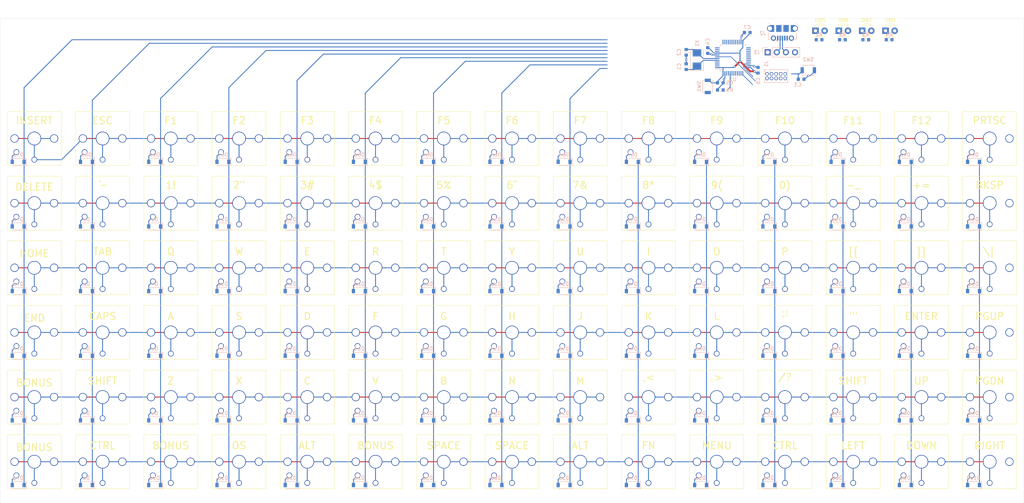
<source format=kicad_pcb>
(kicad_pcb (version 20171130) (host pcbnew 6.0.0-rc1-unknown-4b44cbe~84~ubuntu16.04.1)
  (layers (0 F.Cu signal) (31 B.Cu signal) (34 B.Paste user) (35 F.Paste user) (36 B.SilkS user) (37 F.SilkS user) (38 B.Mask user) (39 F.Mask user) (44 Edge.Cuts user))
  (net 0 "")
  (net 1 "Net-(U1-Pad46)")
  (net 2 "Net-(U1-Pad45)")
  (net 3 "Net-(U1-Pad43)")
  (net 4 "Net-(U1-Pad42)")
  (net 5 "Net-(U1-Pad41)")
  (net 6 "Net-(U1-Pad40)")
  (net 7 "Net-(U1-Pad39)")
  (net 8 "Net-(U1-Pad38)")
  (net 9 "Net-(U1-Pad31)")
  (net 10 "Net-(U1-Pad30)")
  (net 11 "Net-(U1-Pad29)")
  (net 12 "Net-(U1-Pad28)")
  (net 13 "Net-(U1-Pad27)")
  (net 14 "Net-(U1-Pad26)")
  (net 15 "Net-(U1-Pad25)")
  (net 16 "Net-(U1-Pad22)")
  (net 17 "Net-(U1-Pad21)")
  (net 18 "Net-(U1-Pad20)")
  (net 19 "Net-(U1-Pad19)")
  (net 20 "Net-(U1-Pad18)")
  (net 21 "Net-(U1-Pad17)")
  (net 22 "Net-(U1-Pad16)")
  (net 23 "Net-(U1-Pad15)")
  (net 24 "Net-(U1-Pad14)")
  (net 25 "Net-(U1-Pad4)")
  (net 26 "Net-(U1-Pad3)")
  (net 27 "Net-(U1-Pad2)")
  (net 28 "Net-(D1-Pad2)")
  (net 29 /COL0)
  (net 30 /ROW0)
  (net 31 "Net-(D2-Pad2)")
  (net 32 "Net-(D3-Pad2)")
  (net 33 "Net-(D4-Pad2)")
  (net 34 "Net-(D5-Pad2)")
  (net 35 "Net-(D6-Pad2)")
  (net 36 "Net-(D7-Pad2)")
  (net 37 "Net-(D8-Pad2)")
  (net 38 "Net-(D9-Pad2)")
  (net 39 "Net-(D10-Pad2)")
  (net 40 "Net-(D11-Pad2)")
  (net 41 "Net-(D12-Pad2)")
  (net 42 "Net-(D13-Pad2)")
  (net 43 "Net-(D14-Pad2)")
  (net 44 "Net-(D15-Pad2)")
  (net 45 "Net-(D16-Pad2)")
  (net 46 "Net-(D17-Pad2)")
  (net 47 "Net-(D18-Pad2)")
  (net 48 "Net-(D19-Pad2)")
  (net 49 "Net-(D20-Pad2)")
  (net 50 "Net-(D21-Pad2)")
  (net 51 "Net-(D22-Pad2)")
  (net 52 "Net-(D23-Pad2)")
  (net 53 "Net-(D24-Pad2)")
  (net 54 "Net-(D25-Pad2)")
  (net 55 "Net-(D26-Pad2)")
  (net 56 "Net-(D27-Pad2)")
  (net 57 "Net-(D28-Pad2)")
  (net 58 "Net-(D29-Pad2)")
  (net 59 "Net-(D30-Pad2)")
  (net 60 "Net-(D31-Pad2)")
  (net 61 "Net-(D32-Pad2)")
  (net 62 "Net-(D33-Pad2)")
  (net 63 "Net-(D34-Pad2)")
  (net 64 "Net-(D35-Pad2)")
  (net 65 "Net-(D36-Pad2)")
  (net 66 "Net-(D37-Pad2)")
  (net 67 "Net-(D38-Pad2)")
  (net 68 "Net-(D39-Pad2)")
  (net 69 "Net-(D40-Pad2)")
  (net 70 "Net-(D41-Pad2)")
  (net 71 "Net-(D42-Pad2)")
  (net 72 "Net-(D43-Pad2)")
  (net 73 "Net-(D44-Pad2)")
  (net 74 "Net-(D45-Pad2)")
  (net 75 "Net-(D46-Pad2)")
  (net 76 "Net-(D47-Pad2)")
  (net 77 "Net-(D48-Pad2)")
  (net 78 "Net-(D49-Pad2)")
  (net 79 "Net-(D50-Pad2)")
  (net 80 "Net-(D51-Pad2)")
  (net 81 "Net-(D52-Pad2)")
  (net 82 "Net-(D53-Pad2)")
  (net 83 "Net-(D54-Pad2)")
  (net 84 "Net-(D55-Pad2)")
  (net 85 "Net-(D56-Pad2)")
  (net 86 "Net-(D57-Pad2)")
  (net 87 "Net-(D58-Pad2)")
  (net 88 "Net-(D59-Pad2)")
  (net 89 "Net-(D60-Pad2)")
  (net 90 /COL1)
  (net 91 /COL2)
  (net 92 /COL3)
  (net 93 /COL4)
  (net 94 /COL5)
  (net 95 /COL6)
  (net 96 /COL7)
  (net 97 /COL8)
  (net 98 /COL9)
  (net 99 /COL10)
  (net 100 /COL11)
  (net 101 "Net-(D61-Pad2)")
  (net 102 "Net-(D62-Pad2)")
  (net 103 "Net-(D63-Pad2)")
  (net 104 "Net-(D64-Pad2)")
  (net 105 "Net-(D65-Pad2)")
  (net 106 "Net-(D66-Pad2)")
  (net 107 "Net-(D67-Pad2)")
  (net 108 "Net-(D70-Pad2)")
  (net 109 /ROW1)
  (net 110 /ROW2)
  (net 111 /ROW3)
  (net 112 /ROW4)
  (net 113 /ROW5)
  (net 114 /LED0)
  (net 115 "Net-(D85-Pad1)")
  (net 116 /LED1)
  (net 117 "Net-(D86-Pad1)")
  (net 118 /LED2)
  (net 119 "Net-(D87-Pad1)")
  (net 120 /LED3)
  (net 121 "Net-(D88-Pad1)")
  (net 122 GND)
  (net 123 "Net-(D89-Pad2)")
  (net 124 "Net-(D90-Pad2)")
  (net 125 "Net-(D91-Pad2)")
  (net 126 "Net-(D92-Pad2)")
  (net 127 "Net-(C1-Pad1)")
  (net 128 "Net-(C2-Pad1)")
  (net 129 +3V3)
  (net 130 "Net-(R5-Pad1)")
  (net 131 /SWCLK)
  (net 132 /SWDIO)
  (net 133 /USBD+)
  (net 134 /USBD-)
  (net 135 /RX)
  (net 136 /TX)
  (net 137 /DBG_RX)
  (net 138 /DBG_TX)
  (net 139 /NRST)
  (net 140 "Net-(J1-Pad8)")
  (net 141 "Net-(J1-Pad7)")
  (net 142 "Net-(J1-Pad6)")
  (net 143 "Net-(J2-Pad4)")
  (net 144 +5V)
  (net 145 /COL12)
  (net 146 "Net-(D93-Pad2)")
  (net 147 "Net-(D68-Pad2)")
  (net 148 "Net-(D69-Pad2)")
  (net 149 "Net-(D79-Pad2)")
  (net 150 "Net-(D81-Pad2)")
  (net 151 "Net-(D94-Pad2)")
  (net 152 /COL13)
  (net 153 "Net-(D95-Pad2)")
  (net 154 "Net-(D96-Pad2)")
  (net 155 "Net-(D97-Pad2)")
  (net 156 "Net-(D98-Pad2)")
  (net 157 "Net-(D99-Pad2)")
  (net 158 "Net-(D100-Pad2)")
  (net 159 "Net-(D71-Pad2)")
  (net 160 /COLA)
  (net 161 "Net-(D72-Pad2)")
  (net 162 "Net-(D73-Pad2)")
  (net 163 "Net-(D74-Pad2)")
  (net 164 "Net-(D75-Pad2)")
  (net 165 "Net-(D76-Pad2)")
  (net 166 "Net-(S28-Pad5)")
  (net 167 "Net-(S29-Pad5)")
  (net 168 "Net-(S30-Pad5)")
  (net 169 "Net-(S31-Pad5)")
  (net 170 "Net-(S33-Pad5)")
  (net 171 "Net-(S27-Pad5)")
  (module Switches:KAILH_1350 (layer F.Cu) (at 37 150)
    (fp_text reference U12 (at 0 0.5) (layer F.SilkS))
    (fp_text value CHERRY_ML)
    (pad 2 thru_hole circle (at -5 3.8) (size 1.6 1.6) (drill 1.2) (layers *.Cu *.Mask) (net 165 "Net-(D76-Pad2)"))
    (pad 1 thru_hole circle (at 0 5.9) (size 1.6 1.6) (drill 1.2) (layers *.Cu *.Mask) (net 113 /ROW5))
    (pad 5 thru_hole circle (at 5.5 0) (size 2.3 2.3) (drill 1.9) (layers *.Cu *.Mask) (net 113 /ROW5))
    (pad 3 thru_hole circle (at -5.5 0) (size 2.3 2.3) (drill 1.9) (layers *.Cu *.Mask) (net 113 /ROW5))
    (pad 4 thru_hole circle (at 0 0) (size 3.8 3.8) (drill 3.4) (layers *.Cu *.Mask) (net 113 /ROW5))
  )
  (module Switches:KAILH_1350 (layer F.Cu) (at 37 132)
    (fp_text reference U8 (at 0 0.5) (layer F.SilkS))
    (fp_text value CHERRY_ML)
    (pad 2 thru_hole circle (at -5 3.8) (size 1.6 1.6) (drill 1.2) (layers *.Cu *.Mask) (net 164 "Net-(D75-Pad2)"))
    (pad 1 thru_hole circle (at 0 5.9) (size 1.6 1.6) (drill 1.2) (layers *.Cu *.Mask) (net 112 /ROW4))
    (pad 5 thru_hole circle (at 5.5 0) (size 2.3 2.3) (drill 1.9) (layers *.Cu *.Mask) (net 112 /ROW4))
    (pad 3 thru_hole circle (at -5.5 0) (size 2.3 2.3) (drill 1.9) (layers *.Cu *.Mask) (net 112 /ROW4))
    (pad 4 thru_hole circle (at 0 0) (size 3.8 3.8) (drill 3.4) (layers *.Cu *.Mask) (net 112 /ROW4))
  )
  (module Switches:KAILH_1350 (layer F.Cu) (at 37 114)
    (fp_text reference U3 (at 0 0.5) (layer F.SilkS))
    (fp_text value CHERRY_ML)
    (pad 2 thru_hole circle (at -5 3.8) (size 1.6 1.6) (drill 1.2) (layers *.Cu *.Mask) (net 163 "Net-(D74-Pad2)"))
    (pad 1 thru_hole circle (at 0 5.9) (size 1.6 1.6) (drill 1.2) (layers *.Cu *.Mask) (net 111 /ROW3))
    (pad 5 thru_hole circle (at 5.5 0) (size 2.3 2.3) (drill 1.9) (layers *.Cu *.Mask) (net 111 /ROW3))
    (pad 3 thru_hole circle (at -5.5 0) (size 2.3 2.3) (drill 1.9) (layers *.Cu *.Mask) (net 111 /ROW3))
    (pad 4 thru_hole circle (at 0 0) (size 3.8 3.8) (drill 3.4) (layers *.Cu *.Mask) (net 111 /ROW3))
  )
  (module Switches:KAILH_1350 (layer F.Cu) (at 37 96)
    (fp_text reference S45 (at 0 0.5) (layer F.SilkS))
    (fp_text value CHERRY_ML)
    (pad 2 thru_hole circle (at -5 3.8) (size 1.6 1.6) (drill 1.2) (layers *.Cu *.Mask) (net 162 "Net-(D73-Pad2)"))
    (pad 1 thru_hole circle (at 0 5.9) (size 1.6 1.6) (drill 1.2) (layers *.Cu *.Mask) (net 110 /ROW2))
    (pad 5 thru_hole circle (at 5.5 0) (size 2.3 2.3) (drill 1.9) (layers *.Cu *.Mask) (net 110 /ROW2))
    (pad 3 thru_hole circle (at -5.5 0) (size 2.3 2.3) (drill 1.9) (layers *.Cu *.Mask) (net 110 /ROW2))
    (pad 4 thru_hole circle (at 0 0) (size 3.8 3.8) (drill 3.4) (layers *.Cu *.Mask) (net 110 /ROW2))
  )
  (module Switches:KAILH_1350 (layer F.Cu) (at 37 78)
    (fp_text reference S44 (at 0 0.5) (layer F.SilkS))
    (fp_text value CHERRY_ML)
    (pad 2 thru_hole circle (at -5 3.8) (size 1.6 1.6) (drill 1.2) (layers *.Cu *.Mask) (net 161 "Net-(D72-Pad2)"))
    (pad 1 thru_hole circle (at 0 5.9) (size 1.6 1.6) (drill 1.2) (layers *.Cu *.Mask) (net 109 /ROW1))
    (pad 5 thru_hole circle (at 5.5 0) (size 2.3 2.3) (drill 1.9) (layers *.Cu *.Mask) (net 109 /ROW1))
    (pad 3 thru_hole circle (at -5.5 0) (size 2.3 2.3) (drill 1.9) (layers *.Cu *.Mask) (net 109 /ROW1))
    (pad 4 thru_hole circle (at 0 0) (size 3.8 3.8) (drill 3.4) (layers *.Cu *.Mask) (net 109 /ROW1))
  )
  (module Switches:KAILH_1350 (layer F.Cu) (at 37 60)
    (fp_text reference S43 (at 0 0.5) (layer F.SilkS))
    (fp_text value CHERRY_ML)
    (pad 2 thru_hole circle (at -5 3.8) (size 1.6 1.6) (drill 1.2) (layers *.Cu *.Mask) (net 159 "Net-(D71-Pad2)"))
    (pad 1 thru_hole circle (at 0 5.9) (size 1.6 1.6) (drill 1.2) (layers *.Cu *.Mask) (net 30 /ROW0))
    (pad 5 thru_hole circle (at 5.5 0) (size 2.3 2.3) (drill 1.9) (layers *.Cu *.Mask) (net 30 /ROW0))
    (pad 3 thru_hole circle (at -5.5 0) (size 2.3 2.3) (drill 1.9) (layers *.Cu *.Mask) (net 30 /ROW0))
    (pad 4 thru_hole circle (at 0 0) (size 3.8 3.8) (drill 3.4) (layers *.Cu *.Mask) (net 30 /ROW0))
  )
  (module Switches:KAILH_1350 (layer F.Cu) (at 246 60)
    (fp_text reference S42 (at 0 0.5) (layer F.SilkS))
    (fp_text value CHERRY_ML)
    (pad 2 thru_hole circle (at -5 3.8) (size 1.6 1.6) (drill 1.2) (layers *.Cu *.Mask) (net 108 "Net-(D70-Pad2)"))
    (pad 1 thru_hole circle (at 0 5.9) (size 1.6 1.6) (drill 1.2) (layers *.Cu *.Mask) (net 30 /ROW0))
    (pad 5 thru_hole circle (at 5.5 0) (size 2.3 2.3) (drill 1.9) (layers *.Cu *.Mask) (net 30 /ROW0))
    (pad 3 thru_hole circle (at -5.5 0) (size 2.3 2.3) (drill 1.9) (layers *.Cu *.Mask) (net 30 /ROW0))
    (pad 4 thru_hole circle (at 0 0) (size 3.8 3.8) (drill 3.4) (layers *.Cu *.Mask) (net 30 /ROW0))
  )
  (module Switches:KAILH_1350 (layer F.Cu) (at 227 60)
    (fp_text reference S41 (at 0 0.5) (layer F.SilkS))
    (fp_text value CHERRY_ML)
    (pad 2 thru_hole circle (at -5 3.8) (size 1.6 1.6) (drill 1.2) (layers *.Cu *.Mask) (net 148 "Net-(D69-Pad2)"))
    (pad 1 thru_hole circle (at 0 5.9) (size 1.6 1.6) (drill 1.2) (layers *.Cu *.Mask) (net 30 /ROW0))
    (pad 5 thru_hole circle (at 5.5 0) (size 2.3 2.3) (drill 1.9) (layers *.Cu *.Mask) (net 30 /ROW0))
    (pad 3 thru_hole circle (at -5.5 0) (size 2.3 2.3) (drill 1.9) (layers *.Cu *.Mask) (net 30 /ROW0))
    (pad 4 thru_hole circle (at 0 0) (size 3.8 3.8) (drill 3.4) (layers *.Cu *.Mask) (net 30 /ROW0))
  )
  (module Switches:KAILH_1350 (layer F.Cu) (at 208 60)
    (fp_text reference S40 (at 0 0.5) (layer F.SilkS))
    (fp_text value CHERRY_ML)
    (pad 2 thru_hole circle (at -5 3.8) (size 1.6 1.6) (drill 1.2) (layers *.Cu *.Mask) (net 107 "Net-(D67-Pad2)"))
    (pad 1 thru_hole circle (at 0 5.9) (size 1.6 1.6) (drill 1.2) (layers *.Cu *.Mask) (net 30 /ROW0))
    (pad 5 thru_hole circle (at 5.5 0) (size 2.3 2.3) (drill 1.9) (layers *.Cu *.Mask) (net 30 /ROW0))
    (pad 3 thru_hole circle (at -5.5 0) (size 2.3 2.3) (drill 1.9) (layers *.Cu *.Mask) (net 30 /ROW0))
    (pad 4 thru_hole circle (at 0 0) (size 3.8 3.8) (drill 3.4) (layers *.Cu *.Mask) (net 30 /ROW0))
  )
  (module Switches:KAILH_1350 (layer F.Cu) (at 189 60)
    (fp_text reference S39 (at 0 0.5) (layer F.SilkS))
    (fp_text value CHERRY_ML)
    (pad 2 thru_hole circle (at -5 3.8) (size 1.6 1.6) (drill 1.2) (layers *.Cu *.Mask) (net 106 "Net-(D66-Pad2)"))
    (pad 1 thru_hole circle (at 0 5.9) (size 1.6 1.6) (drill 1.2) (layers *.Cu *.Mask) (net 30 /ROW0))
    (pad 5 thru_hole circle (at 5.5 0) (size 2.3 2.3) (drill 1.9) (layers *.Cu *.Mask) (net 30 /ROW0))
    (pad 3 thru_hole circle (at -5.5 0) (size 2.3 2.3) (drill 1.9) (layers *.Cu *.Mask) (net 30 /ROW0))
    (pad 4 thru_hole circle (at 0 0) (size 3.8 3.8) (drill 3.4) (layers *.Cu *.Mask) (net 30 /ROW0))
  )
  (module Switches:KAILH_1350 (layer F.Cu) (at 170 60)
    (fp_text reference S38 (at 0 0.5) (layer F.SilkS))
    (fp_text value CHERRY_ML)
    (pad 2 thru_hole circle (at -5 3.8) (size 1.6 1.6) (drill 1.2) (layers *.Cu *.Mask) (net 105 "Net-(D65-Pad2)"))
    (pad 1 thru_hole circle (at 0 5.9) (size 1.6 1.6) (drill 1.2) (layers *.Cu *.Mask) (net 30 /ROW0))
    (pad 5 thru_hole circle (at 5.5 0) (size 2.3 2.3) (drill 1.9) (layers *.Cu *.Mask) (net 30 /ROW0))
    (pad 3 thru_hole circle (at -5.5 0) (size 2.3 2.3) (drill 1.9) (layers *.Cu *.Mask) (net 30 /ROW0))
    (pad 4 thru_hole circle (at 0 0) (size 3.8 3.8) (drill 3.4) (layers *.Cu *.Mask) (net 30 /ROW0))
  )
  (module Switches:KAILH_1350 (layer F.Cu) (at 151 60)
    (fp_text reference S37 (at 0 0.5) (layer F.SilkS))
    (fp_text value CHERRY_ML)
    (pad 2 thru_hole circle (at -5 3.8) (size 1.6 1.6) (drill 1.2) (layers *.Cu *.Mask) (net 104 "Net-(D64-Pad2)"))
    (pad 1 thru_hole circle (at 0 5.9) (size 1.6 1.6) (drill 1.2) (layers *.Cu *.Mask) (net 30 /ROW0))
    (pad 5 thru_hole circle (at 5.5 0) (size 2.3 2.3) (drill 1.9) (layers *.Cu *.Mask) (net 30 /ROW0))
    (pad 3 thru_hole circle (at -5.5 0) (size 2.3 2.3) (drill 1.9) (layers *.Cu *.Mask) (net 30 /ROW0))
    (pad 4 thru_hole circle (at 0 0) (size 3.8 3.8) (drill 3.4) (layers *.Cu *.Mask) (net 30 /ROW0))
  )
  (module Switches:KAILH_1350 (layer F.Cu) (at 132 60)
    (fp_text reference S36 (at 0 0.5) (layer F.SilkS))
    (fp_text value CHERRY_ML)
    (pad 2 thru_hole circle (at -5 3.8) (size 1.6 1.6) (drill 1.2) (layers *.Cu *.Mask) (net 103 "Net-(D63-Pad2)"))
    (pad 1 thru_hole circle (at 0 5.9) (size 1.6 1.6) (drill 1.2) (layers *.Cu *.Mask) (net 30 /ROW0))
    (pad 5 thru_hole circle (at 5.5 0) (size 2.3 2.3) (drill 1.9) (layers *.Cu *.Mask) (net 30 /ROW0))
    (pad 3 thru_hole circle (at -5.5 0) (size 2.3 2.3) (drill 1.9) (layers *.Cu *.Mask) (net 30 /ROW0))
    (pad 4 thru_hole circle (at 0 0) (size 3.8 3.8) (drill 3.4) (layers *.Cu *.Mask) (net 30 /ROW0))
  )
  (module Switches:KAILH_1350 (layer F.Cu) (at 113 60)
    (fp_text reference S35 (at 0 0.5) (layer F.SilkS))
    (fp_text value CHERRY_ML)
    (pad 2 thru_hole circle (at -5 3.8) (size 1.6 1.6) (drill 1.2) (layers *.Cu *.Mask) (net 102 "Net-(D62-Pad2)"))
    (pad 1 thru_hole circle (at 0 5.9) (size 1.6 1.6) (drill 1.2) (layers *.Cu *.Mask) (net 30 /ROW0))
    (pad 5 thru_hole circle (at 5.5 0) (size 2.3 2.3) (drill 1.9) (layers *.Cu *.Mask) (net 30 /ROW0))
    (pad 3 thru_hole circle (at -5.5 0) (size 2.3 2.3) (drill 1.9) (layers *.Cu *.Mask) (net 30 /ROW0))
    (pad 4 thru_hole circle (at 0 0) (size 3.8 3.8) (drill 3.4) (layers *.Cu *.Mask) (net 30 /ROW0))
  )
  (module Switches:KAILH_1350 (layer F.Cu) (at 94 60)
    (fp_text reference S34 (at 0 0.5) (layer F.SilkS))
    (fp_text value CHERRY_ML)
    (pad 2 thru_hole circle (at -5 3.8) (size 1.6 1.6) (drill 1.2) (layers *.Cu *.Mask) (net 101 "Net-(D61-Pad2)"))
    (pad 1 thru_hole circle (at 0 5.9) (size 1.6 1.6) (drill 1.2) (layers *.Cu *.Mask) (net 30 /ROW0))
    (pad 5 thru_hole circle (at 5.5 0) (size 2.3 2.3) (drill 1.9) (layers *.Cu *.Mask) (net 30 /ROW0))
    (pad 3 thru_hole circle (at -5.5 0) (size 2.3 2.3) (drill 1.9) (layers *.Cu *.Mask) (net 30 /ROW0))
    (pad 4 thru_hole circle (at 0 0) (size 3.8 3.8) (drill 3.4) (layers *.Cu *.Mask) (net 30 /ROW0))
  )
  (module Switches:KAILH_1350 (layer F.Cu) (at 303 150)
    (fp_text reference S33 (at 0 0.5) (layer F.SilkS))
    (fp_text value CHERRY_ML)
    (pad 2 thru_hole circle (at -5 3.8) (size 1.6 1.6) (drill 1.2) (layers *.Cu *.Mask) (net 158 "Net-(D100-Pad2)"))
    (pad 1 thru_hole circle (at 0 5.9) (size 1.6 1.6) (drill 1.2) (layers *.Cu *.Mask) (net 113 /ROW5))
    (pad 5 thru_hole circle (at 5.5 0) (size 2.3 2.3) (drill 1.9) (layers *.Cu *.Mask) (net 170 "Net-(S33-Pad5)"))
    (pad 3 thru_hole circle (at -5.5 0) (size 2.3 2.3) (drill 1.9) (layers *.Cu *.Mask) (net 113 /ROW5))
    (pad 4 thru_hole circle (at 0 0) (size 3.8 3.8) (drill 3.4) (layers *.Cu *.Mask) (net 113 /ROW5))
  )
  (module Switches:KAILH_1350 (layer F.Cu) (at 284 150)
    (fp_text reference S32 (at 0 0.5) (layer F.SilkS))
    (fp_text value CHERRY_ML)
    (pad 2 thru_hole circle (at -5 3.8) (size 1.6 1.6) (drill 1.2) (layers *.Cu *.Mask) (net 157 "Net-(D99-Pad2)"))
    (pad 1 thru_hole circle (at 0 5.9) (size 1.6 1.6) (drill 1.2) (layers *.Cu *.Mask) (net 113 /ROW5))
    (pad 5 thru_hole circle (at 5.5 0) (size 2.3 2.3) (drill 1.9) (layers *.Cu *.Mask) (net 113 /ROW5))
    (pad 3 thru_hole circle (at -5.5 0) (size 2.3 2.3) (drill 1.9) (layers *.Cu *.Mask) (net 113 /ROW5))
    (pad 4 thru_hole circle (at 0 0) (size 3.8 3.8) (drill 3.4) (layers *.Cu *.Mask) (net 113 /ROW5))
  )
  (module Switches:KAILH_1350 (layer F.Cu) (at 208 150)
    (fp_text reference U7 (at 0 0.5) (layer F.SilkS))
    (fp_text value CHERRY_ML)
    (pad 2 thru_hole circle (at -5 3.8) (size 1.6 1.6) (drill 1.2) (layers *.Cu *.Mask) (net 149 "Net-(D79-Pad2)"))
    (pad 1 thru_hole circle (at 0 5.9) (size 1.6 1.6) (drill 1.2) (layers *.Cu *.Mask) (net 113 /ROW5))
    (pad 5 thru_hole circle (at 5.5 0) (size 2.3 2.3) (drill 1.9) (layers *.Cu *.Mask) (net 113 /ROW5))
    (pad 3 thru_hole circle (at -5.5 0) (size 2.3 2.3) (drill 1.9) (layers *.Cu *.Mask) (net 113 /ROW5))
    (pad 4 thru_hole circle (at 0 0) (size 3.8 3.8) (drill 3.4) (layers *.Cu *.Mask) (net 113 /ROW5))
  )
  (module Switches:KAILH_1350 (layer F.Cu) (at 170 150)
    (fp_text reference U2 (at 0 0.5) (layer F.SilkS))
    (fp_text value CHERRY_ML)
    (pad 2 thru_hole circle (at -5 3.8) (size 1.6 1.6) (drill 1.2) (layers *.Cu *.Mask) (net 147 "Net-(D68-Pad2)"))
    (pad 1 thru_hole circle (at 0 5.9) (size 1.6 1.6) (drill 1.2) (layers *.Cu *.Mask) (net 113 /ROW5))
    (pad 5 thru_hole circle (at 5.5 0) (size 2.3 2.3) (drill 1.9) (layers *.Cu *.Mask) (net 113 /ROW5))
    (pad 3 thru_hole circle (at -5.5 0) (size 2.3 2.3) (drill 1.9) (layers *.Cu *.Mask) (net 113 /ROW5))
    (pad 4 thru_hole circle (at 0 0) (size 3.8 3.8) (drill 3.4) (layers *.Cu *.Mask) (net 113 /ROW5))
  )
  (module Switches:KAILH_1350 (layer F.Cu) (at 303 132)
    (fp_text reference S31 (at 0 0.5) (layer F.SilkS))
    (fp_text value CHERRY_ML)
    (pad 2 thru_hole circle (at -5 3.8) (size 1.6 1.6) (drill 1.2) (layers *.Cu *.Mask) (net 156 "Net-(D98-Pad2)"))
    (pad 1 thru_hole circle (at 0 5.9) (size 1.6 1.6) (drill 1.2) (layers *.Cu *.Mask) (net 112 /ROW4))
    (pad 5 thru_hole circle (at 5.5 0) (size 2.3 2.3) (drill 1.9) (layers *.Cu *.Mask) (net 169 "Net-(S31-Pad5)"))
    (pad 3 thru_hole circle (at -5.5 0) (size 2.3 2.3) (drill 1.9) (layers *.Cu *.Mask) (net 112 /ROW4))
    (pad 4 thru_hole circle (at 0 0) (size 3.8 3.8) (drill 3.4) (layers *.Cu *.Mask) (net 112 /ROW4))
  )
  (module Switches:KAILH_1350 (layer F.Cu) (at 303 114)
    (fp_text reference S30 (at 0 0.5) (layer F.SilkS))
    (fp_text value CHERRY_ML)
    (pad 2 thru_hole circle (at -5 3.8) (size 1.6 1.6) (drill 1.2) (layers *.Cu *.Mask) (net 155 "Net-(D97-Pad2)"))
    (pad 1 thru_hole circle (at 0 5.9) (size 1.6 1.6) (drill 1.2) (layers *.Cu *.Mask) (net 111 /ROW3))
    (pad 5 thru_hole circle (at 5.5 0) (size 2.3 2.3) (drill 1.9) (layers *.Cu *.Mask) (net 168 "Net-(S30-Pad5)"))
    (pad 3 thru_hole circle (at -5.5 0) (size 2.3 2.3) (drill 1.9) (layers *.Cu *.Mask) (net 111 /ROW3))
    (pad 4 thru_hole circle (at 0 0) (size 3.8 3.8) (drill 3.4) (layers *.Cu *.Mask) (net 111 /ROW3))
  )
  (module Switches:KAILH_1350 (layer F.Cu) (at 303 96)
    (fp_text reference S29 (at 0 0.5) (layer F.SilkS))
    (fp_text value CHERRY_ML)
    (pad 2 thru_hole circle (at -5 3.8) (size 1.6 1.6) (drill 1.2) (layers *.Cu *.Mask) (net 154 "Net-(D96-Pad2)"))
    (pad 1 thru_hole circle (at 0 5.9) (size 1.6 1.6) (drill 1.2) (layers *.Cu *.Mask) (net 110 /ROW2))
    (pad 5 thru_hole circle (at 5.5 0) (size 2.3 2.3) (drill 1.9) (layers *.Cu *.Mask) (net 167 "Net-(S29-Pad5)"))
    (pad 3 thru_hole circle (at -5.5 0) (size 2.3 2.3) (drill 1.9) (layers *.Cu *.Mask) (net 110 /ROW2))
    (pad 4 thru_hole circle (at 0 0) (size 3.8 3.8) (drill 3.4) (layers *.Cu *.Mask) (net 110 /ROW2))
  )
  (module Switches:KAILH_1350 (layer F.Cu) (at 303 78)
    (fp_text reference S28 (at 0 0.5) (layer F.SilkS))
    (fp_text value CHERRY_ML)
    (pad 2 thru_hole circle (at -5 3.8) (size 1.6 1.6) (drill 1.2) (layers *.Cu *.Mask) (net 153 "Net-(D95-Pad2)"))
    (pad 1 thru_hole circle (at 0 5.9) (size 1.6 1.6) (drill 1.2) (layers *.Cu *.Mask) (net 109 /ROW1))
    (pad 5 thru_hole circle (at 5.5 0) (size 2.3 2.3) (drill 1.9) (layers *.Cu *.Mask) (net 166 "Net-(S28-Pad5)"))
    (pad 3 thru_hole circle (at -5.5 0) (size 2.3 2.3) (drill 1.9) (layers *.Cu *.Mask) (net 109 /ROW1))
    (pad 4 thru_hole circle (at 0 0) (size 3.8 3.8) (drill 3.4) (layers *.Cu *.Mask) (net 109 /ROW1))
  )
  (module Switches:KAILH_1350 (layer F.Cu) (at 303 60)
    (fp_text reference S27 (at 0 0.5) (layer F.SilkS))
    (fp_text value CHERRY_ML)
    (pad 2 thru_hole circle (at -5 3.8) (size 1.6 1.6) (drill 1.2) (layers *.Cu *.Mask) (net 151 "Net-(D94-Pad2)"))
    (pad 1 thru_hole circle (at 0 5.9) (size 1.6 1.6) (drill 1.2) (layers *.Cu *.Mask) (net 30 /ROW0))
    (pad 5 thru_hole circle (at 5.5 0) (size 2.3 2.3) (drill 1.9) (layers *.Cu *.Mask) (net 171 "Net-(S27-Pad5)"))
    (pad 3 thru_hole circle (at -5.5 0) (size 2.3 2.3) (drill 1.9) (layers *.Cu *.Mask) (net 30 /ROW0))
    (pad 4 thru_hole circle (at 0 0) (size 3.8 3.8) (drill 3.4) (layers *.Cu *.Mask) (net 30 /ROW0))
  )
  (module Switches:KAILH_1350 (layer F.Cu) (at 284 132)
    (fp_text reference S26 (at 0 0.5) (layer F.SilkS))
    (fp_text value CHERRY_ML)
    (pad 2 thru_hole circle (at -5 3.8) (size 1.6 1.6) (drill 1.2) (layers *.Cu *.Mask) (net 150 "Net-(D81-Pad2)"))
    (pad 1 thru_hole circle (at 0 5.9) (size 1.6 1.6) (drill 1.2) (layers *.Cu *.Mask) (net 112 /ROW4))
    (pad 5 thru_hole circle (at 5.5 0) (size 2.3 2.3) (drill 1.9) (layers *.Cu *.Mask) (net 112 /ROW4))
    (pad 3 thru_hole circle (at -5.5 0) (size 2.3 2.3) (drill 1.9) (layers *.Cu *.Mask) (net 112 /ROW4))
    (pad 4 thru_hole circle (at 0 0) (size 3.8 3.8) (drill 3.4) (layers *.Cu *.Mask) (net 112 /ROW4))
  )
  (module Switches:KAILH_1350 (layer F.Cu) (at 284 114)
    (fp_text reference S25 (at 0 0.5) (layer F.SilkS))
    (fp_text value CHERRY_ML)
    (pad 2 thru_hole circle (at -5 3.8) (size 1.6 1.6) (drill 1.2) (layers *.Cu *.Mask) (net 146 "Net-(D93-Pad2)"))
    (pad 1 thru_hole circle (at 0 5.9) (size 1.6 1.6) (drill 1.2) (layers *.Cu *.Mask) (net 111 /ROW3))
    (pad 5 thru_hole circle (at 5.5 0) (size 2.3 2.3) (drill 1.9) (layers *.Cu *.Mask) (net 111 /ROW3))
    (pad 3 thru_hole circle (at -5.5 0) (size 2.3 2.3) (drill 1.9) (layers *.Cu *.Mask) (net 111 /ROW3))
    (pad 4 thru_hole circle (at 0 0) (size 3.8 3.8) (drill 3.4) (layers *.Cu *.Mask) (net 111 /ROW3))
  )
  (module Switches:KAILH_1350 (layer F.Cu) (at 284 96)
    (fp_text reference S24 (at 0 0.5) (layer F.SilkS))
    (fp_text value CHERRY_ML)
    (pad 2 thru_hole circle (at -5 3.8) (size 1.6 1.6) (drill 1.2) (layers *.Cu *.Mask) (net 74 "Net-(D45-Pad2)"))
    (pad 1 thru_hole circle (at 0 5.9) (size 1.6 1.6) (drill 1.2) (layers *.Cu *.Mask) (net 110 /ROW2))
    (pad 5 thru_hole circle (at 5.5 0) (size 2.3 2.3) (drill 1.9) (layers *.Cu *.Mask) (net 110 /ROW2))
    (pad 3 thru_hole circle (at -5.5 0) (size 2.3 2.3) (drill 1.9) (layers *.Cu *.Mask) (net 110 /ROW2))
    (pad 4 thru_hole circle (at 0 0) (size 3.8 3.8) (drill 3.4) (layers *.Cu *.Mask) (net 110 /ROW2))
  )
  (module Switches:KAILH_1350 (layer F.Cu) (at 284 78)
    (fp_text reference S23 (at 0 0.5) (layer F.SilkS))
    (fp_text value CHERRY_ML)
    (pad 2 thru_hole circle (at -5 3.8) (size 1.6 1.6) (drill 1.2) (layers *.Cu *.Mask) (net 69 "Net-(D40-Pad2)"))
    (pad 1 thru_hole circle (at 0 5.9) (size 1.6 1.6) (drill 1.2) (layers *.Cu *.Mask) (net 109 /ROW1))
    (pad 5 thru_hole circle (at 5.5 0) (size 2.3 2.3) (drill 1.9) (layers *.Cu *.Mask) (net 109 /ROW1))
    (pad 3 thru_hole circle (at -5.5 0) (size 2.3 2.3) (drill 1.9) (layers *.Cu *.Mask) (net 109 /ROW1))
    (pad 4 thru_hole circle (at 0 0) (size 3.8 3.8) (drill 3.4) (layers *.Cu *.Mask) (net 109 /ROW1))
  )
  (module Switches:KAILH_1350 (layer F.Cu) (at 265 150)
    (fp_text reference U61 (at 0 0.5) (layer F.SilkS))
    (fp_text value CHERRY_ML)
    (pad 2 thru_hole circle (at -5 3.8) (size 1.6 1.6) (drill 1.2) (layers *.Cu *.Mask) (net 89 "Net-(D60-Pad2)"))
    (pad 1 thru_hole circle (at 0 5.9) (size 1.6 1.6) (drill 1.2) (layers *.Cu *.Mask) (net 113 /ROW5))
    (pad 5 thru_hole circle (at 5.5 0) (size 2.3 2.3) (drill 1.9) (layers *.Cu *.Mask) (net 113 /ROW5))
    (pad 3 thru_hole circle (at -5.5 0) (size 2.3 2.3) (drill 1.9) (layers *.Cu *.Mask) (net 113 /ROW5))
    (pad 4 thru_hole circle (at 0 0) (size 3.8 3.8) (drill 3.4) (layers *.Cu *.Mask) (net 113 /ROW5))
  )
  (module Switches:KAILH_1350 (layer F.Cu) (at 265 132)
    (fp_text reference U60 (at 0 0.5) (layer F.SilkS))
    (fp_text value CHERRY_ML)
    (pad 2 thru_hole circle (at -5 3.8) (size 1.6 1.6) (drill 1.2) (layers *.Cu *.Mask) (net 88 "Net-(D59-Pad2)"))
    (pad 1 thru_hole circle (at 0 5.9) (size 1.6 1.6) (drill 1.2) (layers *.Cu *.Mask) (net 112 /ROW4))
    (pad 5 thru_hole circle (at 5.5 0) (size 2.3 2.3) (drill 1.9) (layers *.Cu *.Mask) (net 112 /ROW4))
    (pad 3 thru_hole circle (at -5.5 0) (size 2.3 2.3) (drill 1.9) (layers *.Cu *.Mask) (net 112 /ROW4))
    (pad 4 thru_hole circle (at 0 0) (size 3.8 3.8) (drill 3.4) (layers *.Cu *.Mask) (net 112 /ROW4))
  )
  (module Switches:KAILH_1350 (layer F.Cu) (at 265 114)
    (fp_text reference U59 (at 0 0.5) (layer F.SilkS))
    (fp_text value CHERRY_ML)
    (pad 2 thru_hole circle (at -5 3.8) (size 1.6 1.6) (drill 1.2) (layers *.Cu *.Mask) (net 87 "Net-(D58-Pad2)"))
    (pad 1 thru_hole circle (at 0 5.9) (size 1.6 1.6) (drill 1.2) (layers *.Cu *.Mask) (net 111 /ROW3))
    (pad 5 thru_hole circle (at 5.5 0) (size 2.3 2.3) (drill 1.9) (layers *.Cu *.Mask) (net 111 /ROW3))
    (pad 3 thru_hole circle (at -5.5 0) (size 2.3 2.3) (drill 1.9) (layers *.Cu *.Mask) (net 111 /ROW3))
    (pad 4 thru_hole circle (at 0 0) (size 3.8 3.8) (drill 3.4) (layers *.Cu *.Mask) (net 111 /ROW3))
  )
  (module Switches:KAILH_1350 (layer F.Cu) (at 265 96)
    (fp_text reference U58 (at 0 0.5) (layer F.SilkS))
    (fp_text value CHERRY_ML)
    (pad 2 thru_hole circle (at -5 3.8) (size 1.6 1.6) (drill 1.2) (layers *.Cu *.Mask) (net 86 "Net-(D57-Pad2)"))
    (pad 1 thru_hole circle (at 0 5.9) (size 1.6 1.6) (drill 1.2) (layers *.Cu *.Mask) (net 110 /ROW2))
    (pad 5 thru_hole circle (at 5.5 0) (size 2.3 2.3) (drill 1.9) (layers *.Cu *.Mask) (net 110 /ROW2))
    (pad 3 thru_hole circle (at -5.5 0) (size 2.3 2.3) (drill 1.9) (layers *.Cu *.Mask) (net 110 /ROW2))
    (pad 4 thru_hole circle (at 0 0) (size 3.8 3.8) (drill 3.4) (layers *.Cu *.Mask) (net 110 /ROW2))
  )
  (module Switches:KAILH_1350 (layer F.Cu) (at 246 150)
    (fp_text reference U56 (at 0 0.5) (layer F.SilkS))
    (fp_text value CHERRY_ML)
    (pad 2 thru_hole circle (at -5 3.8) (size 1.6 1.6) (drill 1.2) (layers *.Cu *.Mask) (net 84 "Net-(D55-Pad2)"))
    (pad 1 thru_hole circle (at 0 5.9) (size 1.6 1.6) (drill 1.2) (layers *.Cu *.Mask) (net 113 /ROW5))
    (pad 5 thru_hole circle (at 5.5 0) (size 2.3 2.3) (drill 1.9) (layers *.Cu *.Mask) (net 113 /ROW5))
    (pad 3 thru_hole circle (at -5.5 0) (size 2.3 2.3) (drill 1.9) (layers *.Cu *.Mask) (net 113 /ROW5))
    (pad 4 thru_hole circle (at 0 0) (size 3.8 3.8) (drill 3.4) (layers *.Cu *.Mask) (net 113 /ROW5))
  )
  (module Switches:KAILH_1350 (layer F.Cu) (at 246 132)
    (fp_text reference U55 (at 0 0.5) (layer F.SilkS))
    (fp_text value CHERRY_ML)
    (pad 2 thru_hole circle (at -5 3.8) (size 1.6 1.6) (drill 1.2) (layers *.Cu *.Mask) (net 83 "Net-(D54-Pad2)"))
    (pad 1 thru_hole circle (at 0 5.9) (size 1.6 1.6) (drill 1.2) (layers *.Cu *.Mask) (net 112 /ROW4))
    (pad 5 thru_hole circle (at 5.5 0) (size 2.3 2.3) (drill 1.9) (layers *.Cu *.Mask) (net 112 /ROW4))
    (pad 3 thru_hole circle (at -5.5 0) (size 2.3 2.3) (drill 1.9) (layers *.Cu *.Mask) (net 112 /ROW4))
    (pad 4 thru_hole circle (at 0 0) (size 3.8 3.8) (drill 3.4) (layers *.Cu *.Mask) (net 112 /ROW4))
  )
  (module Switches:KAILH_1350 (layer F.Cu) (at 246 114)
    (fp_text reference U54 (at 0 0.5) (layer F.SilkS))
    (fp_text value CHERRY_ML)
    (pad 2 thru_hole circle (at -5 3.8) (size 1.6 1.6) (drill 1.2) (layers *.Cu *.Mask) (net 82 "Net-(D53-Pad2)"))
    (pad 1 thru_hole circle (at 0 5.9) (size 1.6 1.6) (drill 1.2) (layers *.Cu *.Mask) (net 111 /ROW3))
    (pad 5 thru_hole circle (at 5.5 0) (size 2.3 2.3) (drill 1.9) (layers *.Cu *.Mask) (net 111 /ROW3))
    (pad 3 thru_hole circle (at -5.5 0) (size 2.3 2.3) (drill 1.9) (layers *.Cu *.Mask) (net 111 /ROW3))
    (pad 4 thru_hole circle (at 0 0) (size 3.8 3.8) (drill 3.4) (layers *.Cu *.Mask) (net 111 /ROW3))
  )
  (module Switches:KAILH_1350 (layer F.Cu) (at 246 96)
    (fp_text reference U53 (at 0 0.5) (layer F.SilkS))
    (fp_text value CHERRY_ML)
    (pad 2 thru_hole circle (at -5 3.8) (size 1.6 1.6) (drill 1.2) (layers *.Cu *.Mask) (net 81 "Net-(D52-Pad2)"))
    (pad 1 thru_hole circle (at 0 5.9) (size 1.6 1.6) (drill 1.2) (layers *.Cu *.Mask) (net 110 /ROW2))
    (pad 5 thru_hole circle (at 5.5 0) (size 2.3 2.3) (drill 1.9) (layers *.Cu *.Mask) (net 110 /ROW2))
    (pad 3 thru_hole circle (at -5.5 0) (size 2.3 2.3) (drill 1.9) (layers *.Cu *.Mask) (net 110 /ROW2))
    (pad 4 thru_hole circle (at 0 0) (size 3.8 3.8) (drill 3.4) (layers *.Cu *.Mask) (net 110 /ROW2))
  )
  (module Switches:KAILH_1350 (layer F.Cu) (at 227 150)
    (fp_text reference U51 (at 0 0.5) (layer F.SilkS))
    (fp_text value CHERRY_ML)
    (pad 2 thru_hole circle (at -5 3.8) (size 1.6 1.6) (drill 1.2) (layers *.Cu *.Mask) (net 79 "Net-(D50-Pad2)"))
    (pad 1 thru_hole circle (at 0 5.9) (size 1.6 1.6) (drill 1.2) (layers *.Cu *.Mask) (net 113 /ROW5))
    (pad 5 thru_hole circle (at 5.5 0) (size 2.3 2.3) (drill 1.9) (layers *.Cu *.Mask) (net 113 /ROW5))
    (pad 3 thru_hole circle (at -5.5 0) (size 2.3 2.3) (drill 1.9) (layers *.Cu *.Mask) (net 113 /ROW5))
    (pad 4 thru_hole circle (at 0 0) (size 3.8 3.8) (drill 3.4) (layers *.Cu *.Mask) (net 113 /ROW5))
  )
  (module Switches:KAILH_1350 (layer F.Cu) (at 227 132)
    (fp_text reference U50 (at 0 0.5) (layer F.SilkS))
    (fp_text value CHERRY_ML)
    (pad 2 thru_hole circle (at -5 3.8) (size 1.6 1.6) (drill 1.2) (layers *.Cu *.Mask) (net 78 "Net-(D49-Pad2)"))
    (pad 1 thru_hole circle (at 0 5.9) (size 1.6 1.6) (drill 1.2) (layers *.Cu *.Mask) (net 112 /ROW4))
    (pad 5 thru_hole circle (at 5.5 0) (size 2.3 2.3) (drill 1.9) (layers *.Cu *.Mask) (net 112 /ROW4))
    (pad 3 thru_hole circle (at -5.5 0) (size 2.3 2.3) (drill 1.9) (layers *.Cu *.Mask) (net 112 /ROW4))
    (pad 4 thru_hole circle (at 0 0) (size 3.8 3.8) (drill 3.4) (layers *.Cu *.Mask) (net 112 /ROW4))
  )
  (module Switches:KAILH_1350 (layer F.Cu) (at 227 114)
    (fp_text reference U49 (at 0 0.5) (layer F.SilkS))
    (fp_text value CHERRY_ML)
    (pad 2 thru_hole circle (at -5 3.8) (size 1.6 1.6) (drill 1.2) (layers *.Cu *.Mask) (net 77 "Net-(D48-Pad2)"))
    (pad 1 thru_hole circle (at 0 5.9) (size 1.6 1.6) (drill 1.2) (layers *.Cu *.Mask) (net 111 /ROW3))
    (pad 5 thru_hole circle (at 5.5 0) (size 2.3 2.3) (drill 1.9) (layers *.Cu *.Mask) (net 111 /ROW3))
    (pad 3 thru_hole circle (at -5.5 0) (size 2.3 2.3) (drill 1.9) (layers *.Cu *.Mask) (net 111 /ROW3))
    (pad 4 thru_hole circle (at 0 0) (size 3.8 3.8) (drill 3.4) (layers *.Cu *.Mask) (net 111 /ROW3))
  )
  (module Switches:KAILH_1350 (layer F.Cu) (at 227 96)
    (fp_text reference U48 (at 0 0.5) (layer F.SilkS))
    (fp_text value CHERRY_ML)
    (pad 2 thru_hole circle (at -5 3.8) (size 1.6 1.6) (drill 1.2) (layers *.Cu *.Mask) (net 76 "Net-(D47-Pad2)"))
    (pad 1 thru_hole circle (at 0 5.9) (size 1.6 1.6) (drill 1.2) (layers *.Cu *.Mask) (net 110 /ROW2))
    (pad 5 thru_hole circle (at 5.5 0) (size 2.3 2.3) (drill 1.9) (layers *.Cu *.Mask) (net 110 /ROW2))
    (pad 3 thru_hole circle (at -5.5 0) (size 2.3 2.3) (drill 1.9) (layers *.Cu *.Mask) (net 110 /ROW2))
    (pad 4 thru_hole circle (at 0 0) (size 3.8 3.8) (drill 3.4) (layers *.Cu *.Mask) (net 110 /ROW2))
  )
  (module Switches:KAILH_1350 (layer F.Cu) (at 208 132)
    (fp_text reference U45 (at 0 0.5) (layer F.SilkS))
    (fp_text value CHERRY_ML)
    (pad 2 thru_hole circle (at -5 3.8) (size 1.6 1.6) (drill 1.2) (layers *.Cu *.Mask) (net 73 "Net-(D44-Pad2)"))
    (pad 1 thru_hole circle (at 0 5.9) (size 1.6 1.6) (drill 1.2) (layers *.Cu *.Mask) (net 112 /ROW4))
    (pad 5 thru_hole circle (at 5.5 0) (size 2.3 2.3) (drill 1.9) (layers *.Cu *.Mask) (net 112 /ROW4))
    (pad 3 thru_hole circle (at -5.5 0) (size 2.3 2.3) (drill 1.9) (layers *.Cu *.Mask) (net 112 /ROW4))
    (pad 4 thru_hole circle (at 0 0) (size 3.8 3.8) (drill 3.4) (layers *.Cu *.Mask) (net 112 /ROW4))
  )
  (module Switches:KAILH_1350 (layer F.Cu) (at 208 114)
    (fp_text reference U44 (at 0 0.5) (layer F.SilkS))
    (fp_text value CHERRY_ML)
    (pad 2 thru_hole circle (at -5 3.8) (size 1.6 1.6) (drill 1.2) (layers *.Cu *.Mask) (net 72 "Net-(D43-Pad2)"))
    (pad 1 thru_hole circle (at 0 5.9) (size 1.6 1.6) (drill 1.2) (layers *.Cu *.Mask) (net 111 /ROW3))
    (pad 5 thru_hole circle (at 5.5 0) (size 2.3 2.3) (drill 1.9) (layers *.Cu *.Mask) (net 111 /ROW3))
    (pad 3 thru_hole circle (at -5.5 0) (size 2.3 2.3) (drill 1.9) (layers *.Cu *.Mask) (net 111 /ROW3))
    (pad 4 thru_hole circle (at 0 0) (size 3.8 3.8) (drill 3.4) (layers *.Cu *.Mask) (net 111 /ROW3))
  )
  (module Switches:KAILH_1350 (layer F.Cu) (at 208 96)
    (fp_text reference U43 (at 0 0.5) (layer F.SilkS))
    (fp_text value CHERRY_ML)
    (pad 2 thru_hole circle (at -5 3.8) (size 1.6 1.6) (drill 1.2) (layers *.Cu *.Mask) (net 71 "Net-(D42-Pad2)"))
    (pad 1 thru_hole circle (at 0 5.9) (size 1.6 1.6) (drill 1.2) (layers *.Cu *.Mask) (net 110 /ROW2))
    (pad 5 thru_hole circle (at 5.5 0) (size 2.3 2.3) (drill 1.9) (layers *.Cu *.Mask) (net 110 /ROW2))
    (pad 3 thru_hole circle (at -5.5 0) (size 2.3 2.3) (drill 1.9) (layers *.Cu *.Mask) (net 110 /ROW2))
    (pad 4 thru_hole circle (at 0 0) (size 3.8 3.8) (drill 3.4) (layers *.Cu *.Mask) (net 110 /ROW2))
  )
  (module Switches:KAILH_1350 (layer F.Cu) (at 189 132)
    (fp_text reference U40 (at 0 0.5) (layer F.SilkS))
    (fp_text value CHERRY_ML)
    (pad 2 thru_hole circle (at -5 3.8) (size 1.6 1.6) (drill 1.2) (layers *.Cu *.Mask) (net 68 "Net-(D39-Pad2)"))
    (pad 1 thru_hole circle (at 0 5.9) (size 1.6 1.6) (drill 1.2) (layers *.Cu *.Mask) (net 112 /ROW4))
    (pad 5 thru_hole circle (at 5.5 0) (size 2.3 2.3) (drill 1.9) (layers *.Cu *.Mask) (net 112 /ROW4))
    (pad 3 thru_hole circle (at -5.5 0) (size 2.3 2.3) (drill 1.9) (layers *.Cu *.Mask) (net 112 /ROW4))
    (pad 4 thru_hole circle (at 0 0) (size 3.8 3.8) (drill 3.4) (layers *.Cu *.Mask) (net 112 /ROW4))
  )
  (module Switches:KAILH_1350 (layer F.Cu) (at 189 114)
    (fp_text reference U39 (at 0 0.5) (layer F.SilkS))
    (fp_text value CHERRY_ML)
    (pad 2 thru_hole circle (at -5 3.8) (size 1.6 1.6) (drill 1.2) (layers *.Cu *.Mask) (net 67 "Net-(D38-Pad2)"))
    (pad 1 thru_hole circle (at 0 5.9) (size 1.6 1.6) (drill 1.2) (layers *.Cu *.Mask) (net 111 /ROW3))
    (pad 5 thru_hole circle (at 5.5 0) (size 2.3 2.3) (drill 1.9) (layers *.Cu *.Mask) (net 111 /ROW3))
    (pad 3 thru_hole circle (at -5.5 0) (size 2.3 2.3) (drill 1.9) (layers *.Cu *.Mask) (net 111 /ROW3))
    (pad 4 thru_hole circle (at 0 0) (size 3.8 3.8) (drill 3.4) (layers *.Cu *.Mask) (net 111 /ROW3))
  )
  (module Switches:KAILH_1350 (layer F.Cu) (at 189 96)
    (fp_text reference U38 (at 0 0.5) (layer F.SilkS))
    (fp_text value CHERRY_ML)
    (pad 2 thru_hole circle (at -5 3.8) (size 1.6 1.6) (drill 1.2) (layers *.Cu *.Mask) (net 66 "Net-(D37-Pad2)"))
    (pad 1 thru_hole circle (at 0 5.9) (size 1.6 1.6) (drill 1.2) (layers *.Cu *.Mask) (net 110 /ROW2))
    (pad 5 thru_hole circle (at 5.5 0) (size 2.3 2.3) (drill 1.9) (layers *.Cu *.Mask) (net 110 /ROW2))
    (pad 3 thru_hole circle (at -5.5 0) (size 2.3 2.3) (drill 1.9) (layers *.Cu *.Mask) (net 110 /ROW2))
    (pad 4 thru_hole circle (at 0 0) (size 3.8 3.8) (drill 3.4) (layers *.Cu *.Mask) (net 110 /ROW2))
  )
  (module Switches:KAILH_1350 (layer F.Cu) (at 189 150)
    (fp_text reference U36 (at 0 0.5) (layer F.SilkS))
    (fp_text value CHERRY_ML)
    (pad 2 thru_hole circle (at -5 3.8) (size 1.6 1.6) (drill 1.2) (layers *.Cu *.Mask) (net 64 "Net-(D35-Pad2)"))
    (pad 1 thru_hole circle (at 0 5.9) (size 1.6 1.6) (drill 1.2) (layers *.Cu *.Mask) (net 113 /ROW5))
    (pad 5 thru_hole circle (at 5.5 0) (size 2.3 2.3) (drill 1.9) (layers *.Cu *.Mask) (net 113 /ROW5))
    (pad 3 thru_hole circle (at -5.5 0) (size 2.3 2.3) (drill 1.9) (layers *.Cu *.Mask) (net 113 /ROW5))
    (pad 4 thru_hole circle (at 0 0) (size 3.8 3.8) (drill 3.4) (layers *.Cu *.Mask) (net 113 /ROW5))
  )
  (module Switches:KAILH_1350 (layer F.Cu) (at 170 132)
    (fp_text reference U35 (at 0 0.5) (layer F.SilkS))
    (fp_text value CHERRY_ML)
    (pad 2 thru_hole circle (at -5 3.8) (size 1.6 1.6) (drill 1.2) (layers *.Cu *.Mask) (net 63 "Net-(D34-Pad2)"))
    (pad 1 thru_hole circle (at 0 5.9) (size 1.6 1.6) (drill 1.2) (layers *.Cu *.Mask) (net 112 /ROW4))
    (pad 5 thru_hole circle (at 5.5 0) (size 2.3 2.3) (drill 1.9) (layers *.Cu *.Mask) (net 112 /ROW4))
    (pad 3 thru_hole circle (at -5.5 0) (size 2.3 2.3) (drill 1.9) (layers *.Cu *.Mask) (net 112 /ROW4))
    (pad 4 thru_hole circle (at 0 0) (size 3.8 3.8) (drill 3.4) (layers *.Cu *.Mask) (net 112 /ROW4))
  )
  (module Switches:KAILH_1350 (layer F.Cu) (at 170 114)
    (fp_text reference U34 (at 0 0.5) (layer F.SilkS))
    (fp_text value CHERRY_ML)
    (pad 2 thru_hole circle (at -5 3.8) (size 1.6 1.6) (drill 1.2) (layers *.Cu *.Mask) (net 62 "Net-(D33-Pad2)"))
    (pad 1 thru_hole circle (at 0 5.9) (size 1.6 1.6) (drill 1.2) (layers *.Cu *.Mask) (net 111 /ROW3))
    (pad 5 thru_hole circle (at 5.5 0) (size 2.3 2.3) (drill 1.9) (layers *.Cu *.Mask) (net 111 /ROW3))
    (pad 3 thru_hole circle (at -5.5 0) (size 2.3 2.3) (drill 1.9) (layers *.Cu *.Mask) (net 111 /ROW3))
    (pad 4 thru_hole circle (at 0 0) (size 3.8 3.8) (drill 3.4) (layers *.Cu *.Mask) (net 111 /ROW3))
  )
  (module Switches:KAILH_1350 (layer F.Cu) (at 170 96)
    (fp_text reference U33 (at 0 0.5) (layer F.SilkS))
    (fp_text value CHERRY_ML)
    (pad 2 thru_hole circle (at -5 3.8) (size 1.6 1.6) (drill 1.2) (layers *.Cu *.Mask) (net 61 "Net-(D32-Pad2)"))
    (pad 1 thru_hole circle (at 0 5.9) (size 1.6 1.6) (drill 1.2) (layers *.Cu *.Mask) (net 110 /ROW2))
    (pad 5 thru_hole circle (at 5.5 0) (size 2.3 2.3) (drill 1.9) (layers *.Cu *.Mask) (net 110 /ROW2))
    (pad 3 thru_hole circle (at -5.5 0) (size 2.3 2.3) (drill 1.9) (layers *.Cu *.Mask) (net 110 /ROW2))
    (pad 4 thru_hole circle (at 0 0) (size 3.8 3.8) (drill 3.4) (layers *.Cu *.Mask) (net 110 /ROW2))
  )
  (module Switches:KAILH_1350 (layer F.Cu) (at 151 150)
    (fp_text reference U31 (at 0 0.5) (layer F.SilkS))
    (fp_text value CHERRY_ML)
    (pad 2 thru_hole circle (at -5 3.8) (size 1.6 1.6) (drill 1.2) (layers *.Cu *.Mask) (net 59 "Net-(D30-Pad2)"))
    (pad 1 thru_hole circle (at 0 5.9) (size 1.6 1.6) (drill 1.2) (layers *.Cu *.Mask) (net 113 /ROW5))
    (pad 5 thru_hole circle (at 5.5 0) (size 2.3 2.3) (drill 1.9) (layers *.Cu *.Mask) (net 113 /ROW5))
    (pad 3 thru_hole circle (at -5.5 0) (size 2.3 2.3) (drill 1.9) (layers *.Cu *.Mask) (net 113 /ROW5))
    (pad 4 thru_hole circle (at 0 0) (size 3.8 3.8) (drill 3.4) (layers *.Cu *.Mask) (net 113 /ROW5))
  )
  (module Switches:KAILH_1350 (layer F.Cu) (at 151 132)
    (fp_text reference U30 (at 0 0.5) (layer F.SilkS))
    (fp_text value CHERRY_ML)
    (pad 2 thru_hole circle (at -5 3.8) (size 1.6 1.6) (drill 1.2) (layers *.Cu *.Mask) (net 58 "Net-(D29-Pad2)"))
    (pad 1 thru_hole circle (at 0 5.9) (size 1.6 1.6) (drill 1.2) (layers *.Cu *.Mask) (net 112 /ROW4))
    (pad 5 thru_hole circle (at 5.5 0) (size 2.3 2.3) (drill 1.9) (layers *.Cu *.Mask) (net 112 /ROW4))
    (pad 3 thru_hole circle (at -5.5 0) (size 2.3 2.3) (drill 1.9) (layers *.Cu *.Mask) (net 112 /ROW4))
    (pad 4 thru_hole circle (at 0 0) (size 3.8 3.8) (drill 3.4) (layers *.Cu *.Mask) (net 112 /ROW4))
  )
  (module Switches:KAILH_1350 (layer F.Cu) (at 151 114)
    (fp_text reference U29 (at 0 0.5) (layer F.SilkS))
    (fp_text value CHERRY_ML)
    (pad 2 thru_hole circle (at -5 3.8) (size 1.6 1.6) (drill 1.2) (layers *.Cu *.Mask) (net 57 "Net-(D28-Pad2)"))
    (pad 1 thru_hole circle (at 0 5.9) (size 1.6 1.6) (drill 1.2) (layers *.Cu *.Mask) (net 111 /ROW3))
    (pad 5 thru_hole circle (at 5.5 0) (size 2.3 2.3) (drill 1.9) (layers *.Cu *.Mask) (net 111 /ROW3))
    (pad 3 thru_hole circle (at -5.5 0) (size 2.3 2.3) (drill 1.9) (layers *.Cu *.Mask) (net 111 /ROW3))
    (pad 4 thru_hole circle (at 0 0) (size 3.8 3.8) (drill 3.4) (layers *.Cu *.Mask) (net 111 /ROW3))
  )
  (module Switches:KAILH_1350 (layer F.Cu) (at 132 150)
    (fp_text reference U26 (at 0 0.5) (layer F.SilkS))
    (fp_text value CHERRY_ML)
    (pad 2 thru_hole circle (at -5 3.8) (size 1.6 1.6) (drill 1.2) (layers *.Cu *.Mask) (net 54 "Net-(D25-Pad2)"))
    (pad 1 thru_hole circle (at 0 5.9) (size 1.6 1.6) (drill 1.2) (layers *.Cu *.Mask) (net 113 /ROW5))
    (pad 5 thru_hole circle (at 5.5 0) (size 2.3 2.3) (drill 1.9) (layers *.Cu *.Mask) (net 113 /ROW5))
    (pad 3 thru_hole circle (at -5.5 0) (size 2.3 2.3) (drill 1.9) (layers *.Cu *.Mask) (net 113 /ROW5))
    (pad 4 thru_hole circle (at 0 0) (size 3.8 3.8) (drill 3.4) (layers *.Cu *.Mask) (net 113 /ROW5))
  )
  (module Switches:KAILH_1350 (layer F.Cu) (at 132 132)
    (fp_text reference U25 (at 0 0.5) (layer F.SilkS))
    (fp_text value CHERRY_ML)
    (pad 2 thru_hole circle (at -5 3.8) (size 1.6 1.6) (drill 1.2) (layers *.Cu *.Mask) (net 53 "Net-(D24-Pad2)"))
    (pad 1 thru_hole circle (at 0 5.9) (size 1.6 1.6) (drill 1.2) (layers *.Cu *.Mask) (net 112 /ROW4))
    (pad 5 thru_hole circle (at 5.5 0) (size 2.3 2.3) (drill 1.9) (layers *.Cu *.Mask) (net 112 /ROW4))
    (pad 3 thru_hole circle (at -5.5 0) (size 2.3 2.3) (drill 1.9) (layers *.Cu *.Mask) (net 112 /ROW4))
    (pad 4 thru_hole circle (at 0 0) (size 3.8 3.8) (drill 3.4) (layers *.Cu *.Mask) (net 112 /ROW4))
  )
  (module Switches:KAILH_1350 (layer F.Cu) (at 132 114)
    (fp_text reference U24 (at 0 0.5) (layer F.SilkS))
    (fp_text value CHERRY_ML)
    (pad 2 thru_hole circle (at -5 3.8) (size 1.6 1.6) (drill 1.2) (layers *.Cu *.Mask) (net 52 "Net-(D23-Pad2)"))
    (pad 1 thru_hole circle (at 0 5.9) (size 1.6 1.6) (drill 1.2) (layers *.Cu *.Mask) (net 111 /ROW3))
    (pad 5 thru_hole circle (at 5.5 0) (size 2.3 2.3) (drill 1.9) (layers *.Cu *.Mask) (net 111 /ROW3))
    (pad 3 thru_hole circle (at -5.5 0) (size 2.3 2.3) (drill 1.9) (layers *.Cu *.Mask) (net 111 /ROW3))
    (pad 4 thru_hole circle (at 0 0) (size 3.8 3.8) (drill 3.4) (layers *.Cu *.Mask) (net 111 /ROW3))
  )
  (module Switches:KAILH_1350 (layer F.Cu) (at 113 150)
    (fp_text reference U21 (at 0 0.5) (layer F.SilkS))
    (fp_text value CHERRY_ML)
    (pad 2 thru_hole circle (at -5 3.8) (size 1.6 1.6) (drill 1.2) (layers *.Cu *.Mask) (net 49 "Net-(D20-Pad2)"))
    (pad 1 thru_hole circle (at 0 5.9) (size 1.6 1.6) (drill 1.2) (layers *.Cu *.Mask) (net 113 /ROW5))
    (pad 5 thru_hole circle (at 5.5 0) (size 2.3 2.3) (drill 1.9) (layers *.Cu *.Mask) (net 113 /ROW5))
    (pad 3 thru_hole circle (at -5.5 0) (size 2.3 2.3) (drill 1.9) (layers *.Cu *.Mask) (net 113 /ROW5))
    (pad 4 thru_hole circle (at 0 0) (size 3.8 3.8) (drill 3.4) (layers *.Cu *.Mask) (net 113 /ROW5))
  )
  (module Switches:KAILH_1350 (layer F.Cu) (at 113 132)
    (fp_text reference U20 (at 0 0.5) (layer F.SilkS))
    (fp_text value CHERRY_ML)
    (pad 2 thru_hole circle (at -5 3.8) (size 1.6 1.6) (drill 1.2) (layers *.Cu *.Mask) (net 48 "Net-(D19-Pad2)"))
    (pad 1 thru_hole circle (at 0 5.9) (size 1.6 1.6) (drill 1.2) (layers *.Cu *.Mask) (net 112 /ROW4))
    (pad 5 thru_hole circle (at 5.5 0) (size 2.3 2.3) (drill 1.9) (layers *.Cu *.Mask) (net 112 /ROW4))
    (pad 3 thru_hole circle (at -5.5 0) (size 2.3 2.3) (drill 1.9) (layers *.Cu *.Mask) (net 112 /ROW4))
    (pad 4 thru_hole circle (at 0 0) (size 3.8 3.8) (drill 3.4) (layers *.Cu *.Mask) (net 112 /ROW4))
  )
  (module Switches:KAILH_1350 (layer F.Cu) (at 113 114)
    (fp_text reference U19 (at 0 0.5) (layer F.SilkS))
    (fp_text value CHERRY_ML)
    (pad 2 thru_hole circle (at -5 3.8) (size 1.6 1.6) (drill 1.2) (layers *.Cu *.Mask) (net 47 "Net-(D18-Pad2)"))
    (pad 1 thru_hole circle (at 0 5.9) (size 1.6 1.6) (drill 1.2) (layers *.Cu *.Mask) (net 111 /ROW3))
    (pad 5 thru_hole circle (at 5.5 0) (size 2.3 2.3) (drill 1.9) (layers *.Cu *.Mask) (net 111 /ROW3))
    (pad 3 thru_hole circle (at -5.5 0) (size 2.3 2.3) (drill 1.9) (layers *.Cu *.Mask) (net 111 /ROW3))
    (pad 4 thru_hole circle (at 0 0) (size 3.8 3.8) (drill 3.4) (layers *.Cu *.Mask) (net 111 /ROW3))
  )
  (module Switches:KAILH_1350 (layer F.Cu) (at 94 150)
    (fp_text reference U16 (at 0 0.5) (layer F.SilkS))
    (fp_text value CHERRY_ML)
    (pad 2 thru_hole circle (at -5 3.8) (size 1.6 1.6) (drill 1.2) (layers *.Cu *.Mask) (net 44 "Net-(D15-Pad2)"))
    (pad 1 thru_hole circle (at 0 5.9) (size 1.6 1.6) (drill 1.2) (layers *.Cu *.Mask) (net 113 /ROW5))
    (pad 5 thru_hole circle (at 5.5 0) (size 2.3 2.3) (drill 1.9) (layers *.Cu *.Mask) (net 113 /ROW5))
    (pad 3 thru_hole circle (at -5.5 0) (size 2.3 2.3) (drill 1.9) (layers *.Cu *.Mask) (net 113 /ROW5))
    (pad 4 thru_hole circle (at 0 0) (size 3.8 3.8) (drill 3.4) (layers *.Cu *.Mask) (net 113 /ROW5))
  )
  (module Switches:KAILH_1350 (layer F.Cu) (at 94 132)
    (fp_text reference U15 (at 0 0.5) (layer F.SilkS))
    (fp_text value CHERRY_ML)
    (pad 2 thru_hole circle (at -5 3.8) (size 1.6 1.6) (drill 1.2) (layers *.Cu *.Mask) (net 43 "Net-(D14-Pad2)"))
    (pad 1 thru_hole circle (at 0 5.9) (size 1.6 1.6) (drill 1.2) (layers *.Cu *.Mask) (net 112 /ROW4))
    (pad 5 thru_hole circle (at 5.5 0) (size 2.3 2.3) (drill 1.9) (layers *.Cu *.Mask) (net 112 /ROW4))
    (pad 3 thru_hole circle (at -5.5 0) (size 2.3 2.3) (drill 1.9) (layers *.Cu *.Mask) (net 112 /ROW4))
    (pad 4 thru_hole circle (at 0 0) (size 3.8 3.8) (drill 3.4) (layers *.Cu *.Mask) (net 112 /ROW4))
  )
  (module Switches:KAILH_1350 (layer F.Cu) (at 94 114)
    (fp_text reference U14 (at 0 0.5) (layer F.SilkS))
    (fp_text value CHERRY_ML)
    (pad 2 thru_hole circle (at -5 3.8) (size 1.6 1.6) (drill 1.2) (layers *.Cu *.Mask) (net 42 "Net-(D13-Pad2)"))
    (pad 1 thru_hole circle (at 0 5.9) (size 1.6 1.6) (drill 1.2) (layers *.Cu *.Mask) (net 111 /ROW3))
    (pad 5 thru_hole circle (at 5.5 0) (size 2.3 2.3) (drill 1.9) (layers *.Cu *.Mask) (net 111 /ROW3))
    (pad 3 thru_hole circle (at -5.5 0) (size 2.3 2.3) (drill 1.9) (layers *.Cu *.Mask) (net 111 /ROW3))
    (pad 4 thru_hole circle (at 0 0) (size 3.8 3.8) (drill 3.4) (layers *.Cu *.Mask) (net 111 /ROW3))
  )
  (module Switches:KAILH_1350 (layer F.Cu) (at 75 150)
    (fp_text reference U11 (at 0 0.5) (layer F.SilkS))
    (fp_text value CHERRY_ML)
    (pad 2 thru_hole circle (at -5 3.8) (size 1.6 1.6) (drill 1.2) (layers *.Cu *.Mask) (net 39 "Net-(D10-Pad2)"))
    (pad 1 thru_hole circle (at 0 5.9) (size 1.6 1.6) (drill 1.2) (layers *.Cu *.Mask) (net 113 /ROW5))
    (pad 5 thru_hole circle (at 5.5 0) (size 2.3 2.3) (drill 1.9) (layers *.Cu *.Mask) (net 113 /ROW5))
    (pad 3 thru_hole circle (at -5.5 0) (size 2.3 2.3) (drill 1.9) (layers *.Cu *.Mask) (net 113 /ROW5))
    (pad 4 thru_hole circle (at 0 0) (size 3.8 3.8) (drill 3.4) (layers *.Cu *.Mask) (net 113 /ROW5))
  )
  (module Switches:KAILH_1350 (layer F.Cu) (at 75 132)
    (fp_text reference U10 (at 0 0.5) (layer F.SilkS))
    (fp_text value CHERRY_ML)
    (pad 2 thru_hole circle (at -5 3.8) (size 1.6 1.6) (drill 1.2) (layers *.Cu *.Mask) (net 38 "Net-(D9-Pad2)"))
    (pad 1 thru_hole circle (at 0 5.9) (size 1.6 1.6) (drill 1.2) (layers *.Cu *.Mask) (net 112 /ROW4))
    (pad 5 thru_hole circle (at 5.5 0) (size 2.3 2.3) (drill 1.9) (layers *.Cu *.Mask) (net 112 /ROW4))
    (pad 3 thru_hole circle (at -5.5 0) (size 2.3 2.3) (drill 1.9) (layers *.Cu *.Mask) (net 112 /ROW4))
    (pad 4 thru_hole circle (at 0 0) (size 3.8 3.8) (drill 3.4) (layers *.Cu *.Mask) (net 112 /ROW4))
  )
  (module Switches:KAILH_1350 (layer F.Cu) (at 75 114)
    (fp_text reference U9 (at 0 0.5) (layer F.SilkS))
    (fp_text value CHERRY_ML)
    (pad 2 thru_hole circle (at -5 3.8) (size 1.6 1.6) (drill 1.2) (layers *.Cu *.Mask) (net 37 "Net-(D8-Pad2)"))
    (pad 1 thru_hole circle (at 0 5.9) (size 1.6 1.6) (drill 1.2) (layers *.Cu *.Mask) (net 111 /ROW3))
    (pad 5 thru_hole circle (at 5.5 0) (size 2.3 2.3) (drill 1.9) (layers *.Cu *.Mask) (net 111 /ROW3))
    (pad 3 thru_hole circle (at -5.5 0) (size 2.3 2.3) (drill 1.9) (layers *.Cu *.Mask) (net 111 /ROW3))
    (pad 4 thru_hole circle (at 0 0) (size 3.8 3.8) (drill 3.4) (layers *.Cu *.Mask) (net 111 /ROW3))
  )
  (module Switches:KAILH_1350 (layer F.Cu) (at 56 150)
    (fp_text reference U6 (at 0 0.5) (layer F.SilkS))
    (fp_text value CHERRY_ML)
    (pad 2 thru_hole circle (at -5 3.8) (size 1.6 1.6) (drill 1.2) (layers *.Cu *.Mask) (net 34 "Net-(D5-Pad2)"))
    (pad 1 thru_hole circle (at 0 5.9) (size 1.6 1.6) (drill 1.2) (layers *.Cu *.Mask) (net 113 /ROW5))
    (pad 5 thru_hole circle (at 5.5 0) (size 2.3 2.3) (drill 1.9) (layers *.Cu *.Mask) (net 113 /ROW5))
    (pad 3 thru_hole circle (at -5.5 0) (size 2.3 2.3) (drill 1.9) (layers *.Cu *.Mask) (net 113 /ROW5))
    (pad 4 thru_hole circle (at 0 0) (size 3.8 3.8) (drill 3.4) (layers *.Cu *.Mask) (net 113 /ROW5))
  )
  (module Switches:KAILH_1350 (layer F.Cu) (at 56 132)
    (fp_text reference U5 (at 0 0.5) (layer F.SilkS))
    (fp_text value CHERRY_ML)
    (pad 2 thru_hole circle (at -5 3.8) (size 1.6 1.6) (drill 1.2) (layers *.Cu *.Mask) (net 33 "Net-(D4-Pad2)"))
    (pad 1 thru_hole circle (at 0 5.9) (size 1.6 1.6) (drill 1.2) (layers *.Cu *.Mask) (net 112 /ROW4))
    (pad 5 thru_hole circle (at 5.5 0) (size 2.3 2.3) (drill 1.9) (layers *.Cu *.Mask) (net 112 /ROW4))
    (pad 3 thru_hole circle (at -5.5 0) (size 2.3 2.3) (drill 1.9) (layers *.Cu *.Mask) (net 112 /ROW4))
    (pad 4 thru_hole circle (at 0 0) (size 3.8 3.8) (drill 3.4) (layers *.Cu *.Mask) (net 112 /ROW4))
  )
  (module Switches:KAILH_1350 (layer F.Cu) (at 56 114)
    (fp_text reference U4 (at 0 0.5) (layer F.SilkS))
    (fp_text value CHERRY_ML)
    (pad 2 thru_hole circle (at -5 3.8) (size 1.6 1.6) (drill 1.2) (layers *.Cu *.Mask) (net 32 "Net-(D3-Pad2)"))
    (pad 1 thru_hole circle (at 0 5.9) (size 1.6 1.6) (drill 1.2) (layers *.Cu *.Mask) (net 111 /ROW3))
    (pad 5 thru_hole circle (at 5.5 0) (size 2.3 2.3) (drill 1.9) (layers *.Cu *.Mask) (net 111 /ROW3))
    (pad 3 thru_hole circle (at -5.5 0) (size 2.3 2.3) (drill 1.9) (layers *.Cu *.Mask) (net 111 /ROW3))
    (pad 4 thru_hole circle (at 0 0) (size 3.8 3.8) (drill 3.4) (layers *.Cu *.Mask) (net 111 /ROW3))
  )
  (module Switches:KAILH_1350 (layer F.Cu) (at 151 96)
    (fp_text reference S22 (at 0 0.5) (layer F.SilkS))
    (fp_text value CHERRY_ML)
    (pad 2 thru_hole circle (at -5 3.8) (size 1.6 1.6) (drill 1.2) (layers *.Cu *.Mask) (net 56 "Net-(D27-Pad2)"))
    (pad 1 thru_hole circle (at 0 5.9) (size 1.6 1.6) (drill 1.2) (layers *.Cu *.Mask) (net 110 /ROW2))
    (pad 5 thru_hole circle (at 5.5 0) (size 2.3 2.3) (drill 1.9) (layers *.Cu *.Mask) (net 110 /ROW2))
    (pad 3 thru_hole circle (at -5.5 0) (size 2.3 2.3) (drill 1.9) (layers *.Cu *.Mask) (net 110 /ROW2))
    (pad 4 thru_hole circle (at 0 0) (size 3.8 3.8) (drill 3.4) (layers *.Cu *.Mask) (net 110 /ROW2))
  )
  (module Switches:KAILH_1350 (layer F.Cu) (at 132 96)
    (fp_text reference S21 (at 0 0.5) (layer F.SilkS))
    (fp_text value CHERRY_ML)
    (pad 2 thru_hole circle (at -5 3.8) (size 1.6 1.6) (drill 1.2) (layers *.Cu *.Mask) (net 51 "Net-(D22-Pad2)"))
    (pad 1 thru_hole circle (at 0 5.9) (size 1.6 1.6) (drill 1.2) (layers *.Cu *.Mask) (net 110 /ROW2))
    (pad 5 thru_hole circle (at 5.5 0) (size 2.3 2.3) (drill 1.9) (layers *.Cu *.Mask) (net 110 /ROW2))
    (pad 3 thru_hole circle (at -5.5 0) (size 2.3 2.3) (drill 1.9) (layers *.Cu *.Mask) (net 110 /ROW2))
    (pad 4 thru_hole circle (at 0 0) (size 3.8 3.8) (drill 3.4) (layers *.Cu *.Mask) (net 110 /ROW2))
  )
  (module Switches:KAILH_1350 (layer F.Cu) (at 113 96)
    (fp_text reference S20 (at 0 0.5) (layer F.SilkS))
    (fp_text value CHERRY_ML)
    (pad 2 thru_hole circle (at -5 3.8) (size 1.6 1.6) (drill 1.2) (layers *.Cu *.Mask) (net 46 "Net-(D17-Pad2)"))
    (pad 1 thru_hole circle (at 0 5.9) (size 1.6 1.6) (drill 1.2) (layers *.Cu *.Mask) (net 110 /ROW2))
    (pad 5 thru_hole circle (at 5.5 0) (size 2.3 2.3) (drill 1.9) (layers *.Cu *.Mask) (net 110 /ROW2))
    (pad 3 thru_hole circle (at -5.5 0) (size 2.3 2.3) (drill 1.9) (layers *.Cu *.Mask) (net 110 /ROW2))
    (pad 4 thru_hole circle (at 0 0) (size 3.8 3.8) (drill 3.4) (layers *.Cu *.Mask) (net 110 /ROW2))
  )
  (module Switches:KAILH_1350 (layer F.Cu) (at 94 96)
    (fp_text reference S19 (at 0 0.5) (layer F.SilkS))
    (fp_text value CHERRY_ML)
    (pad 2 thru_hole circle (at -5 3.8) (size 1.6 1.6) (drill 1.2) (layers *.Cu *.Mask) (net 41 "Net-(D12-Pad2)"))
    (pad 1 thru_hole circle (at 0 5.9) (size 1.6 1.6) (drill 1.2) (layers *.Cu *.Mask) (net 110 /ROW2))
    (pad 5 thru_hole circle (at 5.5 0) (size 2.3 2.3) (drill 1.9) (layers *.Cu *.Mask) (net 110 /ROW2))
    (pad 3 thru_hole circle (at -5.5 0) (size 2.3 2.3) (drill 1.9) (layers *.Cu *.Mask) (net 110 /ROW2))
    (pad 4 thru_hole circle (at 0 0) (size 3.8 3.8) (drill 3.4) (layers *.Cu *.Mask) (net 110 /ROW2))
  )
  (module Switches:KAILH_1350 (layer F.Cu) (at 75 96)
    (fp_text reference S18 (at 0 0.5) (layer F.SilkS))
    (fp_text value CHERRY_ML)
    (pad 2 thru_hole circle (at -5 3.8) (size 1.6 1.6) (drill 1.2) (layers *.Cu *.Mask) (net 36 "Net-(D7-Pad2)"))
    (pad 1 thru_hole circle (at 0 5.9) (size 1.6 1.6) (drill 1.2) (layers *.Cu *.Mask) (net 110 /ROW2))
    (pad 5 thru_hole circle (at 5.5 0) (size 2.3 2.3) (drill 1.9) (layers *.Cu *.Mask) (net 110 /ROW2))
    (pad 3 thru_hole circle (at -5.5 0) (size 2.3 2.3) (drill 1.9) (layers *.Cu *.Mask) (net 110 /ROW2))
    (pad 4 thru_hole circle (at 0 0) (size 3.8 3.8) (drill 3.4) (layers *.Cu *.Mask) (net 110 /ROW2))
  )
  (module Switches:KAILH_1350 (layer F.Cu) (at 56 96)
    (fp_text reference S17 (at 0 0.5) (layer F.SilkS))
    (fp_text value CHERRY_ML)
    (pad 2 thru_hole circle (at -5 3.8) (size 1.6 1.6) (drill 1.2) (layers *.Cu *.Mask) (net 31 "Net-(D2-Pad2)"))
    (pad 1 thru_hole circle (at 0 5.9) (size 1.6 1.6) (drill 1.2) (layers *.Cu *.Mask) (net 110 /ROW2))
    (pad 5 thru_hole circle (at 5.5 0) (size 2.3 2.3) (drill 1.9) (layers *.Cu *.Mask) (net 110 /ROW2))
    (pad 3 thru_hole circle (at -5.5 0) (size 2.3 2.3) (drill 1.9) (layers *.Cu *.Mask) (net 110 /ROW2))
    (pad 4 thru_hole circle (at 0 0) (size 3.8 3.8) (drill 3.4) (layers *.Cu *.Mask) (net 110 /ROW2))
  )
  (module Switches:KAILH_1350 (layer F.Cu) (at 265 78)
    (fp_text reference S16 (at 0 0.5) (layer F.SilkS))
    (fp_text value CHERRY_ML)
    (pad 2 thru_hole circle (at -5 3.8) (size 1.6 1.6) (drill 1.2) (layers *.Cu *.Mask) (net 85 "Net-(D56-Pad2)"))
    (pad 1 thru_hole circle (at 0 5.9) (size 1.6 1.6) (drill 1.2) (layers *.Cu *.Mask) (net 109 /ROW1))
    (pad 5 thru_hole circle (at 5.5 0) (size 2.3 2.3) (drill 1.9) (layers *.Cu *.Mask) (net 109 /ROW1))
    (pad 3 thru_hole circle (at -5.5 0) (size 2.3 2.3) (drill 1.9) (layers *.Cu *.Mask) (net 109 /ROW1))
    (pad 4 thru_hole circle (at 0 0) (size 3.8 3.8) (drill 3.4) (layers *.Cu *.Mask) (net 109 /ROW1))
  )
  (module Switches:KAILH_1350 (layer F.Cu) (at 246 78)
    (fp_text reference S15 (at 0 0.5) (layer F.SilkS))
    (fp_text value CHERRY_ML)
    (pad 2 thru_hole circle (at -5 3.8) (size 1.6 1.6) (drill 1.2) (layers *.Cu *.Mask) (net 80 "Net-(D51-Pad2)"))
    (pad 1 thru_hole circle (at 0 5.9) (size 1.6 1.6) (drill 1.2) (layers *.Cu *.Mask) (net 109 /ROW1))
    (pad 5 thru_hole circle (at 5.5 0) (size 2.3 2.3) (drill 1.9) (layers *.Cu *.Mask) (net 109 /ROW1))
    (pad 3 thru_hole circle (at -5.5 0) (size 2.3 2.3) (drill 1.9) (layers *.Cu *.Mask) (net 109 /ROW1))
    (pad 4 thru_hole circle (at 0 0) (size 3.8 3.8) (drill 3.4) (layers *.Cu *.Mask) (net 109 /ROW1))
  )
  (module Switches:KAILH_1350 (layer F.Cu) (at 227 78)
    (fp_text reference S14 (at 0 0.5) (layer F.SilkS))
    (fp_text value CHERRY_ML)
    (pad 2 thru_hole circle (at -5 3.8) (size 1.6 1.6) (drill 1.2) (layers *.Cu *.Mask) (net 75 "Net-(D46-Pad2)"))
    (pad 1 thru_hole circle (at 0 5.9) (size 1.6 1.6) (drill 1.2) (layers *.Cu *.Mask) (net 109 /ROW1))
    (pad 5 thru_hole circle (at 5.5 0) (size 2.3 2.3) (drill 1.9) (layers *.Cu *.Mask) (net 109 /ROW1))
    (pad 3 thru_hole circle (at -5.5 0) (size 2.3 2.3) (drill 1.9) (layers *.Cu *.Mask) (net 109 /ROW1))
    (pad 4 thru_hole circle (at 0 0) (size 3.8 3.8) (drill 3.4) (layers *.Cu *.Mask) (net 109 /ROW1))
  )
  (module Switches:KAILH_1350 (layer F.Cu) (at 208 78)
    (fp_text reference S13 (at 0 0.5) (layer F.SilkS))
    (fp_text value CHERRY_ML)
    (pad 2 thru_hole circle (at -5 3.8) (size 1.6 1.6) (drill 1.2) (layers *.Cu *.Mask) (net 70 "Net-(D41-Pad2)"))
    (pad 1 thru_hole circle (at 0 5.9) (size 1.6 1.6) (drill 1.2) (layers *.Cu *.Mask) (net 109 /ROW1))
    (pad 5 thru_hole circle (at 5.5 0) (size 2.3 2.3) (drill 1.9) (layers *.Cu *.Mask) (net 109 /ROW1))
    (pad 3 thru_hole circle (at -5.5 0) (size 2.3 2.3) (drill 1.9) (layers *.Cu *.Mask) (net 109 /ROW1))
    (pad 4 thru_hole circle (at 0 0) (size 3.8 3.8) (drill 3.4) (layers *.Cu *.Mask) (net 109 /ROW1))
  )
  (module Switches:KAILH_1350 (layer F.Cu) (at 189 78)
    (fp_text reference S12 (at 0 0.5) (layer F.SilkS))
    (fp_text value CHERRY_ML)
    (pad 2 thru_hole circle (at -5 3.8) (size 1.6 1.6) (drill 1.2) (layers *.Cu *.Mask) (net 65 "Net-(D36-Pad2)"))
    (pad 1 thru_hole circle (at 0 5.9) (size 1.6 1.6) (drill 1.2) (layers *.Cu *.Mask) (net 109 /ROW1))
    (pad 5 thru_hole circle (at 5.5 0) (size 2.3 2.3) (drill 1.9) (layers *.Cu *.Mask) (net 109 /ROW1))
    (pad 3 thru_hole circle (at -5.5 0) (size 2.3 2.3) (drill 1.9) (layers *.Cu *.Mask) (net 109 /ROW1))
    (pad 4 thru_hole circle (at 0 0) (size 3.8 3.8) (drill 3.4) (layers *.Cu *.Mask) (net 109 /ROW1))
  )
  (module Switches:KAILH_1350 (layer F.Cu) (at 170 78)
    (fp_text reference S11 (at 0 0.5) (layer F.SilkS))
    (fp_text value CHERRY_ML)
    (pad 2 thru_hole circle (at -5 3.8) (size 1.6 1.6) (drill 1.2) (layers *.Cu *.Mask) (net 60 "Net-(D31-Pad2)"))
    (pad 1 thru_hole circle (at 0 5.9) (size 1.6 1.6) (drill 1.2) (layers *.Cu *.Mask) (net 109 /ROW1))
    (pad 5 thru_hole circle (at 5.5 0) (size 2.3 2.3) (drill 1.9) (layers *.Cu *.Mask) (net 109 /ROW1))
    (pad 3 thru_hole circle (at -5.5 0) (size 2.3 2.3) (drill 1.9) (layers *.Cu *.Mask) (net 109 /ROW1))
    (pad 4 thru_hole circle (at 0 0) (size 3.8 3.8) (drill 3.4) (layers *.Cu *.Mask) (net 109 /ROW1))
  )
  (module Switches:KAILH_1350 (layer F.Cu) (at 151 78)
    (fp_text reference S10 (at 0 0.5) (layer F.SilkS))
    (fp_text value CHERRY_ML)
    (pad 2 thru_hole circle (at -5 3.8) (size 1.6 1.6) (drill 1.2) (layers *.Cu *.Mask) (net 55 "Net-(D26-Pad2)"))
    (pad 1 thru_hole circle (at 0 5.9) (size 1.6 1.6) (drill 1.2) (layers *.Cu *.Mask) (net 109 /ROW1))
    (pad 5 thru_hole circle (at 5.5 0) (size 2.3 2.3) (drill 1.9) (layers *.Cu *.Mask) (net 109 /ROW1))
    (pad 3 thru_hole circle (at -5.5 0) (size 2.3 2.3) (drill 1.9) (layers *.Cu *.Mask) (net 109 /ROW1))
    (pad 4 thru_hole circle (at 0 0) (size 3.8 3.8) (drill 3.4) (layers *.Cu *.Mask) (net 109 /ROW1))
  )
  (module Switches:KAILH_1350 (layer F.Cu) (at 132 78)
    (fp_text reference S9 (at 0 0.5) (layer F.SilkS))
    (fp_text value CHERRY_ML)
    (pad 2 thru_hole circle (at -5 3.8) (size 1.6 1.6) (drill 1.2) (layers *.Cu *.Mask) (net 50 "Net-(D21-Pad2)"))
    (pad 1 thru_hole circle (at 0 5.9) (size 1.6 1.6) (drill 1.2) (layers *.Cu *.Mask) (net 109 /ROW1))
    (pad 5 thru_hole circle (at 5.5 0) (size 2.3 2.3) (drill 1.9) (layers *.Cu *.Mask) (net 109 /ROW1))
    (pad 3 thru_hole circle (at -5.5 0) (size 2.3 2.3) (drill 1.9) (layers *.Cu *.Mask) (net 109 /ROW1))
    (pad 4 thru_hole circle (at 0 0) (size 3.8 3.8) (drill 3.4) (layers *.Cu *.Mask) (net 109 /ROW1))
  )
  (module Switches:KAILH_1350 (layer F.Cu) (at 113 78)
    (fp_text reference S8 (at 0 0.5) (layer F.SilkS))
    (fp_text value CHERRY_ML)
    (pad 2 thru_hole circle (at -5 3.8) (size 1.6 1.6) (drill 1.2) (layers *.Cu *.Mask) (net 45 "Net-(D16-Pad2)"))
    (pad 1 thru_hole circle (at 0 5.9) (size 1.6 1.6) (drill 1.2) (layers *.Cu *.Mask) (net 109 /ROW1))
    (pad 5 thru_hole circle (at 5.5 0) (size 2.3 2.3) (drill 1.9) (layers *.Cu *.Mask) (net 109 /ROW1))
    (pad 3 thru_hole circle (at -5.5 0) (size 2.3 2.3) (drill 1.9) (layers *.Cu *.Mask) (net 109 /ROW1))
    (pad 4 thru_hole circle (at 0 0) (size 3.8 3.8) (drill 3.4) (layers *.Cu *.Mask) (net 109 /ROW1))
  )
  (module Switches:KAILH_1350 (layer F.Cu) (at 94 78)
    (fp_text reference S7 (at 0 0.5) (layer F.SilkS))
    (fp_text value CHERRY_ML)
    (pad 2 thru_hole circle (at -5 3.8) (size 1.6 1.6) (drill 1.2) (layers *.Cu *.Mask) (net 40 "Net-(D11-Pad2)"))
    (pad 1 thru_hole circle (at 0 5.9) (size 1.6 1.6) (drill 1.2) (layers *.Cu *.Mask) (net 109 /ROW1))
    (pad 5 thru_hole circle (at 5.5 0) (size 2.3 2.3) (drill 1.9) (layers *.Cu *.Mask) (net 109 /ROW1))
    (pad 3 thru_hole circle (at -5.5 0) (size 2.3 2.3) (drill 1.9) (layers *.Cu *.Mask) (net 109 /ROW1))
    (pad 4 thru_hole circle (at 0 0) (size 3.8 3.8) (drill 3.4) (layers *.Cu *.Mask) (net 109 /ROW1))
  )
  (module Switches:KAILH_1350 (layer F.Cu) (at 75 78)
    (fp_text reference S6 (at 0 0.5) (layer F.SilkS))
    (fp_text value CHERRY_ML)
    (pad 2 thru_hole circle (at -5 3.8) (size 1.6 1.6) (drill 1.2) (layers *.Cu *.Mask) (net 35 "Net-(D6-Pad2)"))
    (pad 1 thru_hole circle (at 0 5.9) (size 1.6 1.6) (drill 1.2) (layers *.Cu *.Mask) (net 109 /ROW1))
    (pad 5 thru_hole circle (at 5.5 0) (size 2.3 2.3) (drill 1.9) (layers *.Cu *.Mask) (net 109 /ROW1))
    (pad 3 thru_hole circle (at -5.5 0) (size 2.3 2.3) (drill 1.9) (layers *.Cu *.Mask) (net 109 /ROW1))
    (pad 4 thru_hole circle (at 0 0) (size 3.8 3.8) (drill 3.4) (layers *.Cu *.Mask) (net 109 /ROW1))
  )
  (module Switches:KAILH_1350 (layer F.Cu) (at 56 78)
    (fp_text reference S5 (at 0 0.5) (layer F.SilkS))
    (fp_text value CHERRY_ML)
    (pad 2 thru_hole circle (at -5 3.8) (size 1.6 1.6) (drill 1.2) (layers *.Cu *.Mask) (net 28 "Net-(D1-Pad2)"))
    (pad 1 thru_hole circle (at 0 5.9) (size 1.6 1.6) (drill 1.2) (layers *.Cu *.Mask) (net 109 /ROW1))
    (pad 5 thru_hole circle (at 5.5 0) (size 2.3 2.3) (drill 1.9) (layers *.Cu *.Mask) (net 109 /ROW1))
    (pad 3 thru_hole circle (at -5.5 0) (size 2.3 2.3) (drill 1.9) (layers *.Cu *.Mask) (net 109 /ROW1))
    (pad 4 thru_hole circle (at 0 0) (size 3.8 3.8) (drill 3.4) (layers *.Cu *.Mask) (net 109 /ROW1))
  )
  (module Switches:KAILH_1350 (layer F.Cu) (at 284 60)
    (fp_text reference S4 (at 0 0.5) (layer F.SilkS))
    (fp_text value CHERRY_ML)
    (pad 2 thru_hole circle (at -5 3.8) (size 1.6 1.6) (drill 1.2) (layers *.Cu *.Mask) (net 126 "Net-(D92-Pad2)"))
    (pad 1 thru_hole circle (at 0 5.9) (size 1.6 1.6) (drill 1.2) (layers *.Cu *.Mask) (net 30 /ROW0))
    (pad 5 thru_hole circle (at 5.5 0) (size 2.3 2.3) (drill 1.9) (layers *.Cu *.Mask) (net 30 /ROW0))
    (pad 3 thru_hole circle (at -5.5 0) (size 2.3 2.3) (drill 1.9) (layers *.Cu *.Mask) (net 30 /ROW0))
    (pad 4 thru_hole circle (at 0 0) (size 3.8 3.8) (drill 3.4) (layers *.Cu *.Mask) (net 30 /ROW0))
  )
  (module Switches:KAILH_1350 (layer F.Cu) (at 265 60)
    (fp_text reference S3 (at 0 0.5) (layer F.SilkS))
    (fp_text value CHERRY_ML)
    (pad 2 thru_hole circle (at -5 3.8) (size 1.6 1.6) (drill 1.2) (layers *.Cu *.Mask) (net 125 "Net-(D91-Pad2)"))
    (pad 1 thru_hole circle (at 0 5.9) (size 1.6 1.6) (drill 1.2) (layers *.Cu *.Mask) (net 30 /ROW0))
    (pad 5 thru_hole circle (at 5.5 0) (size 2.3 2.3) (drill 1.9) (layers *.Cu *.Mask) (net 30 /ROW0))
    (pad 3 thru_hole circle (at -5.5 0) (size 2.3 2.3) (drill 1.9) (layers *.Cu *.Mask) (net 30 /ROW0))
    (pad 4 thru_hole circle (at 0 0) (size 3.8 3.8) (drill 3.4) (layers *.Cu *.Mask) (net 30 /ROW0))
  )
  (module Switches:KAILH_1350 (layer F.Cu) (at 75 60)
    (fp_text reference S2 (at 0 0.5) (layer F.SilkS))
    (fp_text value CHERRY_ML)
    (pad 2 thru_hole circle (at -5 3.8) (size 1.6 1.6) (drill 1.2) (layers *.Cu *.Mask) (net 124 "Net-(D90-Pad2)"))
    (pad 1 thru_hole circle (at 0 5.9) (size 1.6 1.6) (drill 1.2) (layers *.Cu *.Mask) (net 30 /ROW0))
    (pad 5 thru_hole circle (at 5.5 0) (size 2.3 2.3) (drill 1.9) (layers *.Cu *.Mask) (net 30 /ROW0))
    (pad 3 thru_hole circle (at -5.5 0) (size 2.3 2.3) (drill 1.9) (layers *.Cu *.Mask) (net 30 /ROW0))
    (pad 4 thru_hole circle (at 0 0) (size 3.8 3.8) (drill 3.4) (layers *.Cu *.Mask) (net 30 /ROW0))
  )
  (module Switches:KAILH_1350 (layer F.Cu) (at 56 60)
    (fp_text reference S1 (at 0 0.5) (layer F.SilkS))
    (fp_text value CHERRY_ML)
    (pad 2 thru_hole circle (at -5 3.8) (size 1.6 1.6) (drill 1.2) (layers *.Cu *.Mask) (net 123 "Net-(D89-Pad2)"))
    (pad 1 thru_hole circle (at 0 5.9) (size 1.6 1.6) (drill 1.2) (layers *.Cu *.Mask) (net 30 /ROW0))
    (pad 5 thru_hole circle (at 5.5 0) (size 2.3 2.3) (drill 1.9) (layers *.Cu *.Mask) (net 30 /ROW0))
    (pad 3 thru_hole circle (at -5.5 0) (size 2.3 2.3) (drill 1.9) (layers *.Cu *.Mask) (net 30 /ROW0))
    (pad 4 thru_hole circle (at 0 0) (size 3.8 3.8) (drill 3.4) (layers *.Cu *.Mask) (net 30 /ROW0))
  )
  (module Connector_PinHeader_1.27mm:PinHeader_2x05_P1.27mm_Vertical (layer B.Cu) (at 241 42 270)
    (fp_text reference J1 (at -2.73 0.23 270) (layer B.SilkS) (effects (justify mirror)))
    (fp_text value JTAG)
    (pad 10 thru_hole oval (at 1.27 -5.08 270) (size 1 1) (drill 0.65) (layers *.Cu *.Mask) (net 139 /NRST))
    (pad 9 thru_hole oval (at 0 -5.08 270) (size 1 1) (drill 0.65) (layers *.Cu *.Mask) (net 122 GND))
    (pad 8 thru_hole oval (at 1.27 -3.81 270) (size 1 1) (drill 0.65) (layers *.Cu *.Mask) (net 140 "Net-(J1-Pad8)"))
    (pad 7 thru_hole oval (at 0 -3.81 270) (size 1 1) (drill 0.65) (layers *.Cu *.Mask) (net 141 "Net-(J1-Pad7)"))
    (pad 6 thru_hole oval (at 1.27 -2.54 270) (size 1 1) (drill 0.65) (layers *.Cu *.Mask) (net 142 "Net-(J1-Pad6)"))
    (pad 5 thru_hole oval (at 0 -2.54 270) (size 1 1) (drill 0.65) (layers *.Cu *.Mask) (net 122 GND))
    (pad 4 thru_hole oval (at 1.27 -1.27 270) (size 1 1) (drill 0.65) (layers *.Cu *.Mask) (net 131 /SWCLK))
    (pad 3 thru_hole oval (at 0 -1.27 270) (size 1 1) (drill 0.65) (layers *.Cu *.Mask) (net 122 GND))
    (pad 2 thru_hole oval (at 1.27 0 270) (size 1 1) (drill 0.65) (layers *.Cu *.Mask) (net 132 /SWDIO))
    (pad 1 thru_hole circle (at 0 0 270) (size 1 1) (drill 0.65) (layers *.Cu *.Mask) (net 129 +3V3))
  )
  (module Diode_SMD:D_SOD-123 (layer B.Cu) (at 32.5 156.5 180)
    (fp_text reference D76 (at 0 2 180) (layer B.SilkS) (effects (justify mirror)))
    (fp_text value 1N4148)
    (pad 2 smd rect (at 1.65 0 180) (size 0.9 1.2) (layers B.Cu B.Paste B.Mask) (net 165 "Net-(D76-Pad2)"))
    (pad 1 smd rect (at -1.65 0 180) (size 0.9 1.2) (layers B.Cu B.Paste B.Mask) (net 160 /COLA))
  )
  (module Diode_SMD:D_SOD-123 (layer B.Cu) (at 32.5 138.5 180)
    (fp_text reference D75 (at 0 2 180) (layer B.SilkS) (effects (justify mirror)))
    (fp_text value 1N4148)
    (pad 2 smd rect (at 1.65 0 180) (size 0.9 1.2) (layers B.Cu B.Paste B.Mask) (net 164 "Net-(D75-Pad2)"))
    (pad 1 smd rect (at -1.65 0 180) (size 0.9 1.2) (layers B.Cu B.Paste B.Mask) (net 160 /COLA))
  )
  (module Diode_SMD:D_SOD-123 (layer B.Cu) (at 32.5 120.5 180)
    (fp_text reference D74 (at 0 2 180) (layer B.SilkS) (effects (justify mirror)))
    (fp_text value 1N4148)
    (pad 2 smd rect (at 1.65 0 180) (size 0.9 1.2) (layers B.Cu B.Paste B.Mask) (net 163 "Net-(D74-Pad2)"))
    (pad 1 smd rect (at -1.65 0 180) (size 0.9 1.2) (layers B.Cu B.Paste B.Mask) (net 160 /COLA))
  )
  (module Diode_SMD:D_SOD-123 (layer B.Cu) (at 32.5 102.5 180)
    (fp_text reference D73 (at 0 2 180) (layer B.SilkS) (effects (justify mirror)))
    (fp_text value 1N4148)
    (pad 2 smd rect (at 1.65 0 180) (size 0.9 1.2) (layers B.Cu B.Paste B.Mask) (net 162 "Net-(D73-Pad2)"))
    (pad 1 smd rect (at -1.65 0 180) (size 0.9 1.2) (layers B.Cu B.Paste B.Mask) (net 160 /COLA))
  )
  (module Diode_SMD:D_SOD-123 (layer B.Cu) (at 32.5 84.5 180)
    (fp_text reference D72 (at 0 2 180) (layer B.SilkS) (effects (justify mirror)))
    (fp_text value 1N4148)
    (pad 2 smd rect (at 1.65 0 180) (size 0.9 1.2) (layers B.Cu B.Paste B.Mask) (net 161 "Net-(D72-Pad2)"))
    (pad 1 smd rect (at -1.65 0 180) (size 0.9 1.2) (layers B.Cu B.Paste B.Mask) (net 160 /COLA))
  )
  (module Diode_SMD:D_SOD-123 (layer B.Cu) (at 32.5 66.5 180)
    (fp_text reference D71 (at 0 2 180) (layer B.SilkS) (effects (justify mirror)))
    (fp_text value 1N4148)
    (pad 2 smd rect (at 1.65 0 180) (size 0.9 1.2) (layers B.Cu B.Paste B.Mask) (net 159 "Net-(D71-Pad2)"))
    (pad 1 smd rect (at -1.65 0 180) (size 0.9 1.2) (layers B.Cu B.Paste B.Mask) (net 160 /COLA))
  )
  (module Diode_SMD:D_SOD-123 (layer B.Cu) (at 241.5 66.5 180)
    (fp_text reference D70 (at 0 2 180) (layer B.SilkS) (effects (justify mirror)))
    (fp_text value 1N4148)
    (pad 2 smd rect (at 1.65 0 180) (size 0.9 1.2) (layers B.Cu B.Paste B.Mask) (net 108 "Net-(D70-Pad2)"))
    (pad 1 smd rect (at -1.65 0 180) (size 0.9 1.2) (layers B.Cu B.Paste B.Mask) (net 99 /COL10))
  )
  (module Diode_SMD:D_SOD-123 (layer B.Cu) (at 222.5 66.5 180)
    (fp_text reference D69 (at 0 2 180) (layer B.SilkS) (effects (justify mirror)))
    (fp_text value 1N4148)
    (pad 2 smd rect (at 1.65 0 180) (size 0.9 1.2) (layers B.Cu B.Paste B.Mask) (net 148 "Net-(D69-Pad2)"))
    (pad 1 smd rect (at -1.65 0 180) (size 0.9 1.2) (layers B.Cu B.Paste B.Mask) (net 98 /COL9))
  )
  (module Diode_SMD:D_SOD-123 (layer B.Cu) (at 203.5 66.5 180)
    (fp_text reference D67 (at 0 2 180) (layer B.SilkS) (effects (justify mirror)))
    (fp_text value 1N4148)
    (pad 2 smd rect (at 1.65 0 180) (size 0.9 1.2) (layers B.Cu B.Paste B.Mask) (net 107 "Net-(D67-Pad2)"))
    (pad 1 smd rect (at -1.65 0 180) (size 0.9 1.2) (layers B.Cu B.Paste B.Mask) (net 97 /COL8))
  )
  (module Diode_SMD:D_SOD-123 (layer B.Cu) (at 184.5 66.5 180)
    (fp_text reference D66 (at 0 2 180) (layer B.SilkS) (effects (justify mirror)))
    (fp_text value 1N4148)
    (pad 2 smd rect (at 1.65 0 180) (size 0.9 1.2) (layers B.Cu B.Paste B.Mask) (net 106 "Net-(D66-Pad2)"))
    (pad 1 smd rect (at -1.65 0 180) (size 0.9 1.2) (layers B.Cu B.Paste B.Mask) (net 96 /COL7))
  )
  (module Diode_SMD:D_SOD-123 (layer B.Cu) (at 165.5 66.5 180)
    (fp_text reference D65 (at 0 2 180) (layer B.SilkS) (effects (justify mirror)))
    (fp_text value 1N4148)
    (pad 2 smd rect (at 1.65 0 180) (size 0.9 1.2) (layers B.Cu B.Paste B.Mask) (net 105 "Net-(D65-Pad2)"))
    (pad 1 smd rect (at -1.65 0 180) (size 0.9 1.2) (layers B.Cu B.Paste B.Mask) (net 95 /COL6))
  )
  (module Diode_SMD:D_SOD-123 (layer B.Cu) (at 146.5 66.5 180)
    (fp_text reference D64 (at 0 2 180) (layer B.SilkS) (effects (justify mirror)))
    (fp_text value 1N4148)
    (pad 2 smd rect (at 1.65 0 180) (size 0.9 1.2) (layers B.Cu B.Paste B.Mask) (net 104 "Net-(D64-Pad2)"))
    (pad 1 smd rect (at -1.65 0 180) (size 0.9 1.2) (layers B.Cu B.Paste B.Mask) (net 94 /COL5))
  )
  (module Diode_SMD:D_SOD-123 (layer B.Cu) (at 127.5 66.5 180)
    (fp_text reference D63 (at 0 2 180) (layer B.SilkS) (effects (justify mirror)))
    (fp_text value 1N4148)
    (pad 2 smd rect (at 1.65 0 180) (size 0.9 1.2) (layers B.Cu B.Paste B.Mask) (net 103 "Net-(D63-Pad2)"))
    (pad 1 smd rect (at -1.65 0 180) (size 0.9 1.2) (layers B.Cu B.Paste B.Mask) (net 93 /COL4))
  )
  (module Diode_SMD:D_SOD-123 (layer B.Cu) (at 108.5 66.5 180)
    (fp_text reference D62 (at 0 2 180) (layer B.SilkS) (effects (justify mirror)))
    (fp_text value 1N4148)
    (pad 2 smd rect (at 1.65 0 180) (size 0.9 1.2) (layers B.Cu B.Paste B.Mask) (net 102 "Net-(D62-Pad2)"))
    (pad 1 smd rect (at -1.65 0 180) (size 0.9 1.2) (layers B.Cu B.Paste B.Mask) (net 92 /COL3))
  )
  (module Diode_SMD:D_SOD-123 (layer B.Cu) (at 89.5 66.5 180)
    (fp_text reference D61 (at 0 2 180) (layer B.SilkS) (effects (justify mirror)))
    (fp_text value 1N4148)
    (pad 2 smd rect (at 1.65 0 180) (size 0.9 1.2) (layers B.Cu B.Paste B.Mask) (net 101 "Net-(D61-Pad2)"))
    (pad 1 smd rect (at -1.65 0 180) (size 0.9 1.2) (layers B.Cu B.Paste B.Mask) (net 91 /COL2))
  )
  (module Diode_SMD:D_SOD-123 (layer B.Cu) (at 298.5 156.5 180)
    (fp_text reference D100 (at 0 2 180) (layer B.SilkS) (effects (justify mirror)))
    (fp_text value 1N4148)
    (pad 2 smd rect (at 1.65 0 180) (size 0.9 1.2) (layers B.Cu B.Paste B.Mask) (net 158 "Net-(D100-Pad2)"))
    (pad 1 smd rect (at -1.65 0 180) (size 0.9 1.2) (layers B.Cu B.Paste B.Mask) (net 152 /COL13))
  )
  (module Diode_SMD:D_SOD-123 (layer B.Cu) (at 279.5 156.5 180)
    (fp_text reference D99 (at 0 2 180) (layer B.SilkS) (effects (justify mirror)))
    (fp_text value 1N4148)
    (pad 2 smd rect (at 1.65 0 180) (size 0.9 1.2) (layers B.Cu B.Paste B.Mask) (net 157 "Net-(D99-Pad2)"))
    (pad 1 smd rect (at -1.65 0 180) (size 0.9 1.2) (layers B.Cu B.Paste B.Mask) (net 145 /COL12))
  )
  (module Diode_SMD:D_SOD-123 (layer B.Cu) (at 298.5 138.5 180)
    (fp_text reference D98 (at 0 2 180) (layer B.SilkS) (effects (justify mirror)))
    (fp_text value 1N4148)
    (pad 2 smd rect (at 1.65 0 180) (size 0.9 1.2) (layers B.Cu B.Paste B.Mask) (net 156 "Net-(D98-Pad2)"))
    (pad 1 smd rect (at -1.65 0 180) (size 0.9 1.2) (layers B.Cu B.Paste B.Mask) (net 152 /COL13))
  )
  (module Diode_SMD:D_SOD-123 (layer B.Cu) (at 298.5 120.5 180)
    (fp_text reference D97 (at 0 2 180) (layer B.SilkS) (effects (justify mirror)))
    (fp_text value 1N4148)
    (pad 2 smd rect (at 1.65 0 180) (size 0.9 1.2) (layers B.Cu B.Paste B.Mask) (net 155 "Net-(D97-Pad2)"))
    (pad 1 smd rect (at -1.65 0 180) (size 0.9 1.2) (layers B.Cu B.Paste B.Mask) (net 152 /COL13))
  )
  (module Diode_SMD:D_SOD-123 (layer B.Cu) (at 298.5 102.5 180)
    (fp_text reference D96 (at 0 2 180) (layer B.SilkS) (effects (justify mirror)))
    (fp_text value 1N4148)
    (pad 2 smd rect (at 1.65 0 180) (size 0.9 1.2) (layers B.Cu B.Paste B.Mask) (net 154 "Net-(D96-Pad2)"))
    (pad 1 smd rect (at -1.65 0 180) (size 0.9 1.2) (layers B.Cu B.Paste B.Mask) (net 152 /COL13))
  )
  (module Diode_SMD:D_SOD-123 (layer B.Cu) (at 298.5 84.5 180)
    (fp_text reference D95 (at 0 2 180) (layer B.SilkS) (effects (justify mirror)))
    (fp_text value 1N4148)
    (pad 2 smd rect (at 1.65 0 180) (size 0.9 1.2) (layers B.Cu B.Paste B.Mask) (net 153 "Net-(D95-Pad2)"))
    (pad 1 smd rect (at -1.65 0 180) (size 0.9 1.2) (layers B.Cu B.Paste B.Mask) (net 152 /COL13))
  )
  (module Diode_SMD:D_SOD-123 (layer B.Cu) (at 298.5 66.5 180)
    (fp_text reference D94 (at 0 2 180) (layer B.SilkS) (effects (justify mirror)))
    (fp_text value 1N4148)
    (pad 2 smd rect (at 1.65 0 180) (size 0.9 1.2) (layers B.Cu B.Paste B.Mask) (net 151 "Net-(D94-Pad2)"))
    (pad 1 smd rect (at -1.65 0 180) (size 0.9 1.2) (layers B.Cu B.Paste B.Mask) (net 152 /COL13))
  )
  (module Diode_SMD:D_SOD-123 (layer B.Cu) (at 279.5 138.5 180)
    (fp_text reference D81 (at 0 2 180) (layer B.SilkS) (effects (justify mirror)))
    (fp_text value 1N4148)
    (pad 2 smd rect (at 1.65 0 180) (size 0.9 1.2) (layers B.Cu B.Paste B.Mask) (net 150 "Net-(D81-Pad2)"))
    (pad 1 smd rect (at -1.65 0 180) (size 0.9 1.2) (layers B.Cu B.Paste B.Mask) (net 145 /COL12))
  )
  (module Diode_SMD:D_SOD-123 (layer B.Cu) (at 203.5 156.5 180)
    (fp_text reference D79 (at 0 2 180) (layer B.SilkS) (effects (justify mirror)))
    (fp_text value 1N4148)
    (pad 2 smd rect (at 1.65 0 180) (size 0.9 1.2) (layers B.Cu B.Paste B.Mask) (net 149 "Net-(D79-Pad2)"))
    (pad 1 smd rect (at -1.65 0 180) (size 0.9 1.2) (layers B.Cu B.Paste B.Mask) (net 97 /COL8))
  )
  (module Diode_SMD:D_SOD-123 (layer B.Cu) (at 165.5 156.5 180)
    (fp_text reference D68 (at 0 2 180) (layer B.SilkS) (effects (justify mirror)))
    (fp_text value 1N4148)
    (pad 2 smd rect (at 1.65 0 180) (size 0.9 1.2) (layers B.Cu B.Paste B.Mask) (net 147 "Net-(D68-Pad2)"))
    (pad 1 smd rect (at -1.65 0 180) (size 0.9 1.2) (layers B.Cu B.Paste B.Mask) (net 95 /COL6))
  )
  (module Diode_SMD:D_SOD-123 (layer B.Cu) (at 279.5 120.5 180)
    (fp_text reference D93 (at 0 2 180) (layer B.SilkS) (effects (justify mirror)))
    (fp_text value 1N4148)
    (pad 2 smd rect (at 1.65 0 180) (size 0.9 1.2) (layers B.Cu B.Paste B.Mask) (net 146 "Net-(D93-Pad2)"))
    (pad 1 smd rect (at -1.65 0 180) (size 0.9 1.2) (layers B.Cu B.Paste B.Mask) (net 145 /COL12))
  )
  (module Diode_SMD:D_SOD-123 (layer B.Cu) (at 279.5 102.5 180)
    (fp_text reference D45 (at 0 2 180) (layer B.SilkS) (effects (justify mirror)))
    (fp_text value 1N4148)
    (pad 2 smd rect (at 1.65 0 180) (size 0.9 1.2) (layers B.Cu B.Paste B.Mask) (net 74 "Net-(D45-Pad2)"))
    (pad 1 smd rect (at -1.65 0 180) (size 0.9 1.2) (layers B.Cu B.Paste B.Mask) (net 145 /COL12))
  )
  (module Diode_SMD:D_SOD-123 (layer B.Cu) (at 279.5 84.5 180)
    (fp_text reference D40 (at 0 2 180) (layer B.SilkS) (effects (justify mirror)))
    (fp_text value 1N4148)
    (pad 2 smd rect (at 1.65 0 180) (size 0.9 1.2) (layers B.Cu B.Paste B.Mask) (net 69 "Net-(D40-Pad2)"))
    (pad 1 smd rect (at -1.65 0 180) (size 0.9 1.2) (layers B.Cu B.Paste B.Mask) (net 145 /COL12))
  )
  (module Diode_SMD:D_SOD-123 (layer B.Cu) (at 51.5 66.5 180)
    (fp_text reference D89 (at 0 2 180) (layer B.SilkS) (effects (justify mirror)))
    (fp_text value 1N4148)
    (pad 2 smd rect (at 1.65 0 180) (size 0.9 1.2) (layers B.Cu B.Paste B.Mask) (net 123 "Net-(D89-Pad2)"))
    (pad 1 smd rect (at -1.65 0 180) (size 0.9 1.2) (layers B.Cu B.Paste B.Mask) (net 29 /COL0))
  )
  (module Diode_SMD:D_SOD-123 (layer B.Cu) (at 70.5 84.5 180)
    (fp_text reference D6 (at 0 2 180) (layer B.SilkS) (effects (justify mirror)))
    (fp_text value 1N4148)
    (pad 2 smd rect (at 1.65 0 180) (size 0.9 1.2) (layers B.Cu B.Paste B.Mask) (net 35 "Net-(D6-Pad2)"))
    (pad 1 smd rect (at -1.65 0 180) (size 0.9 1.2) (layers B.Cu B.Paste B.Mask) (net 90 /COL1))
  )
  (module Diode_SMD:D_SOD-123 (layer B.Cu) (at 51.5 84.5 180)
    (fp_text reference D1 (at 0 2 180) (layer B.SilkS) (effects (justify mirror)))
    (fp_text value 1N4148)
    (pad 2 smd rect (at 1.65 0 180) (size 0.9 1.2) (layers B.Cu B.Paste B.Mask) (net 28 "Net-(D1-Pad2)"))
    (pad 1 smd rect (at -1.65 0 180) (size 0.9 1.2) (layers B.Cu B.Paste B.Mask) (net 29 /COL0))
  )
  (module Diode_SMD:D_SOD-123 (layer B.Cu) (at 89.5 84.5 180)
    (fp_text reference D11 (at 0 2 180) (layer B.SilkS) (effects (justify mirror)))
    (fp_text value 1N4148)
    (pad 2 smd rect (at 1.65 0 180) (size 0.9 1.2) (layers B.Cu B.Paste B.Mask) (net 40 "Net-(D11-Pad2)"))
    (pad 1 smd rect (at -1.65 0 180) (size 0.9 1.2) (layers B.Cu B.Paste B.Mask) (net 91 /COL2))
  )
  (module Diode_SMD:D_SOD-123 (layer B.Cu) (at 51.5 102.5 180)
    (fp_text reference D2 (at 0 2 180) (layer B.SilkS) (effects (justify mirror)))
    (fp_text value 1N4148)
    (pad 2 smd rect (at 1.65 0 180) (size 0.9 1.2) (layers B.Cu B.Paste B.Mask) (net 31 "Net-(D2-Pad2)"))
    (pad 1 smd rect (at -1.65 0 180) (size 0.9 1.2) (layers B.Cu B.Paste B.Mask) (net 29 /COL0))
  )
  (module Diode_SMD:D_SOD-123 (layer B.Cu) (at 89.5 102.5 180)
    (fp_text reference D12 (at 0 2 180) (layer B.SilkS) (effects (justify mirror)))
    (fp_text value 1N4148)
    (pad 2 smd rect (at 1.65 0 180) (size 0.9 1.2) (layers B.Cu B.Paste B.Mask) (net 41 "Net-(D12-Pad2)"))
    (pad 1 smd rect (at -1.65 0 180) (size 0.9 1.2) (layers B.Cu B.Paste B.Mask) (net 91 /COL2))
  )
  (module Diode_SMD:D_SOD-123 (layer B.Cu) (at 70.5 66.5 180)
    (fp_text reference D90 (at 0 2 180) (layer B.SilkS) (effects (justify mirror)))
    (fp_text value 1N4148)
    (pad 2 smd rect (at 1.65 0 180) (size 0.9 1.2) (layers B.Cu B.Paste B.Mask) (net 124 "Net-(D90-Pad2)"))
    (pad 1 smd rect (at -1.65 0 180) (size 0.9 1.2) (layers B.Cu B.Paste B.Mask) (net 90 /COL1))
  )
  (module Diode_SMD:D_SOD-123 (layer B.Cu) (at 70.5 102.5 180)
    (fp_text reference D7 (at 0 2 180) (layer B.SilkS) (effects (justify mirror)))
    (fp_text value 1N4148)
    (pad 2 smd rect (at 1.65 0 180) (size 0.9 1.2) (layers B.Cu B.Paste B.Mask) (net 36 "Net-(D7-Pad2)"))
    (pad 1 smd rect (at -1.65 0 180) (size 0.9 1.2) (layers B.Cu B.Paste B.Mask) (net 90 /COL1))
  )
  (module Connector_PinHeader_2.54mm:PinHeader_1x04_P2.54mm_Vertical (layer B.Cu) (at 241.18 36 270)
    (fp_text reference J3 (at 0 2.92 180) (layer B.SilkS) (effects (justify mirror)))
    (fp_text value Conn_01x04)
    (pad 4 thru_hole oval (at 0 -7.62 270) (size 1.7 1.7) (drill 1) (layers *.Cu *.Mask) (net 122 GND))
    (pad 3 thru_hole oval (at 0 -5.08 270) (size 1.7 1.7) (drill 1) (layers *.Cu *.Mask) (net 133 /USBD+))
    (pad 2 thru_hole oval (at 0 -2.54 270) (size 1.7 1.7) (drill 1) (layers *.Cu *.Mask) (net 134 /USBD-))
    (pad 1 thru_hole rect (at 0 0 270) (size 1.7 1.7) (drill 1) (layers *.Cu *.Mask) (net 144 +5V))
  )
  (module Connector_USB:USB_Micro-B_Molex-105017-0001 (layer B.Cu) (at 245.3 30.6)
    (fp_text reference J2 (at -5.5 0.1) (layer B.SilkS) (effects (justify mirror)))
    (fp_text value USB_B_Micro)
    (pad 6 smd rect (at -2.9 -1.2375) (size 1.2 1.9) (layers B.Cu B.Mask) (net 122 GND))
    (pad 6 smd rect (at 2.9 -1.2375) (size 1.2 1.9) (layers B.Cu B.Mask) (net 122 GND))
    (pad 6 thru_hole circle (at 3.5 -1.2375) (size 1.6 1.6) (drill 1.2) (layers *.Cu *.Mask) (net 122 GND))
    (pad 6 thru_hole circle (at -3.5 -1.2375 180) (size 1.6 1.6) (drill 1.2) (layers *.Cu *.Mask) (net 122 GND))
    (pad 6 smd rect (at -1 -1.2375) (size 1.5 1.9) (layers B.Cu B.Paste B.Mask) (net 122 GND))
    (pad 6 thru_hole circle (at 2.5 1.4625) (size 1.45 1.45) (drill 0.85) (layers *.Cu *.Mask) (net 122 GND))
    (pad 3 smd rect (at 0 1.4625) (size 0.4 1.35) (layers B.Cu B.Paste B.Mask) (net 133 /USBD+))
    (pad 4 smd rect (at 0.65 1.4625) (size 0.4 1.35) (layers B.Cu B.Paste B.Mask) (net 143 "Net-(J2-Pad4)"))
    (pad 5 smd rect (at 1.3 1.4625) (size 0.4 1.35) (layers B.Cu B.Paste B.Mask) (net 122 GND))
    (pad 1 smd rect (at -1.3 1.4625) (size 0.4 1.35) (layers B.Cu B.Paste B.Mask) (net 144 +5V))
    (pad 2 smd rect (at -0.65 1.4625) (size 0.4 1.35) (layers B.Cu B.Paste B.Mask) (net 134 /USBD-))
    (pad 6 thru_hole circle (at -2.5 1.4625) (size 1.45 1.45) (drill 0.85) (layers *.Cu *.Mask) (net 122 GND))
    (pad 6 smd rect (at 1 -1.2375) (size 1.5 1.9) (layers B.Cu B.Paste B.Mask) (net 122 GND))
  )
  (module Crystal:Crystal_SMD_5032-2Pin_5.0x3.2mm (layer B.Cu) (at 221.5 38 90)
    (fp_text reference X1 (at 4.5 0 90) (layer B.SilkS) (effects (justify mirror)))
    (fp_text value "8 MHz")
    (pad 2 smd rect (at 1.85 0 90) (size 2 2.4) (layers B.Cu B.Paste B.Mask) (net 128 "Net-(C2-Pad1)"))
    (pad 1 smd rect (at -1.85 0 90) (size 2 2.4) (layers B.Cu B.Paste B.Mask) (net 127 "Net-(C1-Pad1)"))
  )
  (module Button_Switch_SMD:SW_SPST_B3U-1000P (layer B.Cu) (at 252.5 41 180)
    (fp_text reference SW2 (at 0 3 180) (layer B.SilkS) (effects (justify mirror)))
    (fp_text value RESET)
    (pad 2 smd rect (at 1.7 0 180) (size 0.9 1.7) (layers B.Cu B.Paste B.Mask) (net 139 /NRST))
    (pad 1 smd rect (at -1.7 0 180) (size 0.9 1.7) (layers B.Cu B.Paste B.Mask) (net 122 GND))
  )
  (module Button_Switch_SMD:SW_SPST_B3U-1000P (layer B.Cu) (at 224.5 45.5 90)
    (fp_text reference SW1 (at 0 -2.4 90) (layer B.SilkS) (effects (justify mirror)))
    (fp_text value BOOT)
    (pad 2 smd rect (at 1.7 0 90) (size 0.9 1.7) (layers B.Cu B.Paste B.Mask) (net 129 +3V3))
    (pad 1 smd rect (at -1.7 0 90) (size 0.9 1.7) (layers B.Cu B.Paste B.Mask) (net 130 "Net-(R5-Pad1)"))
  )
  (module Resistor_SMD:R_0603_1608Metric (layer B.Cu) (at 228 46.5 180)
    (fp_text reference R5 (at -2.6 0 180) (layer B.SilkS) (effects (justify mirror)))
    (fp_text value 10k)
    (pad 2 smd roundrect (at 0.7875 0 180) (size 0.875 0.95) (layers B.Cu B.Paste B.Mask) (net 122 GND))
    (pad 1 smd roundrect (at -0.7875 0 180) (size 0.875 0.95) (layers B.Cu B.Paste B.Mask) (net 130 "Net-(R5-Pad1)"))
  )
  (module Capacitor_SMD:C_0603_1608Metric (layer B.Cu) (at 235.5 30.5 180)
    (fp_text reference C7 (at 0 1.43 180) (layer B.SilkS) (effects (justify mirror)))
    (fp_text value 100n)
    (pad 2 smd roundrect (at 0.7875 0 180) (size 0.875 0.95) (layers B.Cu B.Paste B.Mask) (net 122 GND))
    (pad 1 smd roundrect (at -0.7875 0 180) (size 0.875 0.95) (layers B.Cu B.Paste B.Mask) (net 129 +3V3))
  )
  (module Capacitor_SMD:C_0603_1608Metric (layer B.Cu) (at 238.5 41 90)
    (fp_text reference C6 (at -3 0 90) (layer B.SilkS) (effects (justify mirror)))
    (fp_text value 100n)
    (pad 2 smd roundrect (at 0.7875 0 90) (size 0.875 0.95) (layers B.Cu B.Paste B.Mask) (net 122 GND))
    (pad 1 smd roundrect (at -0.7875 0 90) (size 0.875 0.95) (layers B.Cu B.Paste B.Mask) (net 129 +3V3))
  )
  (module Capacitor_SMD:C_0603_1608Metric (layer B.Cu) (at 228 44.5)
    (fp_text reference C5 (at 2.6 0) (layer B.SilkS) (effects (justify mirror)))
    (fp_text value 100n)
    (pad 2 smd roundrect (at 0.7875 0) (size 0.875 0.95) (layers B.Cu B.Paste B.Mask) (net 122 GND))
    (pad 1 smd roundrect (at -0.7875 0) (size 0.875 0.95) (layers B.Cu B.Paste B.Mask) (net 129 +3V3))
  )
  (module Capacitor_SMD:C_0603_1608Metric (layer B.Cu) (at 224.5 35.5 270)
    (fp_text reference C4 (at -2.5 0 270) (layer B.SilkS) (effects (justify mirror)))
    (fp_text value 100n)
    (pad 2 smd roundrect (at 0.7875 0 270) (size 0.875 0.95) (layers B.Cu B.Paste B.Mask) (net 122 GND))
    (pad 1 smd roundrect (at -0.7875 0 270) (size 0.875 0.95) (layers B.Cu B.Paste B.Mask) (net 129 +3V3))
  )
  (module Capacitor_SMD:C_0603_1608Metric (layer B.Cu) (at 250.5 43.5)
    (fp_text reference C3 (at -0.9 1.5) (layer B.SilkS) (effects (justify mirror)))
    (fp_text value 100n)
    (pad 2 smd roundrect (at 0.7875 0) (size 0.875 0.95) (layers B.Cu B.Paste B.Mask) (net 122 GND))
    (pad 1 smd roundrect (at -0.7875 0) (size 0.875 0.95) (layers B.Cu B.Paste B.Mask) (net 139 /NRST))
  )
  (module Capacitor_SMD:C_0603_1608Metric (layer B.Cu) (at 218.5 36 270)
    (fp_text reference C2 (at 0 2 270) (layer B.SilkS) (effects (justify mirror)))
    (fp_text value 12p)
    (pad 2 smd roundrect (at 0.7875 0 270) (size 0.875 0.95) (layers B.Cu B.Paste B.Mask) (net 122 GND))
    (pad 1 smd roundrect (at -0.7875 0 270) (size 0.875 0.95) (layers B.Cu B.Paste B.Mask) (net 128 "Net-(C2-Pad1)"))
  )
  (module Capacitor_SMD:C_0603_1608Metric (layer B.Cu) (at 218.5 40 90)
    (fp_text reference C1 (at 0 -2 90) (layer B.SilkS) (effects (justify mirror)))
    (fp_text value 12p)
    (pad 2 smd roundrect (at 0.7875 0 90) (size 0.875 0.95) (layers B.Cu B.Paste B.Mask) (net 122 GND))
    (pad 1 smd roundrect (at -0.7875 0 90) (size 0.875 0.95) (layers B.Cu B.Paste B.Mask) (net 127 "Net-(C1-Pad1)"))
  )
  (module Diode_SMD:D_SOD-123 (layer B.Cu) (at 279.5 66.5 180)
    (fp_text reference D92 (at 0 2 180) (layer B.SilkS) (effects (justify mirror)))
    (fp_text value 1N4148)
    (pad 2 smd rect (at 1.65 0 180) (size 0.9 1.2) (layers B.Cu B.Paste B.Mask) (net 126 "Net-(D92-Pad2)"))
    (pad 1 smd rect (at -1.65 0 180) (size 0.9 1.2) (layers B.Cu B.Paste B.Mask) (net 145 /COL12))
  )
  (module Diode_SMD:D_SOD-123 (layer B.Cu) (at 260.5 66.5 180)
    (fp_text reference D91 (at 0 2 180) (layer B.SilkS) (effects (justify mirror)))
    (fp_text value 1N4148)
    (pad 2 smd rect (at 1.65 0 180) (size 0.9 1.2) (layers B.Cu B.Paste B.Mask) (net 125 "Net-(D91-Pad2)"))
    (pad 1 smd rect (at -1.65 0 180) (size 0.9 1.2) (layers B.Cu B.Paste B.Mask) (net 100 /COL11))
  )
  (module Resistor_SMD:R_0603_1608Metric (layer B.Cu) (at 275 32.5 180)
    (fp_text reference R4 (at 0 1.43 180) (layer B.SilkS) (effects (justify mirror)))
    (fp_text value 330)
    (pad 2 smd roundrect (at 0.7875 0 180) (size 0.875 0.95) (layers B.Cu B.Paste B.Mask) (net 121 "Net-(D88-Pad1)"))
    (pad 1 smd roundrect (at -0.7875 0 180) (size 0.875 0.95) (layers B.Cu B.Paste B.Mask) (net 122 GND))
  )
  (module Resistor_SMD:R_0603_1608Metric (layer B.Cu) (at 268.5 32.5 180)
    (fp_text reference R3 (at 0 1.43 180) (layer B.SilkS) (effects (justify mirror)))
    (fp_text value 330)
    (pad 2 smd roundrect (at 0.7875 0 180) (size 0.875 0.95) (layers B.Cu B.Paste B.Mask) (net 119 "Net-(D87-Pad1)"))
    (pad 1 smd roundrect (at -0.7875 0 180) (size 0.875 0.95) (layers B.Cu B.Paste B.Mask) (net 122 GND))
  )
  (module Resistor_SMD:R_0603_1608Metric (layer B.Cu) (at 262 32.5 180)
    (fp_text reference R2 (at 0 1.43 180) (layer B.SilkS) (effects (justify mirror)))
    (fp_text value 330)
    (pad 2 smd roundrect (at 0.7875 0 180) (size 0.875 0.95) (layers B.Cu B.Paste B.Mask) (net 117 "Net-(D86-Pad1)"))
    (pad 1 smd roundrect (at -0.7875 0 180) (size 0.875 0.95) (layers B.Cu B.Paste B.Mask) (net 122 GND))
  )
  (module Resistor_SMD:R_0603_1608Metric (layer B.Cu) (at 255.5 32.5 180)
    (fp_text reference R1 (at 0 1.43 180) (layer B.SilkS) (effects (justify mirror)))
    (fp_text value 330)
    (pad 2 smd roundrect (at 0.7875 0 180) (size 0.875 0.95) (layers B.Cu B.Paste B.Mask) (net 115 "Net-(D85-Pad1)"))
    (pad 1 smd roundrect (at -0.7875 0 180) (size 0.875 0.95) (layers B.Cu B.Paste B.Mask) (net 122 GND))
  )
  (module LED_THT:LED_D3.0mm (layer F.Cu) (at 274 30)
    (fp_text reference D88 (at 1.27 -2.96) (layer F.SilkS))
    (fp_text value LED_Small_ALT)
    (pad 2 thru_hole circle (at 2.54 0) (size 1.8 1.8) (drill 0.9) (layers *.Cu *.Mask) (net 120 /LED3))
    (pad 1 thru_hole rect (at 0 0) (size 1.8 1.8) (drill 0.9) (layers *.Cu *.Mask) (net 121 "Net-(D88-Pad1)"))
  )
  (module LED_THT:LED_D3.0mm (layer F.Cu) (at 267.5 30)
    (fp_text reference D87 (at 1.27 -2.96) (layer F.SilkS))
    (fp_text value LED_Small_ALT)
    (pad 2 thru_hole circle (at 2.54 0) (size 1.8 1.8) (drill 0.9) (layers *.Cu *.Mask) (net 118 /LED2))
    (pad 1 thru_hole rect (at 0 0) (size 1.8 1.8) (drill 0.9) (layers *.Cu *.Mask) (net 119 "Net-(D87-Pad1)"))
  )
  (module LED_THT:LED_D3.0mm (layer F.Cu) (at 261 30)
    (fp_text reference D86 (at 1.27 -2.96) (layer F.SilkS))
    (fp_text value LED_Small_ALT)
    (pad 2 thru_hole circle (at 2.54 0) (size 1.8 1.8) (drill 0.9) (layers *.Cu *.Mask) (net 116 /LED1))
    (pad 1 thru_hole rect (at 0 0) (size 1.8 1.8) (drill 0.9) (layers *.Cu *.Mask) (net 117 "Net-(D86-Pad1)"))
  )
  (module LED_THT:LED_D3.0mm (layer F.Cu) (at 254.5 30)
    (fp_text reference D85 (at 1.27 -2.96) (layer F.SilkS))
    (fp_text value LED_Small_ALT)
    (pad 2 thru_hole circle (at 2.54 0) (size 1.8 1.8) (drill 0.9) (layers *.Cu *.Mask) (net 114 /LED0))
    (pad 1 thru_hole rect (at 0 0) (size 1.8 1.8) (drill 0.9) (layers *.Cu *.Mask) (net 115 "Net-(D85-Pad1)"))
  )
  (module Diode_SMD:D_SOD-123 (layer B.Cu) (at 260.5 156.5 180)
    (fp_text reference D60 (at 0 2 180) (layer B.SilkS) (effects (justify mirror)))
    (fp_text value 1N4148)
    (pad 2 smd rect (at 1.65 0 180) (size 0.9 1.2) (layers B.Cu B.Paste B.Mask) (net 89 "Net-(D60-Pad2)"))
    (pad 1 smd rect (at -1.65 0 180) (size 0.9 1.2) (layers B.Cu B.Paste B.Mask) (net 100 /COL11))
  )
  (module Diode_SMD:D_SOD-123 (layer B.Cu) (at 260.5 138.5 180)
    (fp_text reference D59 (at 0 2 180) (layer B.SilkS) (effects (justify mirror)))
    (fp_text value 1N4148)
    (pad 2 smd rect (at 1.65 0 180) (size 0.9 1.2) (layers B.Cu B.Paste B.Mask) (net 88 "Net-(D59-Pad2)"))
    (pad 1 smd rect (at -1.65 0 180) (size 0.9 1.2) (layers B.Cu B.Paste B.Mask) (net 100 /COL11))
  )
  (module Diode_SMD:D_SOD-123 (layer B.Cu) (at 260.5 120.5 180)
    (fp_text reference D58 (at 0 2 180) (layer B.SilkS) (effects (justify mirror)))
    (fp_text value 1N4148)
    (pad 2 smd rect (at 1.65 0 180) (size 0.9 1.2) (layers B.Cu B.Paste B.Mask) (net 87 "Net-(D58-Pad2)"))
    (pad 1 smd rect (at -1.65 0 180) (size 0.9 1.2) (layers B.Cu B.Paste B.Mask) (net 100 /COL11))
  )
  (module Diode_SMD:D_SOD-123 (layer B.Cu) (at 260.5 102.5 180)
    (fp_text reference D57 (at 0 2 180) (layer B.SilkS) (effects (justify mirror)))
    (fp_text value 1N4148)
    (pad 2 smd rect (at 1.65 0 180) (size 0.9 1.2) (layers B.Cu B.Paste B.Mask) (net 86 "Net-(D57-Pad2)"))
    (pad 1 smd rect (at -1.65 0 180) (size 0.9 1.2) (layers B.Cu B.Paste B.Mask) (net 100 /COL11))
  )
  (module Diode_SMD:D_SOD-123 (layer B.Cu) (at 260.5 84.5 180)
    (fp_text reference D56 (at 0 2 180) (layer B.SilkS) (effects (justify mirror)))
    (fp_text value 1N4148)
    (pad 2 smd rect (at 1.65 0 180) (size 0.9 1.2) (layers B.Cu B.Paste B.Mask) (net 85 "Net-(D56-Pad2)"))
    (pad 1 smd rect (at -1.65 0 180) (size 0.9 1.2) (layers B.Cu B.Paste B.Mask) (net 100 /COL11))
  )
  (module Diode_SMD:D_SOD-123 (layer B.Cu) (at 241.5 156.5 180)
    (fp_text reference D55 (at 0 2 180) (layer B.SilkS) (effects (justify mirror)))
    (fp_text value 1N4148)
    (pad 2 smd rect (at 1.65 0 180) (size 0.9 1.2) (layers B.Cu B.Paste B.Mask) (net 84 "Net-(D55-Pad2)"))
    (pad 1 smd rect (at -1.65 0 180) (size 0.9 1.2) (layers B.Cu B.Paste B.Mask) (net 99 /COL10))
  )
  (module Diode_SMD:D_SOD-123 (layer B.Cu) (at 241.5 138.5 180)
    (fp_text reference D54 (at 0 2 180) (layer B.SilkS) (effects (justify mirror)))
    (fp_text value 1N4148)
    (pad 2 smd rect (at 1.65 0 180) (size 0.9 1.2) (layers B.Cu B.Paste B.Mask) (net 83 "Net-(D54-Pad2)"))
    (pad 1 smd rect (at -1.65 0 180) (size 0.9 1.2) (layers B.Cu B.Paste B.Mask) (net 99 /COL10))
  )
  (module Diode_SMD:D_SOD-123 (layer B.Cu) (at 241.5 120.5 180)
    (fp_text reference D53 (at 0 2 180) (layer B.SilkS) (effects (justify mirror)))
    (fp_text value 1N4148)
    (pad 2 smd rect (at 1.65 0 180) (size 0.9 1.2) (layers B.Cu B.Paste B.Mask) (net 82 "Net-(D53-Pad2)"))
    (pad 1 smd rect (at -1.65 0 180) (size 0.9 1.2) (layers B.Cu B.Paste B.Mask) (net 99 /COL10))
  )
  (module Diode_SMD:D_SOD-123 (layer B.Cu) (at 241.5 102.5 180)
    (fp_text reference D52 (at 0 2 180) (layer B.SilkS) (effects (justify mirror)))
    (fp_text value 1N4148)
    (pad 2 smd rect (at 1.65 0 180) (size 0.9 1.2) (layers B.Cu B.Paste B.Mask) (net 81 "Net-(D52-Pad2)"))
    (pad 1 smd rect (at -1.65 0 180) (size 0.9 1.2) (layers B.Cu B.Paste B.Mask) (net 99 /COL10))
  )
  (module Diode_SMD:D_SOD-123 (layer B.Cu) (at 241.5 84.5 180)
    (fp_text reference D51 (at 0 2 180) (layer B.SilkS) (effects (justify mirror)))
    (fp_text value 1N4148)
    (pad 2 smd rect (at 1.65 0 180) (size 0.9 1.2) (layers B.Cu B.Paste B.Mask) (net 80 "Net-(D51-Pad2)"))
    (pad 1 smd rect (at -1.65 0 180) (size 0.9 1.2) (layers B.Cu B.Paste B.Mask) (net 99 /COL10))
  )
  (module Diode_SMD:D_SOD-123 (layer B.Cu) (at 222.5 156.5 180)
    (fp_text reference D50 (at 0 2 180) (layer B.SilkS) (effects (justify mirror)))
    (fp_text value 1N4148)
    (pad 2 smd rect (at 1.65 0 180) (size 0.9 1.2) (layers B.Cu B.Paste B.Mask) (net 79 "Net-(D50-Pad2)"))
    (pad 1 smd rect (at -1.65 0 180) (size 0.9 1.2) (layers B.Cu B.Paste B.Mask) (net 98 /COL9))
  )
  (module Diode_SMD:D_SOD-123 (layer B.Cu) (at 222.5 138.5 180)
    (fp_text reference D49 (at 0 2 180) (layer B.SilkS) (effects (justify mirror)))
    (fp_text value 1N4148)
    (pad 2 smd rect (at 1.65 0 180) (size 0.9 1.2) (layers B.Cu B.Paste B.Mask) (net 78 "Net-(D49-Pad2)"))
    (pad 1 smd rect (at -1.65 0 180) (size 0.9 1.2) (layers B.Cu B.Paste B.Mask) (net 98 /COL9))
  )
  (module Diode_SMD:D_SOD-123 (layer B.Cu) (at 222.5 120.5 180)
    (fp_text reference D48 (at 0 2 180) (layer B.SilkS) (effects (justify mirror)))
    (fp_text value 1N4148)
    (pad 2 smd rect (at 1.65 0 180) (size 0.9 1.2) (layers B.Cu B.Paste B.Mask) (net 77 "Net-(D48-Pad2)"))
    (pad 1 smd rect (at -1.65 0 180) (size 0.9 1.2) (layers B.Cu B.Paste B.Mask) (net 98 /COL9))
  )
  (module Diode_SMD:D_SOD-123 (layer B.Cu) (at 222.5 102.5 180)
    (fp_text reference D47 (at 0 2 180) (layer B.SilkS) (effects (justify mirror)))
    (fp_text value 1N4148)
    (pad 2 smd rect (at 1.65 0 180) (size 0.9 1.2) (layers B.Cu B.Paste B.Mask) (net 76 "Net-(D47-Pad2)"))
    (pad 1 smd rect (at -1.65 0 180) (size 0.9 1.2) (layers B.Cu B.Paste B.Mask) (net 98 /COL9))
  )
  (module Diode_SMD:D_SOD-123 (layer B.Cu) (at 222.5 84.5 180)
    (fp_text reference D46 (at 0 2 180) (layer B.SilkS) (effects (justify mirror)))
    (fp_text value 1N4148)
    (pad 2 smd rect (at 1.65 0 180) (size 0.9 1.2) (layers B.Cu B.Paste B.Mask) (net 75 "Net-(D46-Pad2)"))
    (pad 1 smd rect (at -1.65 0 180) (size 0.9 1.2) (layers B.Cu B.Paste B.Mask) (net 98 /COL9))
  )
  (module Diode_SMD:D_SOD-123 (layer B.Cu) (at 203.5 138.5 180)
    (fp_text reference D44 (at 0 2 180) (layer B.SilkS) (effects (justify mirror)))
    (fp_text value 1N4148)
    (pad 2 smd rect (at 1.65 0 180) (size 0.9 1.2) (layers B.Cu B.Paste B.Mask) (net 73 "Net-(D44-Pad2)"))
    (pad 1 smd rect (at -1.65 0 180) (size 0.9 1.2) (layers B.Cu B.Paste B.Mask) (net 97 /COL8))
  )
  (module Diode_SMD:D_SOD-123 (layer B.Cu) (at 203.5 120.5 180)
    (fp_text reference D43 (at 0 2 180) (layer B.SilkS) (effects (justify mirror)))
    (fp_text value 1N4148)
    (pad 2 smd rect (at 1.65 0 180) (size 0.9 1.2) (layers B.Cu B.Paste B.Mask) (net 72 "Net-(D43-Pad2)"))
    (pad 1 smd rect (at -1.65 0 180) (size 0.9 1.2) (layers B.Cu B.Paste B.Mask) (net 97 /COL8))
  )
  (module Diode_SMD:D_SOD-123 (layer B.Cu) (at 203.5 102.5 180)
    (fp_text reference D42 (at 0 2 180) (layer B.SilkS) (effects (justify mirror)))
    (fp_text value 1N4148)
    (pad 2 smd rect (at 1.65 0 180) (size 0.9 1.2) (layers B.Cu B.Paste B.Mask) (net 71 "Net-(D42-Pad2)"))
    (pad 1 smd rect (at -1.65 0 180) (size 0.9 1.2) (layers B.Cu B.Paste B.Mask) (net 97 /COL8))
  )
  (module Diode_SMD:D_SOD-123 (layer B.Cu) (at 203.5 84.5 180)
    (fp_text reference D41 (at 0 2 180) (layer B.SilkS) (effects (justify mirror)))
    (fp_text value 1N4148)
    (pad 2 smd rect (at 1.65 0 180) (size 0.9 1.2) (layers B.Cu B.Paste B.Mask) (net 70 "Net-(D41-Pad2)"))
    (pad 1 smd rect (at -1.65 0 180) (size 0.9 1.2) (layers B.Cu B.Paste B.Mask) (net 97 /COL8))
  )
  (module Diode_SMD:D_SOD-123 (layer B.Cu) (at 184.5 138.5 180)
    (fp_text reference D39 (at 0 2 180) (layer B.SilkS) (effects (justify mirror)))
    (fp_text value 1N4148)
    (pad 2 smd rect (at 1.65 0 180) (size 0.9 1.2) (layers B.Cu B.Paste B.Mask) (net 68 "Net-(D39-Pad2)"))
    (pad 1 smd rect (at -1.65 0 180) (size 0.9 1.2) (layers B.Cu B.Paste B.Mask) (net 96 /COL7))
  )
  (module Diode_SMD:D_SOD-123 (layer B.Cu) (at 184.5 120.5 180)
    (fp_text reference D38 (at 0 2 180) (layer B.SilkS) (effects (justify mirror)))
    (fp_text value 1N4148)
    (pad 2 smd rect (at 1.65 0 180) (size 0.9 1.2) (layers B.Cu B.Paste B.Mask) (net 67 "Net-(D38-Pad2)"))
    (pad 1 smd rect (at -1.65 0 180) (size 0.9 1.2) (layers B.Cu B.Paste B.Mask) (net 96 /COL7))
  )
  (module Diode_SMD:D_SOD-123 (layer B.Cu) (at 184.5 102.5 180)
    (fp_text reference D37 (at 0 2 180) (layer B.SilkS) (effects (justify mirror)))
    (fp_text value 1N4148)
    (pad 2 smd rect (at 1.65 0 180) (size 0.9 1.2) (layers B.Cu B.Paste B.Mask) (net 66 "Net-(D37-Pad2)"))
    (pad 1 smd rect (at -1.65 0 180) (size 0.9 1.2) (layers B.Cu B.Paste B.Mask) (net 96 /COL7))
  )
  (module Diode_SMD:D_SOD-123 (layer B.Cu) (at 184.5 84.5 180)
    (fp_text reference D36 (at 0 2 180) (layer B.SilkS) (effects (justify mirror)))
    (fp_text value 1N4148)
    (pad 2 smd rect (at 1.65 0 180) (size 0.9 1.2) (layers B.Cu B.Paste B.Mask) (net 65 "Net-(D36-Pad2)"))
    (pad 1 smd rect (at -1.65 0 180) (size 0.9 1.2) (layers B.Cu B.Paste B.Mask) (net 96 /COL7))
  )
  (module Diode_SMD:D_SOD-123 (layer B.Cu) (at 184.5 156.5 180)
    (fp_text reference D35 (at 0 2 180) (layer B.SilkS) (effects (justify mirror)))
    (fp_text value 1N4148)
    (pad 2 smd rect (at 1.65 0 180) (size 0.9 1.2) (layers B.Cu B.Paste B.Mask) (net 64 "Net-(D35-Pad2)"))
    (pad 1 smd rect (at -1.65 0 180) (size 0.9 1.2) (layers B.Cu B.Paste B.Mask) (net 96 /COL7))
  )
  (module Diode_SMD:D_SOD-123 (layer B.Cu) (at 165.5 138.5 180)
    (fp_text reference D34 (at 0 2 180) (layer B.SilkS) (effects (justify mirror)))
    (fp_text value 1N4148)
    (pad 2 smd rect (at 1.65 0 180) (size 0.9 1.2) (layers B.Cu B.Paste B.Mask) (net 63 "Net-(D34-Pad2)"))
    (pad 1 smd rect (at -1.65 0 180) (size 0.9 1.2) (layers B.Cu B.Paste B.Mask) (net 95 /COL6))
  )
  (module Diode_SMD:D_SOD-123 (layer B.Cu) (at 165.5 120.5 180)
    (fp_text reference D33 (at 0 2 180) (layer B.SilkS) (effects (justify mirror)))
    (fp_text value 1N4148)
    (pad 2 smd rect (at 1.65 0 180) (size 0.9 1.2) (layers B.Cu B.Paste B.Mask) (net 62 "Net-(D33-Pad2)"))
    (pad 1 smd rect (at -1.65 0 180) (size 0.9 1.2) (layers B.Cu B.Paste B.Mask) (net 95 /COL6))
  )
  (module Diode_SMD:D_SOD-123 (layer B.Cu) (at 165.5 102.5 180)
    (fp_text reference D32 (at 0 2 180) (layer B.SilkS) (effects (justify mirror)))
    (fp_text value 1N4148)
    (pad 2 smd rect (at 1.65 0 180) (size 0.9 1.2) (layers B.Cu B.Paste B.Mask) (net 61 "Net-(D32-Pad2)"))
    (pad 1 smd rect (at -1.65 0 180) (size 0.9 1.2) (layers B.Cu B.Paste B.Mask) (net 95 /COL6))
  )
  (module Diode_SMD:D_SOD-123 (layer B.Cu) (at 165.5 84.5 180)
    (fp_text reference D31 (at 0 2 180) (layer B.SilkS) (effects (justify mirror)))
    (fp_text value 1N4148)
    (pad 2 smd rect (at 1.65 0 180) (size 0.9 1.2) (layers B.Cu B.Paste B.Mask) (net 60 "Net-(D31-Pad2)"))
    (pad 1 smd rect (at -1.65 0 180) (size 0.9 1.2) (layers B.Cu B.Paste B.Mask) (net 95 /COL6))
  )
  (module Diode_SMD:D_SOD-123 (layer B.Cu) (at 146.5 156.5 180)
    (fp_text reference D30 (at 0 2 180) (layer B.SilkS) (effects (justify mirror)))
    (fp_text value 1N4148)
    (pad 2 smd rect (at 1.65 0 180) (size 0.9 1.2) (layers B.Cu B.Paste B.Mask) (net 59 "Net-(D30-Pad2)"))
    (pad 1 smd rect (at -1.65 0 180) (size 0.9 1.2) (layers B.Cu B.Paste B.Mask) (net 94 /COL5))
  )
  (module Diode_SMD:D_SOD-123 (layer B.Cu) (at 146.5 138.5 180)
    (fp_text reference D29 (at 0 2 180) (layer B.SilkS) (effects (justify mirror)))
    (fp_text value 1N4148)
    (pad 2 smd rect (at 1.65 0 180) (size 0.9 1.2) (layers B.Cu B.Paste B.Mask) (net 58 "Net-(D29-Pad2)"))
    (pad 1 smd rect (at -1.65 0 180) (size 0.9 1.2) (layers B.Cu B.Paste B.Mask) (net 94 /COL5))
  )
  (module Diode_SMD:D_SOD-123 (layer B.Cu) (at 146.5 120.5 180)
    (fp_text reference D28 (at 0 2 180) (layer B.SilkS) (effects (justify mirror)))
    (fp_text value 1N4148)
    (pad 2 smd rect (at 1.65 0 180) (size 0.9 1.2) (layers B.Cu B.Paste B.Mask) (net 57 "Net-(D28-Pad2)"))
    (pad 1 smd rect (at -1.65 0 180) (size 0.9 1.2) (layers B.Cu B.Paste B.Mask) (net 94 /COL5))
  )
  (module Diode_SMD:D_SOD-123 (layer B.Cu) (at 146.5 102.5 180)
    (fp_text reference D27 (at 0 2 180) (layer B.SilkS) (effects (justify mirror)))
    (fp_text value 1N4148)
    (pad 2 smd rect (at 1.65 0 180) (size 0.9 1.2) (layers B.Cu B.Paste B.Mask) (net 56 "Net-(D27-Pad2)"))
    (pad 1 smd rect (at -1.65 0 180) (size 0.9 1.2) (layers B.Cu B.Paste B.Mask) (net 94 /COL5))
  )
  (module Diode_SMD:D_SOD-123 (layer B.Cu) (at 146.5 84.5 180)
    (fp_text reference D26 (at 0 2 180) (layer B.SilkS) (effects (justify mirror)))
    (fp_text value 1N4148)
    (pad 2 smd rect (at 1.65 0 180) (size 0.9 1.2) (layers B.Cu B.Paste B.Mask) (net 55 "Net-(D26-Pad2)"))
    (pad 1 smd rect (at -1.65 0 180) (size 0.9 1.2) (layers B.Cu B.Paste B.Mask) (net 94 /COL5))
  )
  (module Diode_SMD:D_SOD-123 (layer B.Cu) (at 127.5 156.5 180)
    (fp_text reference D25 (at 0 2 180) (layer B.SilkS) (effects (justify mirror)))
    (fp_text value 1N4148)
    (pad 2 smd rect (at 1.65 0 180) (size 0.9 1.2) (layers B.Cu B.Paste B.Mask) (net 54 "Net-(D25-Pad2)"))
    (pad 1 smd rect (at -1.65 0 180) (size 0.9 1.2) (layers B.Cu B.Paste B.Mask) (net 93 /COL4))
  )
  (module Diode_SMD:D_SOD-123 (layer B.Cu) (at 127.5 138.5 180)
    (fp_text reference D24 (at 0 2 180) (layer B.SilkS) (effects (justify mirror)))
    (fp_text value 1N4148)
    (pad 2 smd rect (at 1.65 0 180) (size 0.9 1.2) (layers B.Cu B.Paste B.Mask) (net 53 "Net-(D24-Pad2)"))
    (pad 1 smd rect (at -1.65 0 180) (size 0.9 1.2) (layers B.Cu B.Paste B.Mask) (net 93 /COL4))
  )
  (module Diode_SMD:D_SOD-123 (layer B.Cu) (at 127.5 120.5 180)
    (fp_text reference D23 (at 0 2 180) (layer B.SilkS) (effects (justify mirror)))
    (fp_text value 1N4148)
    (pad 2 smd rect (at 1.65 0 180) (size 0.9 1.2) (layers B.Cu B.Paste B.Mask) (net 52 "Net-(D23-Pad2)"))
    (pad 1 smd rect (at -1.65 0 180) (size 0.9 1.2) (layers B.Cu B.Paste B.Mask) (net 93 /COL4))
  )
  (module Diode_SMD:D_SOD-123 (layer B.Cu) (at 127.5 102.5 180)
    (fp_text reference D22 (at 0 2 180) (layer B.SilkS) (effects (justify mirror)))
    (fp_text value 1N4148)
    (pad 2 smd rect (at 1.65 0 180) (size 0.9 1.2) (layers B.Cu B.Paste B.Mask) (net 51 "Net-(D22-Pad2)"))
    (pad 1 smd rect (at -1.65 0 180) (size 0.9 1.2) (layers B.Cu B.Paste B.Mask) (net 93 /COL4))
  )
  (module Diode_SMD:D_SOD-123 (layer B.Cu) (at 127.5 84.5 180)
    (fp_text reference D21 (at 0 2 180) (layer B.SilkS) (effects (justify mirror)))
    (fp_text value 1N4148)
    (pad 2 smd rect (at 1.65 0 180) (size 0.9 1.2) (layers B.Cu B.Paste B.Mask) (net 50 "Net-(D21-Pad2)"))
    (pad 1 smd rect (at -1.65 0 180) (size 0.9 1.2) (layers B.Cu B.Paste B.Mask) (net 93 /COL4))
  )
  (module Diode_SMD:D_SOD-123 (layer B.Cu) (at 108.5 156.5 180)
    (fp_text reference D20 (at 0 2 180) (layer B.SilkS) (effects (justify mirror)))
    (fp_text value 1N4148)
    (pad 2 smd rect (at 1.65 0 180) (size 0.9 1.2) (layers B.Cu B.Paste B.Mask) (net 49 "Net-(D20-Pad2)"))
    (pad 1 smd rect (at -1.65 0 180) (size 0.9 1.2) (layers B.Cu B.Paste B.Mask) (net 92 /COL3))
  )
  (module Diode_SMD:D_SOD-123 (layer B.Cu) (at 108.5 138.5 180)
    (fp_text reference D19 (at 0 2 180) (layer B.SilkS) (effects (justify mirror)))
    (fp_text value 1N4148)
    (pad 2 smd rect (at 1.65 0 180) (size 0.9 1.2) (layers B.Cu B.Paste B.Mask) (net 48 "Net-(D19-Pad2)"))
    (pad 1 smd rect (at -1.65 0 180) (size 0.9 1.2) (layers B.Cu B.Paste B.Mask) (net 92 /COL3))
  )
  (module Diode_SMD:D_SOD-123 (layer B.Cu) (at 108.5 120.5 180)
    (fp_text reference D18 (at 0 2 180) (layer B.SilkS) (effects (justify mirror)))
    (fp_text value 1N4148)
    (pad 2 smd rect (at 1.65 0 180) (size 0.9 1.2) (layers B.Cu B.Paste B.Mask) (net 47 "Net-(D18-Pad2)"))
    (pad 1 smd rect (at -1.65 0 180) (size 0.9 1.2) (layers B.Cu B.Paste B.Mask) (net 92 /COL3))
  )
  (module Diode_SMD:D_SOD-123 (layer B.Cu) (at 108.5 102.5 180)
    (fp_text reference D17 (at 0 2 180) (layer B.SilkS) (effects (justify mirror)))
    (fp_text value 1N4148)
    (pad 2 smd rect (at 1.65 0 180) (size 0.9 1.2) (layers B.Cu B.Paste B.Mask) (net 46 "Net-(D17-Pad2)"))
    (pad 1 smd rect (at -1.65 0 180) (size 0.9 1.2) (layers B.Cu B.Paste B.Mask) (net 92 /COL3))
  )
  (module Diode_SMD:D_SOD-123 (layer B.Cu) (at 108.5 84.5 180)
    (fp_text reference D16 (at 0 2 180) (layer B.SilkS) (effects (justify mirror)))
    (fp_text value 1N4148)
    (pad 2 smd rect (at 1.65 0 180) (size 0.9 1.2) (layers B.Cu B.Paste B.Mask) (net 45 "Net-(D16-Pad2)"))
    (pad 1 smd rect (at -1.65 0 180) (size 0.9 1.2) (layers B.Cu B.Paste B.Mask) (net 92 /COL3))
  )
  (module Diode_SMD:D_SOD-123 (layer B.Cu) (at 89.5 156.5 180)
    (fp_text reference D15 (at 0 2 180) (layer B.SilkS) (effects (justify mirror)))
    (fp_text value 1N4148)
    (pad 2 smd rect (at 1.65 0 180) (size 0.9 1.2) (layers B.Cu B.Paste B.Mask) (net 44 "Net-(D15-Pad2)"))
    (pad 1 smd rect (at -1.65 0 180) (size 0.9 1.2) (layers B.Cu B.Paste B.Mask) (net 91 /COL2))
  )
  (module Diode_SMD:D_SOD-123 (layer B.Cu) (at 89.5 138.5 180)
    (fp_text reference D14 (at 0 2 180) (layer B.SilkS) (effects (justify mirror)))
    (fp_text value 1N4148)
    (pad 2 smd rect (at 1.65 0 180) (size 0.9 1.2) (layers B.Cu B.Paste B.Mask) (net 43 "Net-(D14-Pad2)"))
    (pad 1 smd rect (at -1.65 0 180) (size 0.9 1.2) (layers B.Cu B.Paste B.Mask) (net 91 /COL2))
  )
  (module Diode_SMD:D_SOD-123 (layer B.Cu) (at 89.5 120.5 180)
    (fp_text reference D13 (at 0 2 180) (layer B.SilkS) (effects (justify mirror)))
    (fp_text value 1N4148)
    (pad 2 smd rect (at 1.65 0 180) (size 0.9 1.2) (layers B.Cu B.Paste B.Mask) (net 42 "Net-(D13-Pad2)"))
    (pad 1 smd rect (at -1.65 0 180) (size 0.9 1.2) (layers B.Cu B.Paste B.Mask) (net 91 /COL2))
  )
  (module Diode_SMD:D_SOD-123 (layer B.Cu) (at 70.5 156.5 180)
    (fp_text reference D10 (at 0 2 180) (layer B.SilkS) (effects (justify mirror)))
    (fp_text value 1N4148)
    (pad 2 smd rect (at 1.65 0 180) (size 0.9 1.2) (layers B.Cu B.Paste B.Mask) (net 39 "Net-(D10-Pad2)"))
    (pad 1 smd rect (at -1.65 0 180) (size 0.9 1.2) (layers B.Cu B.Paste B.Mask) (net 90 /COL1))
  )
  (module Diode_SMD:D_SOD-123 (layer B.Cu) (at 70.5 138.5 180)
    (fp_text reference D9 (at 0 2 180) (layer B.SilkS) (effects (justify mirror)))
    (fp_text value 1N4148)
    (pad 2 smd rect (at 1.65 0 180) (size 0.9 1.2) (layers B.Cu B.Paste B.Mask) (net 38 "Net-(D9-Pad2)"))
    (pad 1 smd rect (at -1.65 0 180) (size 0.9 1.2) (layers B.Cu B.Paste B.Mask) (net 90 /COL1))
  )
  (module Diode_SMD:D_SOD-123 (layer B.Cu) (at 70.5 120.5 180)
    (fp_text reference D8 (at 0 2 180) (layer B.SilkS) (effects (justify mirror)))
    (fp_text value 1N4148)
    (pad 2 smd rect (at 1.65 0 180) (size 0.9 1.2) (layers B.Cu B.Paste B.Mask) (net 37 "Net-(D8-Pad2)"))
    (pad 1 smd rect (at -1.65 0 180) (size 0.9 1.2) (layers B.Cu B.Paste B.Mask) (net 90 /COL1))
  )
  (module Diode_SMD:D_SOD-123 (layer B.Cu) (at 51.5 156.5 180)
    (fp_text reference D5 (at 0 2 180) (layer B.SilkS) (effects (justify mirror)))
    (fp_text value 1N4148)
    (pad 1 smd rect (at -1.65 0 180) (size 0.9 1.2) (layers B.Cu B.Paste B.Mask) (net 29 /COL0))
    (pad 2 smd rect (at 1.65 0 180) (size 0.9 1.2) (layers B.Cu B.Paste B.Mask) (net 34 "Net-(D5-Pad2)"))
  )
  (module Diode_SMD:D_SOD-123 (layer B.Cu) (at 51.5 138.5 180)
    (fp_text reference D4 (at 0 2 180) (layer B.SilkS) (effects (justify mirror)))
    (fp_text value 1N4148)
    (pad 2 smd rect (at 1.65 0 180) (size 0.9 1.2) (layers B.Cu B.Paste B.Mask) (net 33 "Net-(D4-Pad2)"))
    (pad 1 smd rect (at -1.65 0 180) (size 0.9 1.2) (layers B.Cu B.Paste B.Mask) (net 29 /COL0))
  )
  (module Diode_SMD:D_SOD-123 (layer B.Cu) (at 51.5 120.5 180)
    (fp_text reference D3 (at 0 2 180) (layer B.SilkS) (effects (justify mirror)))
    (fp_text value 1N4148)
    (pad 2 smd rect (at 1.65 0 180) (size 0.9 1.2) (layers B.Cu B.Paste B.Mask) (net 32 "Net-(D3-Pad2)"))
    (pad 1 smd rect (at -1.65 0 180) (size 0.9 1.2) (layers B.Cu B.Paste B.Mask) (net 29 /COL0))
  )
  (module Package_QFP:LQFP-48_7x7mm_P0.5mm (layer B.Cu) (at 231.5 37.5)
    (fp_text reference U1 (at 0 6) (layer B.SilkS) (effects (justify mirror)))
    (fp_text value STM32F070CBTx)
    (pad 48 smd rect (at -2.75 4.35 270) (size 1.3 0.25) (layers B.Cu B.Paste B.Mask) (net 129 +3V3))
    (pad 47 smd rect (at -2.25 4.35 270) (size 1.3 0.25) (layers B.Cu B.Paste B.Mask) (net 122 GND))
    (pad 46 smd rect (at -1.75 4.35 270) (size 1.3 0.25) (layers B.Cu B.Paste B.Mask) (net 1 "Net-(U1-Pad46)"))
    (pad 45 smd rect (at -1.25 4.35 270) (size 1.3 0.25) (layers B.Cu B.Paste B.Mask) (net 2 "Net-(U1-Pad45)"))
    (pad 44 smd rect (at -0.75 4.35 270) (size 1.3 0.25) (layers B.Cu B.Paste B.Mask) (net 130 "Net-(R5-Pad1)"))
    (pad 43 smd rect (at -0.25 4.35 270) (size 1.3 0.25) (layers B.Cu B.Paste B.Mask) (net 3 "Net-(U1-Pad43)"))
    (pad 42 smd rect (at 0.25 4.35 270) (size 1.3 0.25) (layers B.Cu B.Paste B.Mask) (net 4 "Net-(U1-Pad42)"))
    (pad 41 smd rect (at 0.75 4.35 270) (size 1.3 0.25) (layers B.Cu B.Paste B.Mask) (net 5 "Net-(U1-Pad41)"))
    (pad 40 smd rect (at 1.25 4.35 270) (size 1.3 0.25) (layers B.Cu B.Paste B.Mask) (net 6 "Net-(U1-Pad40)"))
    (pad 39 smd rect (at 1.75 4.35 270) (size 1.3 0.25) (layers B.Cu B.Paste B.Mask) (net 7 "Net-(U1-Pad39)"))
    (pad 38 smd rect (at 2.25 4.35 270) (size 1.3 0.25) (layers B.Cu B.Paste B.Mask) (net 8 "Net-(U1-Pad38)"))
    (pad 37 smd rect (at 2.75 4.35 270) (size 1.3 0.25) (layers B.Cu B.Paste B.Mask) (net 131 /SWCLK))
    (pad 36 smd rect (at 4.35 2.75) (size 1.3 0.25) (layers B.Cu B.Paste B.Mask) (net 129 +3V3))
    (pad 35 smd rect (at 4.35 2.25) (size 1.3 0.25) (layers B.Cu B.Paste B.Mask) (net 122 GND))
    (pad 34 smd rect (at 4.35 1.75) (size 1.3 0.25) (layers B.Cu B.Paste B.Mask) (net 132 /SWDIO))
    (pad 33 smd rect (at 4.35 1.25) (size 1.3 0.25) (layers B.Cu B.Paste B.Mask) (net 133 /USBD+))
    (pad 32 smd rect (at 4.35 0.75) (size 1.3 0.25) (layers B.Cu B.Paste B.Mask) (net 134 /USBD-))
    (pad 31 smd rect (at 4.35 0.25) (size 1.3 0.25) (layers B.Cu B.Paste B.Mask) (net 9 "Net-(U1-Pad31)"))
    (pad 30 smd rect (at 4.35 -0.25) (size 1.3 0.25) (layers B.Cu B.Paste B.Mask) (net 10 "Net-(U1-Pad30)"))
    (pad 29 smd rect (at 4.35 -0.75) (size 1.3 0.25) (layers B.Cu B.Paste B.Mask) (net 11 "Net-(U1-Pad29)"))
    (pad 28 smd rect (at 4.35 -1.25) (size 1.3 0.25) (layers B.Cu B.Paste B.Mask) (net 12 "Net-(U1-Pad28)"))
    (pad 27 smd rect (at 4.35 -1.75) (size 1.3 0.25) (layers B.Cu B.Paste B.Mask) (net 13 "Net-(U1-Pad27)"))
    (pad 26 smd rect (at 4.35 -2.25) (size 1.3 0.25) (layers B.Cu B.Paste B.Mask) (net 14 "Net-(U1-Pad26)"))
    (pad 25 smd rect (at 4.35 -2.75) (size 1.3 0.25) (layers B.Cu B.Paste B.Mask) (net 15 "Net-(U1-Pad25)"))
    (pad 24 smd rect (at 2.75 -4.35 270) (size 1.3 0.25) (layers B.Cu B.Paste B.Mask) (net 129 +3V3))
    (pad 23 smd rect (at 2.25 -4.35 270) (size 1.3 0.25) (layers B.Cu B.Paste B.Mask) (net 122 GND))
    (pad 22 smd rect (at 1.75 -4.35 270) (size 1.3 0.25) (layers B.Cu B.Paste B.Mask) (net 16 "Net-(U1-Pad22)"))
    (pad 21 smd rect (at 1.25 -4.35 270) (size 1.3 0.25) (layers B.Cu B.Paste B.Mask) (net 17 "Net-(U1-Pad21)"))
    (pad 20 smd rect (at 0.75 -4.35 270) (size 1.3 0.25) (layers B.Cu B.Paste B.Mask) (net 18 "Net-(U1-Pad20)"))
    (pad 19 smd rect (at 0.25 -4.35 270) (size 1.3 0.25) (layers B.Cu B.Paste B.Mask) (net 19 "Net-(U1-Pad19)"))
    (pad 18 smd rect (at -0.25 -4.35 270) (size 1.3 0.25) (layers B.Cu B.Paste B.Mask) (net 20 "Net-(U1-Pad18)"))
    (pad 17 smd rect (at -0.75 -4.35 270) (size 1.3 0.25) (layers B.Cu B.Paste B.Mask) (net 21 "Net-(U1-Pad17)"))
    (pad 16 smd rect (at -1.25 -4.35 270) (size 1.3 0.25) (layers B.Cu B.Paste B.Mask) (net 22 "Net-(U1-Pad16)"))
    (pad 15 smd rect (at -1.75 -4.35 270) (size 1.3 0.25) (layers B.Cu B.Paste B.Mask) (net 23 "Net-(U1-Pad15)"))
    (pad 14 smd rect (at -2.25 -4.35 270) (size 1.3 0.25) (layers B.Cu B.Paste B.Mask) (net 24 "Net-(U1-Pad14)"))
    (pad 13 smd rect (at -2.75 -4.35 270) (size 1.3 0.25) (layers B.Cu B.Paste B.Mask) (net 135 /RX))
    (pad 12 smd rect (at -4.35 -2.75) (size 1.3 0.25) (layers B.Cu B.Paste B.Mask) (net 136 /TX))
    (pad 11 smd rect (at -4.35 -2.25) (size 1.3 0.25) (layers B.Cu B.Paste B.Mask) (net 137 /DBG_RX))
    (pad 10 smd rect (at -4.35 -1.75) (size 1.3 0.25) (layers B.Cu B.Paste B.Mask) (net 138 /DBG_TX))
    (pad 9 smd rect (at -4.35 -1.25) (size 1.3 0.25) (layers B.Cu B.Paste B.Mask) (net 129 +3V3))
    (pad 8 smd rect (at -4.35 -0.75) (size 1.3 0.25) (layers B.Cu B.Paste B.Mask) (net 122 GND))
    (pad 7 smd rect (at -4.35 -0.25) (size 1.3 0.25) (layers B.Cu B.Paste B.Mask) (net 139 /NRST))
    (pad 6 smd rect (at -4.35 0.25) (size 1.3 0.25) (layers B.Cu B.Paste B.Mask) (net 128 "Net-(C2-Pad1)"))
    (pad 5 smd rect (at -4.35 0.75) (size 1.3 0.25) (layers B.Cu B.Paste B.Mask) (net 127 "Net-(C1-Pad1)"))
    (pad 4 smd rect (at -4.35 1.25) (size 1.3 0.25) (layers B.Cu B.Paste B.Mask) (net 25 "Net-(U1-Pad4)"))
    (pad 3 smd rect (at -4.35 1.75) (size 1.3 0.25) (layers B.Cu B.Paste B.Mask) (net 26 "Net-(U1-Pad3)"))
    (pad 2 smd rect (at -4.35 2.25) (size 1.3 0.25) (layers B.Cu B.Paste B.Mask) (net 27 "Net-(U1-Pad2)"))
    (pad 1 smd rect (at -4.35 2.75) (size 1.3 0.25) (layers B.Cu B.Paste B.Mask) (net 129 +3V3))
  )
  (gr_text BONUS (at 37 146) (layer F.SilkS) (effects (font (size 2 2) (thickness 0.3))))
  (gr_text BONUS (at 37 128) (layer F.SilkS) (effects (font (size 2 2) (thickness 0.3))))
  (gr_text END (at 37 110) (layer F.SilkS) (effects (font (size 2 2) (thickness 0.3))))
  (gr_text HOME (at 37 92) (layer F.SilkS) (effects (font (size 2 2) (thickness 0.3))))
  (gr_text DELETE (at 37 73.5) (layer F.SilkS) (effects (font (size 2 2) (thickness 0.3))))
  (gr_text INSERT (at 37 55) (layer F.SilkS) (effects (font (size 2 2) (thickness 0.3))))
  (gr_text PRTSC (at 303 55) (layer F.SilkS) (effects (font (size 2 2) (thickness 0.3))))
  (gr_text F9 (at 227 55) (layer F.SilkS) (effects (font (size 2 2) (thickness 0.3))))
  (gr_text F10 (at 246 55) (layer F.SilkS) (effects (font (size 2 2) (thickness 0.3))))
  (gr_text F11 (at 265 55) (layer F.SilkS) (effects (font (size 2 2) (thickness 0.3))))
  (gr_text F12 (at 284 55) (layer F.SilkS) (effects (font (size 2 2) (thickness 0.3))))
  (gr_text F7 (at 189 55) (layer F.SilkS) (effects (font (size 2 2) (thickness 0.3))))
  (gr_text F6 (at 170 55) (layer F.SilkS) (effects (font (size 2 2) (thickness 0.3))))
  (gr_text F5 (at 151 55) (layer F.SilkS) (effects (font (size 2 2) (thickness 0.3))))
  (gr_text F4 (at 132 55) (layer F.SilkS) (effects (font (size 2 2) (thickness 0.3))))
  (gr_text F3 (at 113 55) (layer F.SilkS) (effects (font (size 2 2) (thickness 0.3))))
  (gr_text F2 (at 94 55) (layer F.SilkS) (effects (font (size 2 2) (thickness 0.3))))
  (gr_text BONUS (at 75 145.5) (layer F.SilkS) (effects (font (size 2 2) (thickness 0.3))))
  (gr_text BONUS (at 132 145.5) (layer F.SilkS) (effects (font (size 2 2) (thickness 0.3))))
  (gr_text F8 (at 208 55) (layer F.SilkS) (effects (font (size 2 2) (thickness 0.3))))
  (gr_text CTRL (at 56 145.5) (layer F.SilkS) (effects (font (size 2 2) (thickness 0.3))))
  (gr_text OS (at 94 145.5) (layer F.SilkS) (effects (font (size 2 2) (thickness 0.3))))
  (gr_text ALT (at 113 145.5) (layer F.SilkS) (effects (font (size 2 2) (thickness 0.3))))
  (gr_text SPACE (at 151 145.5) (layer F.SilkS) (effects (font (size 2 2) (thickness 0.3))))
  (gr_text SHIFT (at 56 127.5) (layer F.SilkS) (effects (font (size 2 2) (thickness 0.3))))
  (gr_text Z (at 75 127.5) (layer F.SilkS) (effects (font (size 2 2) (thickness 0.3))))
  (gr_text X (at 94 127.5) (layer F.SilkS) (effects (font (size 2 2) (thickness 0.3))))
  (gr_text C (at 113 127.5) (layer F.SilkS) (effects (font (size 2 2) (thickness 0.3))))
  (gr_text V (at 132 127.5) (layer F.SilkS) (effects (font (size 2 2) (thickness 0.3))))
  (gr_text B (at 151 127.5) (layer F.SilkS) (effects (font (size 2 2) (thickness 0.3))))
  (gr_text CAPS (at 56 109.5) (layer F.SilkS) (effects (font (size 2 2) (thickness 0.3))))
  (gr_text A (at 75 109.5) (layer F.SilkS) (effects (font (size 2 2) (thickness 0.3))))
  (gr_text S (at 94 109.5) (layer F.SilkS) (effects (font (size 2 2) (thickness 0.3))))
  (gr_text D (at 113 109.5) (layer F.SilkS) (effects (font (size 2 2) (thickness 0.3))))
  (gr_text F (at 132 109.5) (layer F.SilkS) (effects (font (size 2 2) (thickness 0.3))))
  (gr_text G (at 151 109.5) (layer F.SilkS) (effects (font (size 2 2) (thickness 0.3))))
  (gr_text TAB (at 56 91.5) (layer F.SilkS) (effects (font (size 2 2) (thickness 0.3))))
  (gr_text Q (at 75 91.5) (layer F.SilkS) (effects (font (size 2 2) (thickness 0.3))))
  (gr_text W (at 94 91.5) (layer F.SilkS) (effects (font (size 2 2) (thickness 0.3))))
  (gr_text E (at 113 91.5) (layer F.SilkS) (effects (font (size 2 2) (thickness 0.3))))
  (gr_text R (at 132 91.5) (layer F.SilkS) (effects (font (size 2 2) (thickness 0.3))))
  (gr_text T (at 151 91.5) (layer F.SilkS) (effects (font (size 2 2) (thickness 0.3))))
  (gr_text F1 (at 75 55) (layer F.SilkS) (effects (font (size 2 2) (thickness 0.3))))
  (gr_text ESC (at 56 55) (layer F.SilkS) (effects (font (size 2 2) (thickness 0.3))))
  (gr_text `~~ (at 56 73) (layer F.SilkS) (effects (font (size 2 2) (thickness 0.3))))
  (gr_text 1! (at 75 73) (layer F.SilkS) (effects (font (size 2 2) (thickness 0.3))))
  (gr_text 2" (at 94 73) (layer F.SilkS) (effects (font (size 2 2) (thickness 0.3))))
  (gr_text 3# (at 113 73) (layer F.SilkS) (effects (font (size 2 2) (thickness 0.3))))
  (gr_text 4$ (at 132 73) (layer F.SilkS) (effects (font (size 2 2) (thickness 0.3))))
  (gr_text 5% (at 151 73) (layer F.SilkS) (effects (font (size 2 2) (thickness 0.3))))
  (gr_text RIGHT (at 303 145.5) (layer F.SilkS) (effects (font (size 2 2) (thickness 0.3))))
  (gr_text DOWN (at 284 145.5) (layer F.SilkS) (effects (font (size 2 2) (thickness 0.3))))
  (gr_text LEFT (at 265 145.5) (layer F.SilkS) (effects (font (size 2 2) (thickness 0.3))))
  (gr_text PGUP (at 303 109.5) (layer F.SilkS) (effects (font (size 2 2) (thickness 0.3))))
  (gr_text PGDN (at 303 127.5) (layer F.SilkS) (effects (font (size 2 2) (thickness 0.3))))
  (gr_text UP (at 284 127.5) (layer F.SilkS) (effects (font (size 2 2) (thickness 0.3))))
  (gr_text ENTER (at 284 109.5) (layer F.SilkS) (effects (font (size 2 2) (thickness 0.3))))
  (gr_text }] (at 284 91.5) (layer F.SilkS) (effects (font (size 2 2) (thickness 0.3))))
  (gr_text \| (at 303 91.5) (layer F.SilkS) (effects (font (size 2 2) (thickness 0.3))))
  (gr_text BKSP (at 303 73) (layer F.SilkS) (effects (font (size 2 2) (thickness 0.3))))
  (gr_text += (at 284 73) (layer F.SilkS) (effects (font (size 2 2) (thickness 0.3))))
  (gr_text ALT (at 189 145.5) (layer F.SilkS) (effects (font (size 2 2) (thickness 0.3))))
  (gr_text ,< (at 208 126.5) (layer F.SilkS) (effects (font (size 2 2) (thickness 0.3))))
  (gr_text M (at 189 127.5) (layer F.SilkS) (effects (font (size 2 2) (thickness 0.3))))
  (gr_text N (at 170 127.5) (layer F.SilkS) (effects (font (size 2 2) (thickness 0.3))))
  (gr_text SPACE (at 170 145.5) (layer F.SilkS) (effects (font (size 2 2) (thickness 0.3))))
  (gr_text FN (at 208 145.5) (layer F.SilkS) (effects (font (size 2 2) (thickness 0.3))))
  (gr_text MENU (at 227 145.5) (layer F.SilkS) (effects (font (size 2 2) (thickness 0.3))))
  (gr_text CTRL (at 246 145.5) (layer F.SilkS) (effects (font (size 2 2) (thickness 0.3))))
  (gr_text SHIFT (at 265 127.5) (layer F.SilkS) (effects (font (size 2 2) (thickness 0.3))))
  (gr_text .> (at 227 126.5) (layer F.SilkS) (effects (font (size 2 2) (thickness 0.3))))
  (gr_text /? (at 246 126.5) (layer F.SilkS) (effects (font (size 2 2) (thickness 0.3))))
  (gr_text 6^ (at 170 73) (layer F.SilkS) (effects (font (size 2 2) (thickness 0.3))))
  (gr_text 7& (at 189 73) (layer F.SilkS) (effects (font (size 2 2) (thickness 0.3))))
  (gr_text 8* (at 208 73) (layer F.SilkS) (effects (font (size 2 2) (thickness 0.3))))
  (gr_text "9(" (at 227 73) (layer F.SilkS) (effects (font (size 2 2) (thickness 0.3))))
  (gr_text "0)" (at 246 73) (layer F.SilkS) (effects (font (size 2 2) (thickness 0.3))))
  (gr_text -_ (at 265 73) (layer F.SilkS) (effects (font (size 2 2) (thickness 0.3))))
  (gr_text H (at 170 109.5) (layer F.SilkS) (effects (font (size 2 2) (thickness 0.3))))
  (gr_text Y (at 170 91.5) (layer F.SilkS) (effects (font (size 2 2) (thickness 0.3))))
  (gr_text U (at 189 91.5) (layer F.SilkS) (effects (font (size 2 2) (thickness 0.3))))
  (gr_text I (at 208 91.5) (layer F.SilkS) (effects (font (size 2 2) (thickness 0.3))))
  (gr_text O (at 227 91.5) (layer F.SilkS) (effects (font (size 2 2) (thickness 0.3))))
  (gr_text P (at 246 91.5) (layer F.SilkS) (effects (font (size 2 2) (thickness 0.3))))
  (gr_text [{ (at 265 91.5) (layer F.SilkS) (effects (font (size 2 2) (thickness 0.3))))
  (gr_text '" (at 265 109.5) (layer F.SilkS) (effects (font (size 2 2) (thickness 0.3))))
  (gr_text ;: (at 246 108.5) (layer F.SilkS) (effects (font (size 2 2) (thickness 0.3))))
  (gr_text L (at 227 109.5) (layer F.SilkS) (effects (font (size 2 2) (thickness 0.3))))
  (gr_text K (at 208 109.5) (layer F.SilkS) (effects (font (size 2 2) (thickness 0.3))))
  (gr_text J (at 189 109.5) (layer F.SilkS) (effects (font (size 2 2) (thickness 0.3))))
  (gr_line (start 27.5 161.5) (end 27.5 26.5) (layer Edge.Cuts) (width 0.05))
  (gr_line (start 312.5 161.5) (end 27.5 161.5) (layer Edge.Cuts) (width 0.05))
  (gr_line (start 312.5 26.5) (end 312.5 161.5) (layer Edge.Cuts) (width 0.05))
  (gr_line (start 27.5 26.5) (end 312.5 26.5) (layer Edge.Cuts) (width 0.05))
  (segment (start 49.85 82.95) (end 51 81.8) (width 0.25) (layer B.Cu) (net 28))
  (segment (start 49.85 84.5) (end 49.85 82.95) (width 0.25) (layer B.Cu) (net 28))
  (segment (start 53.15 66.5) (end 53.15 84.5) (width 0.25) (layer B.Cu) (net 29))
  (segment (start 53.15 84.5) (end 53.15 102.5) (width 0.25) (layer B.Cu) (net 29))
  (segment (start 53.15 102.5) (end 53.15 120.5) (width 0.25) (layer B.Cu) (net 29))
  (segment (start 53.15 156.5) (end 53.15 138.5) (width 0.25) (layer B.Cu) (net 29))
  (segment (start 53.15 138.5) (end 53.15 120.5) (width 0.25) (layer B.Cu) (net 29))
  (segment (start 53.15 66.5) (end 53.15 49.35) (width 0.25) (layer B.Cu) (net 29))
  (segment (start 53.15 49.35) (end 69 33.5) (width 0.25) (layer B.Cu) (net 29))
  (segment (start 69 33.5) (end 196.5 33.5) (width 0.25) (layer B.Cu) (net 29))
  (segment (start 44.6 65.9) (end 50.5 60) (width 0.25) (layer B.Cu) (net 30))
  (segment (start 37 65.9) (end 44.6 65.9) (width 0.25) (layer B.Cu) (net 30))
  (segment (start 50.5 60) (end 56 60) (width 0.25) (layer F.Cu) (net 30))
  (segment (start 56 60) (end 56 65.9) (width 0.25) (layer B.Cu) (net 30))
  (segment (start 56 60) (end 61.5 60) (width 0.25) (layer B.Cu) (net 30))
  (segment (start 61.5 60) (end 69.5 60) (width 0.25) (layer B.Cu) (net 30))
  (segment (start 69.5 60) (end 75 60) (width 0.25) (layer F.Cu) (net 30))
  (segment (start 75 60) (end 75 65.9) (width 0.25) (layer B.Cu) (net 30))
  (segment (start 75 60) (end 80.5 60) (width 0.25) (layer B.Cu) (net 30))
  (segment (start 31.5 60) (end 37 60) (width 0.25) (layer F.Cu) (net 30))
  (segment (start 37 65.9) (end 37 60) (width 0.25) (layer B.Cu) (net 30))
  (segment (start 37 60) (end 42.5 60) (width 0.25) (layer B.Cu) (net 30))
  (segment (start 80.5 60) (end 88.5 60) (width 0.25) (layer B.Cu) (net 30))
  (segment (start 94 65.9) (end 94 60) (width 0.25) (layer B.Cu) (net 30))
  (segment (start 99.5 60) (end 94 60) (width 0.25) (layer B.Cu) (net 30))
  (segment (start 113 65.9) (end 113 60) (width 0.25) (layer B.Cu) (net 30))
  (segment (start 113 60) (end 118.5 60) (width 0.25) (layer B.Cu) (net 30))
  (segment (start 107.5 60) (end 99.5 60) (width 0.25) (layer B.Cu) (net 30))
  (segment (start 88.5 60) (end 94 60) (width 0.25) (layer F.Cu) (net 30))
  (segment (start 107.5 60) (end 113 60) (width 0.25) (layer F.Cu) (net 30))
  (segment (start 126.5 60) (end 132 60) (width 0.25) (layer F.Cu) (net 30))
  (segment (start 145.5 60) (end 151 60) (width 0.25) (layer F.Cu) (net 30))
  (segment (start 164.5 60) (end 170 60) (width 0.25) (layer F.Cu) (net 30))
  (segment (start 183.5 60) (end 189 60) (width 0.25) (layer F.Cu) (net 30))
  (segment (start 202.5 60) (end 208 60) (width 0.25) (layer F.Cu) (net 30))
  (segment (start 221.5 60) (end 227 60) (width 0.25) (layer F.Cu) (net 30))
  (segment (start 240.5 60) (end 246 60) (width 0.25) (layer F.Cu) (net 30))
  (segment (start 259.5 60) (end 265 60) (width 0.25) (layer F.Cu) (net 30))
  (segment (start 278.5 60) (end 284 60) (width 0.25) (layer F.Cu) (net 30))
  (segment (start 297.5 60) (end 303 60) (width 0.25) (layer F.Cu) (net 30))
  (segment (start 118.5 60) (end 126.5 60) (width 0.25) (layer B.Cu) (net 30))
  (segment (start 132 65.9) (end 132 60) (width 0.25) (layer B.Cu) (net 30))
  (segment (start 132 60) (end 137.5 60) (width 0.25) (layer B.Cu) (net 30))
  (segment (start 137.5 60) (end 145.5 60) (width 0.25) (layer B.Cu) (net 30))
  (segment (start 151 65.9) (end 151 60) (width 0.25) (layer B.Cu) (net 30))
  (segment (start 151 60) (end 156.5 60) (width 0.25) (layer B.Cu) (net 30))
  (segment (start 156.5 60) (end 164.5 60) (width 0.25) (layer B.Cu) (net 30))
  (segment (start 170 65.9) (end 170 60) (width 0.25) (layer B.Cu) (net 30))
  (segment (start 170 60) (end 175.5 60) (width 0.25) (layer B.Cu) (net 30))
  (segment (start 175.5 60) (end 183.5 60) (width 0.25) (layer B.Cu) (net 30))
  (segment (start 189 60) (end 195 60) (width 0.25) (layer B.Cu) (net 30))
  (segment (start 189 65.9) (end 189 60) (width 0.25) (layer B.Cu) (net 30))
  (segment (start 194.5 60) (end 202.5 60) (width 0.25) (layer B.Cu) (net 30))
  (segment (start 208 65.9) (end 208 60) (width 0.25) (layer B.Cu) (net 30))
  (segment (start 208 60) (end 213.5 60) (width 0.25) (layer B.Cu) (net 30))
  (segment (start 227 65.9) (end 227 60) (width 0.25) (layer B.Cu) (net 30))
  (segment (start 227 60) (end 232.5 60) (width 0.25) (layer B.Cu) (net 30))
  (segment (start 240.5 60) (end 232.5 60) (width 0.25) (layer B.Cu) (net 30))
  (segment (start 265 65.9) (end 265 60) (width 0.25) (layer B.Cu) (net 30))
  (segment (start 265 60) (end 270.5 60) (width 0.25) (layer B.Cu) (net 30))
  (segment (start 270.5 60) (end 278.5 60) (width 0.25) (layer B.Cu) (net 30))
  (segment (start 284 65.9) (end 284 60) (width 0.25) (layer B.Cu) (net 30))
  (segment (start 284 60) (end 289.5 60) (width 0.25) (layer B.Cu) (net 30))
  (segment (start 289.5 60) (end 297.5 60) (width 0.25) (layer B.Cu) (net 30))
  (segment (start 303 65.9) (end 303 60) (width 0.25) (layer B.Cu) (net 30))
  (segment (start 259.5 60) (end 251.5 60) (width 0.25) (layer B.Cu) (net 30))
  (segment (start 251.5 60) (end 246 60) (width 0.25) (layer B.Cu) (net 30))
  (segment (start 246 60) (end 246 66) (width 0.25) (layer B.Cu) (net 30))
  (segment (start 221.5 60) (end 213.5 60) (width 0.25) (layer B.Cu) (net 30))
  (segment (start 49.85 100.95) (end 51 99.8) (width 0.25) (layer B.Cu) (net 31))
  (segment (start 49.85 102.5) (end 49.85 100.95) (width 0.25) (layer B.Cu) (net 31))
  (segment (start 49.85 118.95) (end 51 117.8) (width 0.25) (layer B.Cu) (net 32))
  (segment (start 49.85 120.5) (end 49.85 118.95) (width 0.25) (layer B.Cu) (net 32))
  (segment (start 49.85 136.95) (end 51 135.8) (width 0.25) (layer B.Cu) (net 33))
  (segment (start 49.85 138.5) (end 49.85 136.95) (width 0.25) (layer B.Cu) (net 33))
  (segment (start 49.85 154.95) (end 51 153.8) (width 0.25) (layer B.Cu) (net 34))
  (segment (start 49.85 156.5) (end 49.85 154.95) (width 0.25) (layer B.Cu) (net 34))
  (segment (start 68.85 82.95) (end 70 81.8) (width 0.25) (layer B.Cu) (net 35))
  (segment (start 68.85 84.5) (end 68.85 82.95) (width 0.25) (layer B.Cu) (net 35))
  (segment (start 68.85 100.95) (end 70 99.8) (width 0.25) (layer B.Cu) (net 36))
  (segment (start 68.85 102.5) (end 68.85 100.95) (width 0.25) (layer B.Cu) (net 36))
  (segment (start 68.85 118.95) (end 70 117.8) (width 0.25) (layer B.Cu) (net 37))
  (segment (start 68.85 120.5) (end 68.85 118.95) (width 0.25) (layer B.Cu) (net 37))
  (segment (start 68.85 136.95) (end 70 135.8) (width 0.25) (layer B.Cu) (net 38))
  (segment (start 68.85 138.5) (end 68.85 136.95) (width 0.25) (layer B.Cu) (net 38))
  (segment (start 68.85 154.95) (end 70 153.8) (width 0.25) (layer B.Cu) (net 39))
  (segment (start 68.85 156.5) (end 68.85 154.95) (width 0.25) (layer B.Cu) (net 39))
  (segment (start 87.85 82.95) (end 89 81.8) (width 0.25) (layer B.Cu) (net 40))
  (segment (start 87.85 84.5) (end 87.85 82.95) (width 0.25) (layer B.Cu) (net 40))
  (segment (start 87.85 100.95) (end 89 99.8) (width 0.25) (layer B.Cu) (net 41))
  (segment (start 87.85 102.5) (end 87.85 100.95) (width 0.25) (layer B.Cu) (net 41))
  (segment (start 87.85 118.95) (end 89 117.8) (width 0.25) (layer B.Cu) (net 42))
  (segment (start 87.85 120.5) (end 87.85 118.95) (width 0.25) (layer B.Cu) (net 42))
  (segment (start 87.85 136.95) (end 89 135.8) (width 0.25) (layer B.Cu) (net 43))
  (segment (start 87.85 138.5) (end 87.85 136.95) (width 0.25) (layer B.Cu) (net 43))
  (segment (start 87.85 154.95) (end 89 153.8) (width 0.25) (layer B.Cu) (net 44))
  (segment (start 87.85 156.5) (end 87.85 154.95) (width 0.25) (layer B.Cu) (net 44))
  (segment (start 106.85 82.95) (end 108 81.8) (width 0.25) (layer B.Cu) (net 45))
  (segment (start 106.85 84.5) (end 106.85 82.95) (width 0.25) (layer B.Cu) (net 45))
  (segment (start 106.85 100.95) (end 108 99.8) (width 0.25) (layer B.Cu) (net 46))
  (segment (start 106.85 102.5) (end 106.85 100.95) (width 0.25) (layer B.Cu) (net 46))
  (segment (start 106.85 118.95) (end 108 117.8) (width 0.25) (layer B.Cu) (net 47))
  (segment (start 106.85 120.5) (end 106.85 118.95) (width 0.25) (layer B.Cu) (net 47))
  (segment (start 106.85 136.95) (end 108 135.8) (width 0.25) (layer B.Cu) (net 48))
  (segment (start 106.85 138.5) (end 106.85 136.95) (width 0.25) (layer B.Cu) (net 48))
  (segment (start 106.85 154.95) (end 108 153.8) (width 0.25) (layer B.Cu) (net 49))
  (segment (start 106.85 156.5) (end 106.85 154.95) (width 0.25) (layer B.Cu) (net 49))
  (segment (start 125.85 82.95) (end 127 81.8) (width 0.25) (layer B.Cu) (net 50))
  (segment (start 125.85 84.5) (end 125.85 82.95) (width 0.25) (layer B.Cu) (net 50))
  (segment (start 125.85 100.95) (end 127 99.8) (width 0.25) (layer B.Cu) (net 51))
  (segment (start 125.85 102.5) (end 125.85 100.95) (width 0.25) (layer B.Cu) (net 51))
  (segment (start 125.85 118.95) (end 127 117.8) (width 0.25) (layer B.Cu) (net 52))
  (segment (start 125.85 120.5) (end 125.85 118.95) (width 0.25) (layer B.Cu) (net 52))
  (segment (start 125.85 136.95) (end 127 135.8) (width 0.25) (layer B.Cu) (net 53))
  (segment (start 125.85 138.5) (end 125.85 136.95) (width 0.25) (layer B.Cu) (net 53))
  (segment (start 125.85 154.95) (end 127 153.8) (width 0.25) (layer B.Cu) (net 54))
  (segment (start 125.85 156.5) (end 125.85 154.95) (width 0.25) (layer B.Cu) (net 54))
  (segment (start 144.85 82.95) (end 146 81.8) (width 0.25) (layer B.Cu) (net 55))
  (segment (start 144.85 84.5) (end 144.85 82.95) (width 0.25) (layer B.Cu) (net 55))
  (segment (start 144.85 100.95) (end 146 99.8) (width 0.25) (layer B.Cu) (net 56))
  (segment (start 144.85 102.5) (end 144.85 100.95) (width 0.25) (layer B.Cu) (net 56))
  (segment (start 144.85 118.95) (end 146 117.8) (width 0.25) (layer B.Cu) (net 57))
  (segment (start 144.85 120.5) (end 144.85 118.95) (width 0.25) (layer B.Cu) (net 57))
  (segment (start 144.85 136.95) (end 146 135.8) (width 0.25) (layer B.Cu) (net 58))
  (segment (start 144.85 138.5) (end 144.85 136.95) (width 0.25) (layer B.Cu) (net 58))
  (segment (start 144.85 154.95) (end 146 153.8) (width 0.25) (layer B.Cu) (net 59))
  (segment (start 144.85 156.5) (end 144.85 154.95) (width 0.25) (layer B.Cu) (net 59))
  (segment (start 163.85 82.95) (end 165 81.8) (width 0.25) (layer B.Cu) (net 60))
  (segment (start 163.85 84.5) (end 163.85 82.95) (width 0.25) (layer B.Cu) (net 60))
  (segment (start 163.85 100.95) (end 165 99.8) (width 0.25) (layer B.Cu) (net 61))
  (segment (start 163.85 102.5) (end 163.85 100.95) (width 0.25) (layer B.Cu) (net 61))
  (segment (start 163.85 118.95) (end 165 117.8) (width 0.25) (layer B.Cu) (net 62))
  (segment (start 163.85 120.5) (end 163.85 118.95) (width 0.25) (layer B.Cu) (net 62))
  (segment (start 163.85 136.95) (end 165 135.8) (width 0.25) (layer B.Cu) (net 63))
  (segment (start 163.85 138.5) (end 163.85 136.95) (width 0.25) (layer B.Cu) (net 63))
  (segment (start 182.85 154.95) (end 184 153.8) (width 0.25) (layer B.Cu) (net 64))
  (segment (start 182.85 156.5) (end 182.85 154.95) (width 0.25) (layer B.Cu) (net 64))
  (segment (start 182.85 82.95) (end 184 81.8) (width 0.25) (layer B.Cu) (net 65))
  (segment (start 182.85 84.5) (end 182.85 82.95) (width 0.25) (layer B.Cu) (net 65))
  (segment (start 182.85 100.95) (end 184 99.8) (width 0.25) (layer B.Cu) (net 66))
  (segment (start 182.85 102.5) (end 182.85 100.95) (width 0.25) (layer B.Cu) (net 66))
  (segment (start 182.85 118.95) (end 184 117.8) (width 0.25) (layer B.Cu) (net 67))
  (segment (start 182.85 120.5) (end 182.85 118.95) (width 0.25) (layer B.Cu) (net 67))
  (segment (start 182.85 136.95) (end 184 135.8) (width 0.25) (layer B.Cu) (net 68))
  (segment (start 182.85 138.5) (end 182.85 136.95) (width 0.25) (layer B.Cu) (net 68))
  (segment (start 277.85 82.95) (end 279 81.8) (width 0.25) (layer B.Cu) (net 69))
  (segment (start 277.85 84.5) (end 277.85 82.95) (width 0.25) (layer B.Cu) (net 69))
  (segment (start 201.85 82.95) (end 203 81.8) (width 0.25) (layer B.Cu) (net 70))
  (segment (start 201.85 84.5) (end 201.85 82.95) (width 0.25) (layer B.Cu) (net 70))
  (segment (start 201.85 100.95) (end 203 99.8) (width 0.25) (layer B.Cu) (net 71))
  (segment (start 201.85 102.5) (end 201.85 100.95) (width 0.25) (layer B.Cu) (net 71))
  (segment (start 201.85 118.95) (end 203 117.8) (width 0.25) (layer B.Cu) (net 72))
  (segment (start 201.85 120.5) (end 201.85 118.95) (width 0.25) (layer B.Cu) (net 72))
  (segment (start 201.85 136.95) (end 203 135.8) (width 0.25) (layer B.Cu) (net 73))
  (segment (start 201.85 138.5) (end 201.85 136.95) (width 0.25) (layer B.Cu) (net 73))
  (segment (start 277.85 100.95) (end 279 99.8) (width 0.25) (layer B.Cu) (net 74))
  (segment (start 277.85 102.5) (end 277.85 100.95) (width 0.25) (layer B.Cu) (net 74))
  (segment (start 220.85 82.95) (end 222 81.8) (width 0.25) (layer B.Cu) (net 75))
  (segment (start 220.85 84.5) (end 220.85 82.95) (width 0.25) (layer B.Cu) (net 75))
  (segment (start 220.85 100.95) (end 222 99.8) (width 0.25) (layer B.Cu) (net 76))
  (segment (start 220.85 102.5) (end 220.85 100.95) (width 0.25) (layer B.Cu) (net 76))
  (segment (start 220.85 118.95) (end 222 117.8) (width 0.25) (layer B.Cu) (net 77))
  (segment (start 220.85 120.5) (end 220.85 118.95) (width 0.25) (layer B.Cu) (net 77))
  (segment (start 220.85 136.95) (end 222 135.8) (width 0.25) (layer B.Cu) (net 78))
  (segment (start 220.85 138.5) (end 220.85 136.95) (width 0.25) (layer B.Cu) (net 78))
  (segment (start 220.85 154.95) (end 222 153.8) (width 0.25) (layer B.Cu) (net 79))
  (segment (start 220.85 156.5) (end 220.85 154.95) (width 0.25) (layer B.Cu) (net 79))
  (segment (start 239.85 82.95) (end 241 81.8) (width 0.25) (layer B.Cu) (net 80))
  (segment (start 239.85 84.5) (end 239.85 82.95) (width 0.25) (layer B.Cu) (net 80))
  (segment (start 239.85 100.95) (end 241 99.8) (width 0.25) (layer B.Cu) (net 81))
  (segment (start 239.85 102.5) (end 239.85 100.95) (width 0.25) (layer B.Cu) (net 81))
  (segment (start 239.85 118.95) (end 241 117.8) (width 0.25) (layer B.Cu) (net 82))
  (segment (start 239.85 120.5) (end 239.85 118.95) (width 0.25) (layer B.Cu) (net 82))
  (segment (start 239.85 136.95) (end 241 135.8) (width 0.25) (layer B.Cu) (net 83))
  (segment (start 239.85 138.5) (end 239.85 136.95) (width 0.25) (layer B.Cu) (net 83))
  (segment (start 239.85 154.95) (end 241 153.8) (width 0.25) (layer B.Cu) (net 84))
  (segment (start 239.85 156.5) (end 239.85 154.95) (width 0.25) (layer B.Cu) (net 84))
  (segment (start 258.85 82.95) (end 260 81.8) (width 0.25) (layer B.Cu) (net 85))
  (segment (start 258.85 84.5) (end 258.85 82.95) (width 0.25) (layer B.Cu) (net 85))
  (segment (start 258.85 100.95) (end 260 99.8) (width 0.25) (layer B.Cu) (net 86))
  (segment (start 258.85 102.5) (end 258.85 100.95) (width 0.25) (layer B.Cu) (net 86))
  (segment (start 258.85 118.95) (end 260 117.8) (width 0.25) (layer B.Cu) (net 87))
  (segment (start 258.85 120.5) (end 258.85 118.95) (width 0.25) (layer B.Cu) (net 87))
  (segment (start 258.85 136.95) (end 260 135.8) (width 0.25) (layer B.Cu) (net 88))
  (segment (start 258.85 138.5) (end 258.85 136.95) (width 0.25) (layer B.Cu) (net 88))
  (segment (start 258.85 154.95) (end 260 153.8) (width 0.25) (layer B.Cu) (net 89))
  (segment (start 258.85 156.5) (end 258.85 154.95) (width 0.25) (layer B.Cu) (net 89))
  (segment (start 72.15 102.5) (end 72.15 84.5) (width 0.25) (layer B.Cu) (net 90))
  (segment (start 72.15 84.5) (end 72.15 66.5) (width 0.25) (layer B.Cu) (net 90))
  (segment (start 72.15 102.5) (end 72.15 120.5) (width 0.25) (layer B.Cu) (net 90))
  (segment (start 72.15 120.5) (end 72.15 138.5) (width 0.25) (layer B.Cu) (net 90))
  (segment (start 72.15 156.5) (end 72.15 138.5) (width 0.25) (layer B.Cu) (net 90))
  (segment (start 72.15 66.5) (end 72.15 48.85) (width 0.25) (layer B.Cu) (net 90))
  (segment (start 72.15 48.85) (end 86.5 34.5) (width 0.25) (layer B.Cu) (net 90))
  (segment (start 86.5 34.5) (end 196.5 34.5) (width 0.25) (layer B.Cu) (net 90))
  (segment (start 91.15 156.5) (end 91.15 138.5) (width 0.25) (layer B.Cu) (net 91))
  (segment (start 91.15 138.5) (end 91.15 120.5) (width 0.25) (layer B.Cu) (net 91))
  (segment (start 91.15 120.5) (end 91.15 102.5) (width 0.25) (layer B.Cu) (net 91))
  (segment (start 91.15 102.5) (end 91.15 84.5) (width 0.25) (layer B.Cu) (net 91))
  (segment (start 91.15 84.5) (end 91.15 66.5) (width 0.25) (layer B.Cu) (net 91))
  (segment (start 91.15 66.5) (end 91.15 45.85) (width 0.25) (layer B.Cu) (net 91))
  (segment (start 91.15 45.85) (end 101.5 35.5) (width 0.25) (layer B.Cu) (net 91))
  (segment (start 101.5 35.5) (end 196.5 35.5) (width 0.25) (layer B.Cu) (net 91))
  (segment (start 110.15 66.5) (end 110.15 84.5) (width 0.25) (layer B.Cu) (net 92))
  (segment (start 110.15 84.5) (end 110.15 102.5) (width 0.25) (layer B.Cu) (net 92))
  (segment (start 110.15 120.5) (end 110.15 138.5) (width 0.25) (layer B.Cu) (net 92))
  (segment (start 110.15 120.5) (end 110.15 102.5) (width 0.25) (layer B.Cu) (net 92))
  (segment (start 110.15 138.5) (end 110.15 156.5) (width 0.25) (layer B.Cu) (net 92))
  (segment (start 110.15 66.5) (end 110.15 43.85) (width 0.25) (layer B.Cu) (net 92))
  (segment (start 110.15 43.85) (end 117.5 36.5) (width 0.25) (layer B.Cu) (net 92))
  (segment (start 117.5 36.5) (end 196.5 36.5) (width 0.25) (layer B.Cu) (net 92))
  (segment (start 129.15 66.5) (end 129.15 84.5) (width 0.25) (layer B.Cu) (net 93))
  (segment (start 129.15 84.5) (end 129.15 102.5) (width 0.25) (layer B.Cu) (net 93))
  (segment (start 129.15 102.5) (end 129.15 120.5) (width 0.25) (layer B.Cu) (net 93))
  (segment (start 129.15 156.5) (end 129.15 138.5) (width 0.25) (layer B.Cu) (net 93))
  (segment (start 129.15 138.5) (end 129.15 120.5) (width 0.25) (layer B.Cu) (net 93))
  (segment (start 129.15 66.5) (end 129.15 47.35) (width 0.25) (layer B.Cu) (net 93))
  (segment (start 129.15 47.35) (end 139 37.5) (width 0.25) (layer B.Cu) (net 93))
  (segment (start 139 37.5) (end 196.5 37.5) (width 0.25) (layer B.Cu) (net 93))
  (segment (start 148.15 66.5) (end 148.15 84.5) (width 0.25) (layer B.Cu) (net 94))
  (segment (start 148.15 84.5) (end 148.15 102.5) (width 0.25) (layer B.Cu) (net 94))
  (segment (start 148.15 102.5) (end 148.15 120.5) (width 0.25) (layer B.Cu) (net 94))
  (segment (start 148.15 120.5) (end 148.15 138.5) (width 0.25) (layer B.Cu) (net 94))
  (segment (start 148.15 138.5) (end 148.15 156.5) (width 0.25) (layer B.Cu) (net 94))
  (segment (start 148.15 66.5) (end 148.15 47.35) (width 0.25) (layer B.Cu) (net 94))
  (segment (start 148.15 47.35) (end 157 38.5) (width 0.25) (layer B.Cu) (net 94))
  (segment (start 157 38.5) (end 196.5 38.5) (width 0.25) (layer B.Cu) (net 94))
  (segment (start 167.15 156.5) (end 167.15 138.35) (width 0.25) (layer B.Cu) (net 95))
  (segment (start 167.15 138.35) (end 167.15 138.5) (width 0.25) (layer B.Cu) (net 95))
  (segment (start 167.15 138.5) (end 167.15 120.5) (width 0.25) (layer B.Cu) (net 95))
  (segment (start 167.15 120.5) (end 167.15 102.5) (width 0.25) (layer B.Cu) (net 95))
  (segment (start 167.15 102.5) (end 167.15 84.5) (width 0.25) (layer B.Cu) (net 95))
  (segment (start 167.15 84.5) (end 167.15 66.5) (width 0.25) (layer B.Cu) (net 95))
  (segment (start 167.15 66.5) (end 167.15 47.35) (width 0.25) (layer B.Cu) (net 95))
  (segment (start 167.15 47.35) (end 175 39.5) (width 0.25) (layer B.Cu) (net 95))
  (segment (start 175 39.5) (end 196.5 39.5) (width 0.25) (layer B.Cu) (net 95))
  (segment (start 186.15 156.5) (end 186.15 138.5) (width 0.25) (layer B.Cu) (net 96))
  (segment (start 186.15 138.5) (end 186.15 120.5) (width 0.25) (layer B.Cu) (net 96))
  (segment (start 186.15 120.5) (end 186.15 102.5) (width 0.25) (layer B.Cu) (net 96))
  (segment (start 186.15 102.5) (end 186.15 84.5) (width 0.25) (layer B.Cu) (net 96))
  (segment (start 186.15 84.5) (end 186.15 66.5) (width 0.25) (layer B.Cu) (net 96))
  (segment (start 186.15 66.5) (end 186.15 48.85) (width 0.25) (layer B.Cu) (net 96))
  (segment (start 186.15 48.85) (end 194.5 40.5) (width 0.25) (layer B.Cu) (net 96))
  (segment (start 194.5 40.5) (end 196.5 40.5) (width 0.25) (layer B.Cu) (net 96))
  (segment (start 205.15 156.5) (end 205.15 138.5) (width 0.25) (layer B.Cu) (net 97))
  (segment (start 205.15 138.5) (end 205.15 120.5) (width 0.25) (layer B.Cu) (net 97))
  (segment (start 205.15 120.5) (end 205.15 102.5) (width 0.25) (layer B.Cu) (net 97))
  (segment (start 205.15 102.5) (end 205.15 84.5) (width 0.25) (layer B.Cu) (net 97))
  (segment (start 205.15 84.5) (end 205.15 66.5) (width 0.25) (layer B.Cu) (net 97))
  (segment (start 224.15 156.5) (end 224.15 138.5) (width 0.25) (layer B.Cu) (net 98))
  (segment (start 224.15 138.5) (end 224.15 120.5) (width 0.25) (layer B.Cu) (net 98))
  (segment (start 224.15 120.5) (end 224.15 102.5) (width 0.25) (layer B.Cu) (net 98))
  (segment (start 224.15 102.5) (end 224.15 84.5) (width 0.25) (layer B.Cu) (net 98))
  (segment (start 224.15 84.5) (end 224.15 66.5) (width 0.25) (layer B.Cu) (net 98))
  (segment (start 243.15 156.5) (end 243.15 138.15) (width 0.25) (layer B.Cu) (net 99))
  (segment (start 243.15 138.5) (end 243.15 120.5) (width 0.25) (layer B.Cu) (net 99))
  (segment (start 243.15 84.5) (end 243.15 102.5) (width 0.25) (layer B.Cu) (net 99))
  (segment (start 243.15 102.5) (end 243.15 120.5) (width 0.25) (layer B.Cu) (net 99))
  (segment (start 243.15 84.5) (end 243.15 66.5) (width 0.25) (layer B.Cu) (net 99))
  (segment (start 262.15 120.5) (end 262.15 138.5) (width 0.25) (layer B.Cu) (net 100))
  (segment (start 262.15 138.5) (end 262.15 156.5) (width 0.25) (layer B.Cu) (net 100))
  (segment (start 262.15 120.5) (end 262.15 102.5) (width 0.25) (layer B.Cu) (net 100))
  (segment (start 262.15 102.5) (end 262.15 84.5) (width 0.25) (layer B.Cu) (net 100))
  (segment (start 262.15 84.5) (end 262.15 66.5) (width 0.25) (layer B.Cu) (net 100))
  (segment (start 87.85 64.95) (end 89 63.8) (width 0.25) (layer B.Cu) (net 101))
  (segment (start 87.85 66.5) (end 87.85 64.95) (width 0.25) (layer B.Cu) (net 101))
  (segment (start 106.85 64.95) (end 108 63.8) (width 0.25) (layer B.Cu) (net 102))
  (segment (start 106.85 66.5) (end 106.85 64.95) (width 0.25) (layer B.Cu) (net 102))
  (segment (start 125.85 64.95) (end 127 63.8) (width 0.25) (layer B.Cu) (net 103))
  (segment (start 125.85 66.5) (end 125.85 64.95) (width 0.25) (layer B.Cu) (net 103))
  (segment (start 144.85 64.95) (end 146 63.8) (width 0.25) (layer B.Cu) (net 104))
  (segment (start 144.85 66.5) (end 144.85 64.95) (width 0.25) (layer B.Cu) (net 104))
  (segment (start 163.85 64.95) (end 165 63.8) (width 0.25) (layer B.Cu) (net 105))
  (segment (start 163.85 66.5) (end 163.85 64.95) (width 0.25) (layer B.Cu) (net 105))
  (segment (start 182.85 64.95) (end 184 63.8) (width 0.25) (layer B.Cu) (net 106))
  (segment (start 182.85 66.5) (end 182.85 64.95) (width 0.25) (layer B.Cu) (net 106))
  (segment (start 201.85 64.95) (end 203 63.8) (width 0.25) (layer B.Cu) (net 107))
  (segment (start 201.85 66.5) (end 201.85 64.95) (width 0.25) (layer B.Cu) (net 107))
  (segment (start 239.85 64.95) (end 241 63.8) (width 0.25) (layer B.Cu) (net 108))
  (segment (start 239.85 66.5) (end 239.85 64.95) (width 0.25) (layer B.Cu) (net 108))
  (segment (start 31.5 78) (end 37 78) (width 0.25) (layer F.Cu) (net 109))
  (segment (start 50.5 78) (end 56 78) (width 0.25) (layer F.Cu) (net 109))
  (segment (start 37 83.9) (end 37 78) (width 0.25) (layer B.Cu) (net 109))
  (segment (start 37 78) (end 42.5 78) (width 0.25) (layer B.Cu) (net 109))
  (segment (start 42.5 78) (end 50.5 78) (width 0.25) (layer B.Cu) (net 109))
  (segment (start 56 83.9) (end 56 78) (width 0.25) (layer B.Cu) (net 109))
  (segment (start 56 78) (end 61.5 78) (width 0.25) (layer B.Cu) (net 109))
  (segment (start 61.5 78) (end 69.5 78) (width 0.25) (layer B.Cu) (net 109))
  (segment (start 75 83.9) (end 75 78) (width 0.25) (layer B.Cu) (net 109))
  (segment (start 75 78) (end 80.5 78) (width 0.25) (layer B.Cu) (net 109))
  (segment (start 80.5 78) (end 88.5 78) (width 0.25) (layer B.Cu) (net 109))
  (segment (start 94 83.9) (end 94 78) (width 0.25) (layer B.Cu) (net 109))
  (segment (start 99.5 78) (end 94 78) (width 0.25) (layer B.Cu) (net 109))
  (segment (start 99.5 78) (end 107.5 78) (width 0.25) (layer B.Cu) (net 109))
  (segment (start 88.5 78) (end 94 78) (width 0.25) (layer F.Cu) (net 109))
  (segment (start 107.5 78) (end 113 78) (width 0.25) (layer F.Cu) (net 109))
  (segment (start 69.5 78) (end 75 78) (width 0.25) (layer F.Cu) (net 109))
  (segment (start 126.5 78) (end 132 78) (width 0.25) (layer F.Cu) (net 109))
  (segment (start 145.5 78) (end 151 78) (width 0.25) (layer F.Cu) (net 109))
  (segment (start 164.5 78) (end 170 78) (width 0.25) (layer F.Cu) (net 109))
  (segment (start 183.5 78) (end 189 78) (width 0.25) (layer F.Cu) (net 109))
  (segment (start 202.5 78) (end 208 78) (width 0.25) (layer F.Cu) (net 109))
  (segment (start 221.5 78) (end 227 78) (width 0.25) (layer F.Cu) (net 109))
  (segment (start 240.5 78) (end 246 78) (width 0.25) (layer F.Cu) (net 109))
  (segment (start 265 78) (end 259.5 78) (width 0.25) (layer F.Cu) (net 109))
  (segment (start 278.5 78) (end 284 78) (width 0.25) (layer F.Cu) (net 109))
  (segment (start 297.5 78) (end 303 78) (width 0.25) (layer F.Cu) (net 109))
  (segment (start 113 83.9) (end 113 78) (width 0.25) (layer B.Cu) (net 109))
  (segment (start 113 78) (end 118.5 78) (width 0.25) (layer B.Cu) (net 109))
  (segment (start 118.5 78) (end 126.5 78) (width 0.25) (layer B.Cu) (net 109))
  (segment (start 132 83.9) (end 132 78) (width 0.25) (layer B.Cu) (net 109))
  (segment (start 132 78) (end 137.5 78) (width 0.25) (layer B.Cu) (net 109))
  (segment (start 137.5 78) (end 145.5 78) (width 0.25) (layer B.Cu) (net 109))
  (segment (start 151 83.9) (end 151 78) (width 0.25) (layer B.Cu) (net 109))
  (segment (start 151 78) (end 156.5 78) (width 0.25) (layer B.Cu) (net 109))
  (segment (start 156.5 78) (end 164.5 78) (width 0.25) (layer B.Cu) (net 109))
  (segment (start 170 83.9) (end 170 78) (width 0.25) (layer B.Cu) (net 109))
  (segment (start 170 78) (end 175.5 78) (width 0.25) (layer B.Cu) (net 109))
  (segment (start 175.5 78) (end 183.5 78) (width 0.25) (layer B.Cu) (net 109))
  (segment (start 189 83.9) (end 189 78) (width 0.25) (layer B.Cu) (net 109))
  (segment (start 189 78) (end 194.5 78) (width 0.25) (layer B.Cu) (net 109))
  (segment (start 213.5 78) (end 208 78) (width 0.25) (layer B.Cu) (net 109))
  (segment (start 208 83.9) (end 208 78) (width 0.25) (layer B.Cu) (net 109))
  (segment (start 202.5 78) (end 194.5 78) (width 0.25) (layer B.Cu) (net 109))
  (segment (start 303 83.9) (end 303 78) (width 0.25) (layer B.Cu) (net 109))
  (segment (start 284 83.9) (end 284 78) (width 0.25) (layer B.Cu) (net 109))
  (segment (start 284 78) (end 289.5 78) (width 0.25) (layer B.Cu) (net 109))
  (segment (start 289.5 78) (end 297.5 78) (width 0.25) (layer B.Cu) (net 109))
  (segment (start 270.5 78) (end 278.5 78) (width 0.25) (layer B.Cu) (net 109))
  (segment (start 265 83.9) (end 265 78) (width 0.25) (layer B.Cu) (net 109))
  (segment (start 265 78) (end 270.5 78) (width 0.25) (layer B.Cu) (net 109))
  (segment (start 251.5 78) (end 259.5 78) (width 0.25) (layer B.Cu) (net 109))
  (segment (start 251.5 78) (end 246 78) (width 0.25) (layer B.Cu) (net 109))
  (segment (start 246 83.9) (end 246 78) (width 0.25) (layer B.Cu) (net 109))
  (segment (start 227 83.9) (end 227 78) (width 0.25) (layer B.Cu) (net 109))
  (segment (start 227 78) (end 232.5 78) (width 0.25) (layer B.Cu) (net 109))
  (segment (start 232.5 78) (end 240.5 78) (width 0.25) (layer B.Cu) (net 109))
  (segment (start 213.5 78) (end 221.5 78) (width 0.25) (layer B.Cu) (net 109))
  (segment (start 31.5 96) (end 37 96) (width 0.25) (layer F.Cu) (net 110))
  (segment (start 50.5 96) (end 56 96) (width 0.25) (layer F.Cu) (net 110))
  (segment (start 37 101.9) (end 37 96) (width 0.25) (layer B.Cu) (net 110))
  (segment (start 37 96) (end 42.5 96) (width 0.25) (layer B.Cu) (net 110))
  (segment (start 42.5 96) (end 50.5 96) (width 0.25) (layer B.Cu) (net 110))
  (segment (start 56 101.9) (end 56 96) (width 0.25) (layer B.Cu) (net 110))
  (segment (start 56 96) (end 61.5 96) (width 0.25) (layer B.Cu) (net 110))
  (segment (start 75 101.9) (end 75 96) (width 0.25) (layer B.Cu) (net 110))
  (segment (start 75 96) (end 80.5 96) (width 0.25) (layer B.Cu) (net 110))
  (segment (start 69.5 96) (end 61.5 96) (width 0.25) (layer B.Cu) (net 110))
  (segment (start 94 101.9) (end 94 96) (width 0.25) (layer B.Cu) (net 110))
  (segment (start 94 96) (end 99.5 96) (width 0.25) (layer B.Cu) (net 110))
  (segment (start 80.5 96) (end 88.5 96) (width 0.25) (layer B.Cu) (net 110))
  (segment (start 99.5 96) (end 107.5 96) (width 0.25) (layer B.Cu) (net 110))
  (segment (start 88.5 96) (end 94 96) (width 0.25) (layer F.Cu) (net 110))
  (segment (start 107.5 96) (end 113 96) (width 0.25) (layer F.Cu) (net 110))
  (segment (start 69.5 96) (end 75 96) (width 0.25) (layer F.Cu) (net 110))
  (segment (start 265 96) (end 259.5 96) (width 0.25) (layer F.Cu) (net 110))
  (segment (start 246 96) (end 240.5 96) (width 0.25) (layer F.Cu) (net 110))
  (segment (start 227 96) (end 221.5 96) (width 0.25) (layer F.Cu) (net 110))
  (segment (start 208 96) (end 202.5 96) (width 0.25) (layer F.Cu) (net 110))
  (segment (start 189 96) (end 183.5 96) (width 0.25) (layer F.Cu) (net 110))
  (segment (start 170 96) (end 164.5 96) (width 0.25) (layer F.Cu) (net 110))
  (segment (start 151 96) (end 145.5 96) (width 0.25) (layer F.Cu) (net 110))
  (segment (start 132 96) (end 126.5 96) (width 0.25) (layer F.Cu) (net 110))
  (segment (start 278.5 96) (end 284 96) (width 0.25) (layer F.Cu) (net 110))
  (segment (start 297.5 96) (end 303 96) (width 0.25) (layer F.Cu) (net 110))
  (segment (start 113 101.9) (end 113 96) (width 0.25) (layer B.Cu) (net 110))
  (segment (start 113 96) (end 118.5 96) (width 0.25) (layer B.Cu) (net 110))
  (segment (start 118.5 96) (end 126.5 96) (width 0.25) (layer B.Cu) (net 110))
  (segment (start 132 101.9) (end 132 96) (width 0.25) (layer B.Cu) (net 110))
  (segment (start 132 96) (end 137.5 96) (width 0.25) (layer B.Cu) (net 110))
  (segment (start 137.5 96) (end 145.5 96) (width 0.25) (layer B.Cu) (net 110))
  (segment (start 151 101.9) (end 151 96) (width 0.25) (layer B.Cu) (net 110))
  (segment (start 151 96) (end 156.5 96) (width 0.25) (layer B.Cu) (net 110))
  (segment (start 170 101.9) (end 170 96) (width 0.25) (layer B.Cu) (net 110))
  (segment (start 170 96) (end 175.5 96) (width 0.25) (layer B.Cu) (net 110))
  (segment (start 156.5 96) (end 164.5 96) (width 0.25) (layer B.Cu) (net 110))
  (segment (start 175.5 96) (end 183.5 96) (width 0.25) (layer B.Cu) (net 110))
  (segment (start 189 101.9) (end 189 96) (width 0.25) (layer B.Cu) (net 110))
  (segment (start 189 96) (end 194.5 96) (width 0.25) (layer B.Cu) (net 110))
  (segment (start 194.5 96) (end 202.5 96) (width 0.25) (layer B.Cu) (net 110))
  (segment (start 208 101.9) (end 208 96) (width 0.25) (layer B.Cu) (net 110))
  (segment (start 208 96) (end 213.5 96) (width 0.25) (layer B.Cu) (net 110))
  (segment (start 227 101.9) (end 227 96) (width 0.25) (layer B.Cu) (net 110))
  (segment (start 227 96) (end 232.5 96) (width 0.25) (layer B.Cu) (net 110))
  (segment (start 246 101.9) (end 246 96) (width 0.25) (layer B.Cu) (net 110))
  (segment (start 246 96) (end 251.5 96) (width 0.25) (layer B.Cu) (net 110))
  (segment (start 265 101.9) (end 265 96) (width 0.25) (layer B.Cu) (net 110))
  (segment (start 265 96) (end 270.5 96) (width 0.25) (layer B.Cu) (net 110))
  (segment (start 284 101.9) (end 284 96) (width 0.25) (layer B.Cu) (net 110))
  (segment (start 284 96) (end 289.5 96) (width 0.25) (layer B.Cu) (net 110))
  (segment (start 303 101.9) (end 303 96) (width 0.25) (layer B.Cu) (net 110))
  (segment (start 297.5 96) (end 289.5 96) (width 0.25) (layer B.Cu) (net 110))
  (segment (start 270.5 96) (end 278.5 96) (width 0.25) (layer B.Cu) (net 110))
  (segment (start 232.5 96) (end 240.5 96) (width 0.25) (layer B.Cu) (net 110))
  (segment (start 213.5 96) (end 221.5 96) (width 0.25) (layer B.Cu) (net 110))
  (segment (start 251.5 96) (end 259.5 96) (width 0.25) (layer B.Cu) (net 110))
  (segment (start 31.5 114) (end 37 114) (width 0.25) (layer F.Cu) (net 111))
  (segment (start 50.5 114) (end 56 114) (width 0.25) (layer F.Cu) (net 111))
  (segment (start 37 119.9) (end 37 114) (width 0.25) (layer B.Cu) (net 111))
  (segment (start 37 114) (end 42.5 114) (width 0.25) (layer B.Cu) (net 111))
  (segment (start 56 119.9) (end 56 114) (width 0.25) (layer B.Cu) (net 111))
  (segment (start 56 114) (end 61.5 114) (width 0.25) (layer B.Cu) (net 111))
  (segment (start 42.5 114) (end 50.5 114) (width 0.25) (layer B.Cu) (net 111))
  (segment (start 61.5 114) (end 69.5 114) (width 0.25) (layer B.Cu) (net 111))
  (segment (start 75 119.9) (end 75 114) (width 0.25) (layer B.Cu) (net 111))
  (segment (start 75 114) (end 80.5 114) (width 0.25) (layer B.Cu) (net 111))
  (segment (start 94 119.9) (end 94 114) (width 0.25) (layer B.Cu) (net 111))
  (segment (start 94 114) (end 99.5 114) (width 0.25) (layer B.Cu) (net 111))
  (segment (start 113 119.9) (end 113 114) (width 0.25) (layer B.Cu) (net 111))
  (segment (start 113 114) (end 118.5 114) (width 0.25) (layer B.Cu) (net 111))
  (segment (start 80.5 114) (end 88.5 114) (width 0.25) (layer B.Cu) (net 111))
  (segment (start 107.5 114) (end 99.5 114) (width 0.25) (layer B.Cu) (net 111))
  (segment (start 88.5 114) (end 94 114) (width 0.25) (layer F.Cu) (net 111))
  (segment (start 69.5 114) (end 75 114) (width 0.25) (layer F.Cu) (net 111))
  (segment (start 107.5 114) (end 113 114) (width 0.25) (layer F.Cu) (net 111))
  (segment (start 126.5 114) (end 132 114) (width 0.25) (layer F.Cu) (net 111))
  (segment (start 145.5 114) (end 151 114) (width 0.25) (layer F.Cu) (net 111))
  (segment (start 164.5 114) (end 170 114) (width 0.25) (layer F.Cu) (net 111))
  (segment (start 183.5 114) (end 189 114) (width 0.25) (layer F.Cu) (net 111))
  (segment (start 202.5 114) (end 208 114) (width 0.25) (layer F.Cu) (net 111))
  (segment (start 259.5 114) (end 265 114) (width 0.25) (layer F.Cu) (net 111))
  (segment (start 240.5 114) (end 246 114) (width 0.25) (layer F.Cu) (net 111))
  (segment (start 221.5 114) (end 227 114) (width 0.25) (layer F.Cu) (net 111))
  (segment (start 278.5 114) (end 284 114) (width 0.25) (layer F.Cu) (net 111))
  (segment (start 297.5 114) (end 303 114) (width 0.25) (layer F.Cu) (net 111))
  (segment (start 118.5 114) (end 126.5 114) (width 0.25) (layer B.Cu) (net 111))
  (segment (start 132 119.9) (end 132 114) (width 0.25) (layer B.Cu) (net 111))
  (segment (start 132 114) (end 137.5 114) (width 0.25) (layer B.Cu) (net 111))
  (segment (start 137.5 114) (end 145.5 114) (width 0.25) (layer B.Cu) (net 111))
  (segment (start 151 119.9) (end 151 114) (width 0.25) (layer B.Cu) (net 111))
  (segment (start 151 114) (end 156.5 114) (width 0.25) (layer B.Cu) (net 111))
  (segment (start 156.5 114) (end 164.5 114) (width 0.25) (layer B.Cu) (net 111))
  (segment (start 170 119.9) (end 170 114) (width 0.25) (layer B.Cu) (net 111))
  (segment (start 170 114) (end 175.5 114) (width 0.25) (layer B.Cu) (net 111))
  (segment (start 213.5 114) (end 208 114) (width 0.25) (layer B.Cu) (net 111))
  (segment (start 208 119.9) (end 208 114) (width 0.25) (layer B.Cu) (net 111))
  (segment (start 202.5 114) (end 194.5 114) (width 0.25) (layer B.Cu) (net 111))
  (segment (start 194.5 114) (end 189 114) (width 0.25) (layer B.Cu) (net 111))
  (segment (start 189 119.9) (end 189 114) (width 0.25) (layer B.Cu) (net 111))
  (segment (start 284 119.9) (end 284 114) (width 0.25) (layer B.Cu) (net 111))
  (segment (start 284 114) (end 289.5 114) (width 0.25) (layer B.Cu) (net 111))
  (segment (start 265 119.9) (end 265 114) (width 0.25) (layer B.Cu) (net 111))
  (segment (start 265 114) (end 270.5 114) (width 0.25) (layer B.Cu) (net 111))
  (segment (start 278.5 114) (end 270.5 114) (width 0.25) (layer B.Cu) (net 111))
  (segment (start 227 119.9) (end 227 114) (width 0.25) (layer B.Cu) (net 111))
  (segment (start 227 114) (end 232.5 114) (width 0.25) (layer B.Cu) (net 111))
  (segment (start 303 119.9) (end 303 114) (width 0.25) (layer B.Cu) (net 111))
  (segment (start 297.5 114) (end 289.5 114) (width 0.25) (layer B.Cu) (net 111))
  (segment (start 232.5 114) (end 240.5 114) (width 0.25) (layer B.Cu) (net 111))
  (segment (start 213.5 114) (end 221.5 114) (width 0.25) (layer B.Cu) (net 111))
  (segment (start 251.5 114) (end 259.5 114) (width 0.25) (layer B.Cu) (net 111))
  (segment (start 246 119.9) (end 246 114) (width 0.25) (layer B.Cu) (net 111))
  (segment (start 246 114) (end 251.5 114) (width 0.25) (layer B.Cu) (net 111))
  (segment (start 175.5 114) (end 183.5 114) (width 0.25) (layer B.Cu) (net 111))
  (segment (start 31.5 132) (end 37 132) (width 0.25) (layer F.Cu) (net 112))
  (segment (start 50.5 132) (end 56 132) (width 0.25) (layer F.Cu) (net 112))
  (segment (start 37 137.9) (end 37 132) (width 0.25) (layer B.Cu) (net 112))
  (segment (start 37 132) (end 42.5 132) (width 0.25) (layer B.Cu) (net 112))
  (segment (start 42.5 132) (end 50.5 132) (width 0.25) (layer B.Cu) (net 112))
  (segment (start 56 137.9) (end 56 132) (width 0.25) (layer B.Cu) (net 112))
  (segment (start 56 132) (end 61.5 132) (width 0.25) (layer B.Cu) (net 112))
  (segment (start 61.5 132) (end 69.5 132) (width 0.25) (layer B.Cu) (net 112))
  (segment (start 94 137.9) (end 94 132) (width 0.25) (layer B.Cu) (net 112))
  (segment (start 94 132) (end 99.5 132) (width 0.25) (layer B.Cu) (net 112))
  (segment (start 75 137.9) (end 75 132) (width 0.25) (layer B.Cu) (net 112))
  (segment (start 75 132) (end 80.5 132) (width 0.25) (layer B.Cu) (net 112))
  (segment (start 80.5 132) (end 88.5 132) (width 0.25) (layer B.Cu) (net 112))
  (segment (start 88.5 132) (end 94 132) (width 0.25) (layer F.Cu) (net 112))
  (segment (start 69.5 132) (end 75 132) (width 0.25) (layer F.Cu) (net 112))
  (segment (start 107.5 132) (end 113 132) (width 0.25) (layer F.Cu) (net 112))
  (segment (start 208 132) (end 202.5 132) (width 0.25) (layer F.Cu) (net 112))
  (segment (start 189 132) (end 183.5 132) (width 0.25) (layer F.Cu) (net 112))
  (segment (start 170 132) (end 164.5 132) (width 0.25) (layer F.Cu) (net 112))
  (segment (start 151 132) (end 145.5 132) (width 0.25) (layer F.Cu) (net 112))
  (segment (start 132 132) (end 126.5 132) (width 0.25) (layer F.Cu) (net 112))
  (segment (start 221.5 132) (end 227 132) (width 0.25) (layer F.Cu) (net 112))
  (segment (start 240.5 132) (end 246 132) (width 0.25) (layer F.Cu) (net 112))
  (segment (start 259.5 132) (end 265 132) (width 0.25) (layer F.Cu) (net 112))
  (segment (start 278.5 132) (end 284 132) (width 0.25) (layer F.Cu) (net 112))
  (segment (start 297.5 132) (end 303 132) (width 0.25) (layer F.Cu) (net 112))
  (segment (start 99.5 132) (end 107.5 132) (width 0.25) (layer B.Cu) (net 112))
  (segment (start 113 137.9) (end 113 132) (width 0.25) (layer B.Cu) (net 112))
  (segment (start 113 132) (end 118.5 132) (width 0.25) (layer B.Cu) (net 112))
  (segment (start 118.5 132) (end 126.5 132) (width 0.25) (layer B.Cu) (net 112))
  (segment (start 132 137.9) (end 132 132) (width 0.25) (layer B.Cu) (net 112))
  (segment (start 132 132) (end 137.5 132) (width 0.25) (layer B.Cu) (net 112))
  (segment (start 137.5 132) (end 145.5 132) (width 0.25) (layer B.Cu) (net 112))
  (segment (start 151 137.9) (end 151 132) (width 0.25) (layer B.Cu) (net 112))
  (segment (start 151 132) (end 156.5 132) (width 0.25) (layer B.Cu) (net 112))
  (segment (start 156.5 132) (end 164.5 132) (width 0.25) (layer B.Cu) (net 112))
  (segment (start 175.5 132) (end 183.5 132) (width 0.25) (layer B.Cu) (net 112))
  (segment (start 189 137.9) (end 189 132) (width 0.25) (layer B.Cu) (net 112))
  (segment (start 189 132) (end 194.5 132) (width 0.25) (layer B.Cu) (net 112))
  (segment (start 170 137.9) (end 170 132) (width 0.25) (layer B.Cu) (net 112))
  (segment (start 170 132) (end 175.5 132) (width 0.25) (layer B.Cu) (net 112))
  (segment (start 208 137.9) (end 208 132) (width 0.25) (layer B.Cu) (net 112))
  (segment (start 208 132) (end 213.5 132) (width 0.25) (layer B.Cu) (net 112))
  (segment (start 303 137.9) (end 303 132) (width 0.25) (layer B.Cu) (net 112))
  (segment (start 289.5 132) (end 297.5 132) (width 0.25) (layer B.Cu) (net 112))
  (segment (start 284 137.9) (end 284 132) (width 0.25) (layer B.Cu) (net 112))
  (segment (start 289.5 132) (end 284 132) (width 0.25) (layer B.Cu) (net 112))
  (segment (start 270.5 132) (end 278.5 132) (width 0.25) (layer B.Cu) (net 112))
  (segment (start 265 137.9) (end 265 132) (width 0.25) (layer B.Cu) (net 112))
  (segment (start 265 132) (end 270.5 132) (width 0.25) (layer B.Cu) (net 112))
  (segment (start 251.5 132) (end 246 132) (width 0.25) (layer B.Cu) (net 112))
  (segment (start 246 137.9) (end 246 132) (width 0.25) (layer B.Cu) (net 112))
  (segment (start 232.5 132) (end 227 132) (width 0.25) (layer B.Cu) (net 112))
  (segment (start 227 137.9) (end 227 132) (width 0.25) (layer B.Cu) (net 112))
  (segment (start 213.5 132) (end 221.5 132) (width 0.25) (layer B.Cu) (net 112))
  (segment (start 240.5 132) (end 232.5 132) (width 0.25) (layer B.Cu) (net 112))
  (segment (start 251.5 132) (end 259.5 132) (width 0.25) (layer B.Cu) (net 112))
  (segment (start 31.5 150) (end 37 150) (width 0.25) (layer F.Cu) (net 113))
  (segment (start 50.5 150) (end 56 150) (width 0.25) (layer F.Cu) (net 113))
  (segment (start 37 155.9) (end 37 150) (width 0.25) (layer B.Cu) (net 113))
  (segment (start 37 150) (end 43 150) (width 0.25) (layer B.Cu) (net 113))
  (segment (start 42.5 150) (end 50.5 150) (width 0.25) (layer B.Cu) (net 113))
  (segment (start 56 155.9) (end 56 150) (width 0.25) (layer B.Cu) (net 113))
  (segment (start 56 150) (end 61.5 150) (width 0.25) (layer B.Cu) (net 113))
  (segment (start 61.5 150) (end 69.5 150) (width 0.25) (layer B.Cu) (net 113))
  (segment (start 75 155.9) (end 75 150) (width 0.25) (layer B.Cu) (net 113))
  (segment (start 75 150) (end 80.5 150) (width 0.25) (layer B.Cu) (net 113))
  (segment (start 94 155.9) (end 94 150) (width 0.25) (layer B.Cu) (net 113))
  (segment (start 94 150) (end 99.5 150) (width 0.25) (layer B.Cu) (net 113))
  (segment (start 80.5 150) (end 88.5 150) (width 0.25) (layer B.Cu) (net 113))
  (segment (start 88.5 150) (end 94 150) (width 0.25) (layer F.Cu) (net 113))
  (segment (start 69.5 150) (end 75 150) (width 0.25) (layer F.Cu) (net 113))
  (segment (start 107.5 150) (end 113 150) (width 0.25) (layer F.Cu) (net 113))
  (segment (start 126.5 150) (end 132 150) (width 0.25) (layer F.Cu) (net 113))
  (segment (start 145.5 150) (end 151 150) (width 0.25) (layer F.Cu) (net 113))
  (segment (start 164.5 150) (end 170 150) (width 0.25) (layer F.Cu) (net 113))
  (segment (start 183.5 150) (end 189 150) (width 0.25) (layer F.Cu) (net 113))
  (segment (start 202.5 150) (end 208 150) (width 0.25) (layer F.Cu) (net 113))
  (segment (start 221.5 150) (end 227 150) (width 0.25) (layer F.Cu) (net 113))
  (segment (start 240.5 150) (end 246 150) (width 0.25) (layer F.Cu) (net 113))
  (segment (start 278.5 150) (end 284 150) (width 0.25) (layer F.Cu) (net 113))
  (segment (start 265 150) (end 259.5 150) (width 0.25) (layer F.Cu) (net 113))
  (segment (start 297.5 150) (end 303 150) (width 0.25) (layer F.Cu) (net 113))
  (segment (start 113 155.9) (end 113 150) (width 0.25) (layer B.Cu) (net 113))
  (segment (start 99.5 150) (end 107.5 150) (width 0.25) (layer B.Cu) (net 113))
  (segment (start 113 150) (end 118.5 150) (width 0.25) (layer B.Cu) (net 113))
  (segment (start 118.5 150) (end 126.5 150) (width 0.25) (layer B.Cu) (net 113))
  (segment (start 132 155.9) (end 132 150) (width 0.25) (layer B.Cu) (net 113))
  (segment (start 132 150) (end 137.5 150) (width 0.25) (layer B.Cu) (net 113))
  (segment (start 151 155.9) (end 151 150) (width 0.25) (layer B.Cu) (net 113))
  (segment (start 137.5 150) (end 145.5 150) (width 0.25) (layer B.Cu) (net 113))
  (segment (start 151 150) (end 156.5 150) (width 0.25) (layer B.Cu) (net 113))
  (segment (start 156.5 150) (end 164.5 150) (width 0.25) (layer B.Cu) (net 113))
  (segment (start 194.5 150) (end 189 150) (width 0.25) (layer B.Cu) (net 113))
  (segment (start 189 155.9) (end 189 150) (width 0.25) (layer B.Cu) (net 113))
  (segment (start 183.5 150) (end 175.5 150) (width 0.25) (layer B.Cu) (net 113))
  (segment (start 170 155.9) (end 170 150) (width 0.25) (layer B.Cu) (net 113))
  (segment (start 170 150) (end 175.5 150) (width 0.25) (layer B.Cu) (net 113))
  (segment (start 213.5 150) (end 208 150) (width 0.25) (layer B.Cu) (net 113))
  (segment (start 208 155.9) (end 208 150) (width 0.25) (layer B.Cu) (net 113))
  (segment (start 227 155.9) (end 227 150) (width 0.25) (layer B.Cu) (net 113))
  (segment (start 227 150) (end 232.5 150) (width 0.25) (layer B.Cu) (net 113))
  (segment (start 246 155.9) (end 246 150) (width 0.25) (layer B.Cu) (net 113))
  (segment (start 246 150) (end 251.5 150) (width 0.25) (layer B.Cu) (net 113))
  (segment (start 265 155.9) (end 265 150) (width 0.25) (layer B.Cu) (net 113))
  (segment (start 270.5 150) (end 265 150) (width 0.25) (layer B.Cu) (net 113))
  (segment (start 284 155.9) (end 284 150) (width 0.25) (layer B.Cu) (net 113))
  (segment (start 284 150) (end 289.5 150) (width 0.25) (layer B.Cu) (net 113))
  (segment (start 303 155.9) (end 303 150) (width 0.25) (layer B.Cu) (net 113))
  (segment (start 297.5 150) (end 289.5 150) (width 0.25) (layer B.Cu) (net 113))
  (segment (start 259.5 150) (end 251.5 150) (width 0.25) (layer B.Cu) (net 113))
  (segment (start 270.5 150) (end 278.5 150) (width 0.25) (layer B.Cu) (net 113))
  (segment (start 194.5 150) (end 202.5 150) (width 0.25) (layer B.Cu) (net 113))
  (segment (start 213.5 150) (end 221.5 150) (width 0.25) (layer B.Cu) (net 113))
  (segment (start 232.5 150) (end 240.5 150) (width 0.25) (layer B.Cu) (net 113))
  (via (at 237.5 40) (size 0.6) (drill 0.3) (layers F.Cu B.Cu) (net 122))
  (segment (start 237.25 39.75) (end 237.5 40) (width 0.25) (layer B.Cu) (net 122))
  (segment (start 235.85 39.75) (end 237.25 39.75) (width 0.25) (layer B.Cu) (net 122))
  (segment (start 238.2875 40) (end 238.5 40.2125) (width 0.25) (layer B.Cu) (net 122))
  (segment (start 237.5 40) (end 238.2875 40) (width 0.25) (layer B.Cu) (net 122))
  (via (at 234 31.5) (size 0.6) (drill 0.3) (layers F.Cu B.Cu) (net 122))
  (segment (start 233.75 31.75) (end 234 31.5) (width 0.2) (layer B.Cu) (net 122))
  (segment (start 233.75 33.15) (end 233.75 31.75) (width 0.2) (layer B.Cu) (net 122))
  (segment (start 234 31.2125) (end 234.7125 30.5) (width 0.25) (layer B.Cu) (net 122))
  (segment (start 234 31.5) (end 234 31.2125) (width 0.25) (layer B.Cu) (net 122))
  (via (at 229 43.5) (size 0.6) (drill 0.3) (layers F.Cu B.Cu) (net 122))
  (segment (start 229.25 43.25) (end 229 43.5) (width 0.25) (layer B.Cu) (net 122))
  (segment (start 229.25 41.85) (end 229.25 43.25) (width 0.25) (layer B.Cu) (net 122))
  (segment (start 229 44.2875) (end 228.7875 44.5) (width 0.25) (layer B.Cu) (net 122))
  (segment (start 229 43.5) (end 229 44.2875) (width 0.25) (layer B.Cu) (net 122))
  (via (at 225.5 36.5) (size 0.6) (drill 0.3) (layers F.Cu B.Cu) (net 122))
  (segment (start 225.75 36.75) (end 225.5 36.5) (width 0.25) (layer B.Cu) (net 122))
  (segment (start 227.15 36.75) (end 225.75 36.75) (width 0.25) (layer B.Cu) (net 122))
  (segment (start 224.7125 36.5) (end 224.5 36.2875) (width 0.25) (layer B.Cu) (net 122))
  (segment (start 225.5 36.5) (end 224.7125 36.5) (width 0.25) (layer B.Cu) (net 122))
  (via (at 218.5 38) (size 0.6) (drill 0.3) (layers F.Cu B.Cu) (net 122))
  (segment (start 218.5 39.2125) (end 218.5 38) (width 0.25) (layer B.Cu) (net 122))
  (segment (start 218.5 36.7875) (end 218.5 38) (width 0.25) (layer B.Cu) (net 122))
  (segment (start 251.5 43.5) (end 252.5 42.5) (width 0.25) (layer B.Cu) (net 122))
  (via (at 252.5 42.5) (size 0.6) (drill 0.3) (layers F.Cu B.Cu) (net 122))
  (segment (start 251.2875 43.5) (end 251.5 43.5) (width 0.25) (layer B.Cu) (net 122))
  (segment (start 253.1 42.5) (end 252.924264 42.5) (width 0.25) (layer B.Cu) (net 122))
  (segment (start 252.924264 42.5) (end 252.5 42.5) (width 0.25) (layer B.Cu) (net 122))
  (segment (start 254.2 41.4) (end 253.1 42.5) (width 0.25) (layer B.Cu) (net 122))
  (segment (start 254.2 41) (end 254.2 41.4) (width 0.25) (layer B.Cu) (net 122))
  (segment (start 228.7875 44.7125) (end 227.2125 46.2875) (width 0.25) (layer B.Cu) (net 122))
  (segment (start 228.7875 44.5) (end 228.7875 44.7125) (width 0.25) (layer B.Cu) (net 122))
  (segment (start 49.85 64.95) (end 51 63.8) (width 0.25) (layer B.Cu) (net 123))
  (segment (start 49.85 66.5) (end 49.85 64.95) (width 0.25) (layer B.Cu) (net 123))
  (segment (start 68.85 64.95) (end 70 63.8) (width 0.25) (layer B.Cu) (net 124))
  (segment (start 68.85 66.5) (end 68.85 64.95) (width 0.25) (layer B.Cu) (net 124))
  (segment (start 258.85 64.95) (end 260 63.8) (width 0.25) (layer B.Cu) (net 125))
  (segment (start 258.85 66.5) (end 258.85 64.95) (width 0.25) (layer B.Cu) (net 125))
  (segment (start 277.85 64.95) (end 279 63.8) (width 0.25) (layer B.Cu) (net 126))
  (segment (start 277.85 66.5) (end 277.85 64.95) (width 0.25) (layer B.Cu) (net 126))
  (segment (start 221.65 39.85) (end 221.5 39.85) (width 0.25) (layer B.Cu) (net 127))
  (segment (start 223.25 38.25) (end 221.65 39.85) (width 0.25) (layer B.Cu) (net 127))
  (segment (start 227.15 38.25) (end 223.25 38.25) (width 0.25) (layer B.Cu) (net 127))
  (segment (start 220.5625 40.7875) (end 221.5 39.85) (width 0.25) (layer B.Cu) (net 127))
  (segment (start 218.5 40.7875) (end 220.5625 40.7875) (width 0.25) (layer B.Cu) (net 127))
  (segment (start 221.65 36.15) (end 221.5 36.15) (width 0.25) (layer B.Cu) (net 128))
  (segment (start 223.25 37.75) (end 221.65 36.15) (width 0.25) (layer B.Cu) (net 128))
  (segment (start 227.15 37.75) (end 223.25 37.75) (width 0.25) (layer B.Cu) (net 128))
  (segment (start 220.5625 35.2125) (end 221.5 36.15) (width 0.25) (layer B.Cu) (net 128))
  (segment (start 218.5 35.2125) (end 220.5625 35.2125) (width 0.25) (layer B.Cu) (net 128))
  (segment (start 237.9875 41.7875) (end 238.5 41.7875) (width 0.25) (layer B.Cu) (net 129))
  (segment (start 235.85 40.25) (end 236.45 40.25) (width 0.25) (layer B.Cu) (net 129))
  (segment (start 236.2875 30.7125) (end 236.2875 30.5) (width 0.25) (layer B.Cu) (net 129))
  (segment (start 234.25 33.15) (end 234.25 32.75) (width 0.25) (layer B.Cu) (net 129))
  (segment (start 224.7125 34.7125) (end 224.5 34.7125) (width 0.25) (layer B.Cu) (net 129))
  (segment (start 226.25 36.25) (end 224.7125 34.7125) (width 0.25) (layer B.Cu) (net 129))
  (segment (start 227.15 36.25) (end 226.25 36.25) (width 0.25) (layer B.Cu) (net 129))
  (segment (start 224.9 43.8) (end 224.5 43.8) (width 0.25) (layer B.Cu) (net 129))
  (segment (start 225.6 44.5) (end 224.9 43.8) (width 0.25) (layer B.Cu) (net 129))
  (segment (start 227.2125 44.5) (end 225.6 44.5) (width 0.25) (layer B.Cu) (net 129))
  (segment (start 227.2125 44.0875) (end 227.2125 44.5) (width 0.25) (layer B.Cu) (net 129))
  (segment (start 228.75 42.55) (end 227.2125 44.0875) (width 0.25) (layer B.Cu) (net 129))
  (segment (start 228.75 41.85) (end 228.75 42.55) (width 0.25) (layer B.Cu) (net 129))
  (segment (start 234.25 32.75) (end 235 32) (width 0.25) (layer B.Cu) (net 129))
  (segment (start 235 32) (end 236.2875 30.7125) (width 0.25) (layer B.Cu) (net 129))
  (segment (start 237 40.8) (end 237.5 41.3) (width 0.25) (layer B.Cu) (net 129))
  (segment (start 236.45 40.25) (end 237 40.8) (width 0.25) (layer B.Cu) (net 129))
  (via (at 237.5 41.3) (size 0.6) (drill 0.3) (layers F.Cu B.Cu) (net 129))
  (segment (start 237 40.8) (end 237.9875 41.7875) (width 0.25) (layer B.Cu) (net 129))
  (via (at 233.5 38.5) (size 0.6) (drill 0.3) (layers F.Cu B.Cu) (net 129))
  (segment (start 236.3 41.3) (end 233.5 38.5) (width 0.5) (layer F.Cu) (net 129))
  (segment (start 237.5 41.3) (end 236.3 41.3) (width 0.5) (layer F.Cu) (net 129))
  (segment (start 228.75 40.25) (end 227.15 40.25) (width 0.25) (layer B.Cu) (net 129))
  (segment (start 228.75 41.85) (end 228.75 40.25) (width 0.25) (layer B.Cu) (net 129))
  (segment (start 231.75 40.25) (end 232 40) (width 0.25) (layer B.Cu) (net 129))
  (via (at 232 40) (size 0.6) (drill 0.3) (layers F.Cu B.Cu) (net 129))
  (segment (start 228.75 40.25) (end 231.75 40.25) (width 0.25) (layer B.Cu) (net 129))
  (segment (start 233.5 38.5) (end 232 40) (width 0.5) (layer F.Cu) (net 129))
  (segment (start 233.5 35.5) (end 233.5 38.5) (width 0.25) (layer B.Cu) (net 129))
  (segment (start 234.25 34.75) (end 233.5 35.5) (width 0.25) (layer B.Cu) (net 129))
  (segment (start 234.25 33.15) (end 234.25 34.75) (width 0.25) (layer B.Cu) (net 129))
  (segment (start 233.5 36.25) (end 233.5 38.5) (width 0.25) (layer B.Cu) (net 129))
  (segment (start 227.15 36.25) (end 233.5 36.25) (width 0.25) (layer B.Cu) (net 129))
  (segment (start 230.75 41.85) (end 230.75 45.75) (width 0.25) (layer B.Cu) (net 130))
  (segment (start 230.75 45.75) (end 230 46.5) (width 0.25) (layer B.Cu) (net 130))
  (segment (start 234.25 41.85) (end 234.25 42.25) (width 0.2) (layer B.Cu) (net 131))
  (segment (start 234.25 42.25) (end 237 45) (width 0.2) (layer B.Cu) (net 131))
  (segment (start 235.85 39.25) (end 234.75 39.25) (width 0.2) (layer B.Cu) (net 132))
  (segment (start 234.75 39.25) (end 234.5 39.5) (width 0.2) (layer B.Cu) (net 132))
  (segment (start 234.5 39.5) (end 234.5 40.2) (width 0.2) (layer B.Cu) (net 132))
  (segment (start 234.5 40.2) (end 237.1 42.8) (width 0.2) (layer B.Cu) (net 132))
  (segment (start 245.3 35.04) (end 246.26 36) (width 0.25) (layer B.Cu) (net 133))
  (segment (start 245.3 32.0625) (end 245.3 35.04) (width 0.25) (layer B.Cu) (net 133))
  (segment (start 244.65 35.07) (end 243.72 36) (width 0.25) (layer B.Cu) (net 134))
  (segment (start 244.65 32.0625) (end 244.65 35.07) (width 0.25) (layer B.Cu) (net 134))
  (segment (start 228 37.25) (end 227.15 37.25) (width 0.2) (layer B.Cu) (net 139))
  (segment (start 230.965002 37.25) (end 228 37.25) (width 0.2) (layer B.Cu) (net 139))
  (segment (start 237.714992 43.99999) (end 230.965002 37.25) (width 0.2) (layer B.Cu) (net 139))
  (segment (start 247.81 42) (end 249.5 42) (width 0.25) (layer B.Cu) (net 139))
  (segment (start 249.5 42) (end 250 42) (width 0.25) (layer B.Cu) (net 139))
  (segment (start 250.8 41) (end 250.8 41.2) (width 0.25) (layer B.Cu) (net 139))
  (segment (start 250.8 41.2) (end 250 42) (width 0.25) (layer B.Cu) (net 139))
  (segment (start 249.7125 42.2125) (end 249.5 42) (width 0.25) (layer B.Cu) (net 139))
  (segment (start 249.7125 43.5) (end 249.7125 42.2125) (width 0.25) (layer B.Cu) (net 139))
  (segment (start 281.15 156.5) (end 281.15 138.5) (width 0.25) (layer B.Cu) (net 145))
  (segment (start 281.15 138.5) (end 281.15 120.5) (width 0.25) (layer B.Cu) (net 145))
  (segment (start 281.15 84.5) (end 281.15 102.5) (width 0.25) (layer B.Cu) (net 145))
  (segment (start 281.15 102.5) (end 281.15 120.5) (width 0.25) (layer B.Cu) (net 145))
  (segment (start 281.15 84.5) (end 281.15 66.5) (width 0.25) (layer B.Cu) (net 145))
  (segment (start 277.85 118.95) (end 279 117.8) (width 0.25) (layer B.Cu) (net 146))
  (segment (start 277.85 120.5) (end 277.85 118.95) (width 0.25) (layer B.Cu) (net 146))
  (segment (start 163.85 154.95) (end 165 153.8) (width 0.25) (layer B.Cu) (net 147))
  (segment (start 163.85 156.5) (end 163.85 154.95) (width 0.25) (layer B.Cu) (net 147))
  (segment (start 220.85 64.95) (end 222 63.8) (width 0.25) (layer B.Cu) (net 148))
  (segment (start 220.85 66.5) (end 220.85 64.95) (width 0.25) (layer B.Cu) (net 148))
  (segment (start 201.85 154.95) (end 203 153.8) (width 0.25) (layer B.Cu) (net 149))
  (segment (start 201.85 156.5) (end 201.85 154.95) (width 0.25) (layer B.Cu) (net 149))
  (segment (start 277.85 136.95) (end 279 135.8) (width 0.25) (layer B.Cu) (net 150))
  (segment (start 277.85 138.5) (end 277.85 136.95) (width 0.25) (layer B.Cu) (net 150))
  (segment (start 296.85 64.95) (end 298 63.8) (width 0.25) (layer B.Cu) (net 151))
  (segment (start 296.85 66.5) (end 296.85 64.95) (width 0.25) (layer B.Cu) (net 151))
  (segment (start 300.15 156.5) (end 300.15 138.5) (width 0.25) (layer B.Cu) (net 152))
  (segment (start 300.15 138.5) (end 300.15 120.5) (width 0.25) (layer B.Cu) (net 152))
  (segment (start 300.15 120.5) (end 300.15 102.5) (width 0.25) (layer B.Cu) (net 152))
  (segment (start 300.15 102.5) (end 300.15 84.5) (width 0.25) (layer B.Cu) (net 152))
  (segment (start 300.15 84.5) (end 300.15 66.5) (width 0.25) (layer B.Cu) (net 152))
  (segment (start 296.85 82.95) (end 298 81.8) (width 0.25) (layer B.Cu) (net 153))
  (segment (start 296.85 84.5) (end 296.85 82.95) (width 0.25) (layer B.Cu) (net 153))
  (segment (start 296.85 100.95) (end 298 99.8) (width 0.25) (layer B.Cu) (net 154))
  (segment (start 296.85 102.5) (end 296.85 100.95) (width 0.25) (layer B.Cu) (net 154))
  (segment (start 296.85 118.95) (end 298 117.8) (width 0.25) (layer B.Cu) (net 155))
  (segment (start 296.85 120.5) (end 296.85 118.95) (width 0.25) (layer B.Cu) (net 155))
  (segment (start 296.85 136.95) (end 298 135.8) (width 0.25) (layer B.Cu) (net 156))
  (segment (start 296.85 138.5) (end 296.85 136.95) (width 0.25) (layer B.Cu) (net 156))
  (segment (start 277.85 154.95) (end 279 153.8) (width 0.25) (layer B.Cu) (net 157))
  (segment (start 277.85 156.5) (end 277.85 154.95) (width 0.25) (layer B.Cu) (net 157))
  (segment (start 296.85 154.95) (end 298 153.8) (width 0.25) (layer B.Cu) (net 158))
  (segment (start 296.85 156.5) (end 296.85 154.95) (width 0.25) (layer B.Cu) (net 158))
  (segment (start 30.85 64.95) (end 32 63.8) (width 0.25) (layer B.Cu) (net 159))
  (segment (start 30.85 66.5) (end 30.85 64.95) (width 0.25) (layer B.Cu) (net 159))
  (segment (start 34.15 66.5) (end 34.15 84.5) (width 0.25) (layer B.Cu) (net 160))
  (segment (start 34.15 84.5) (end 34.15 102.5) (width 0.25) (layer B.Cu) (net 160))
  (segment (start 34.15 102.5) (end 34.15 120.5) (width 0.25) (layer B.Cu) (net 160))
  (segment (start 34.15 120.5) (end 34.15 138.5) (width 0.25) (layer B.Cu) (net 160))
  (segment (start 34.15 138.5) (end 34.15 156.5) (width 0.25) (layer B.Cu) (net 160))
  (segment (start 47.5 32.5) (end 196.5 32.5) (width 0.25) (layer B.Cu) (net 160))
  (segment (start 34.15 45.85) (end 47.5 32.5) (width 0.25) (layer B.Cu) (net 160))
  (segment (start 34.15 66.5) (end 34.15 45.85) (width 0.25) (layer B.Cu) (net 160))
  (segment (start 32 81.8) (end 32.2 81.8) (width 0.25) (layer B.Cu) (net 161))
  (segment (start 30.85 82.95) (end 32 81.8) (width 0.25) (layer B.Cu) (net 161))
  (segment (start 30.85 84.5) (end 30.85 82.95) (width 0.25) (layer B.Cu) (net 161))
  (segment (start 30.85 100.95) (end 32 99.8) (width 0.25) (layer B.Cu) (net 162))
  (segment (start 30.85 102.5) (end 30.85 100.95) (width 0.25) (layer B.Cu) (net 162))
  (segment (start 30.85 118.95) (end 32 117.8) (width 0.25) (layer B.Cu) (net 163))
  (segment (start 30.85 120.5) (end 30.85 118.95) (width 0.25) (layer B.Cu) (net 163))
  (segment (start 30.85 136.95) (end 32 135.8) (width 0.25) (layer B.Cu) (net 164))
  (segment (start 30.85 138.5) (end 30.85 136.95) (width 0.25) (layer B.Cu) (net 164))
  (segment (start 30.85 154.95) (end 32 153.8) (width 0.25) (layer B.Cu) (net 165))
  (segment (start 30.85 156.5) (end 30.85 154.95) (width 0.25) (layer B.Cu) (net 165))
)
</source>
